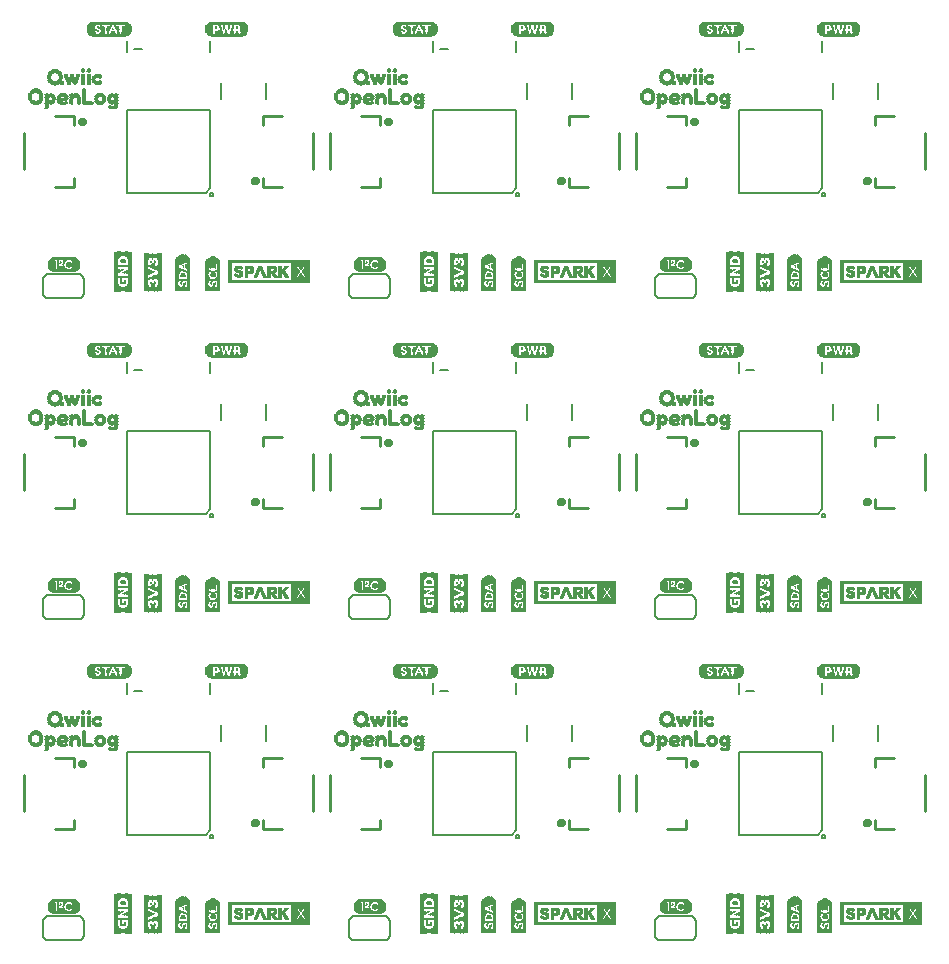
<source format=gto>
G75*
%MOIN*%
%OFA0B0*%
%FSLAX25Y25*%
%IPPOS*%
%LPD*%
%AMOC8*
5,1,8,0,0,1.08239X$1,22.5*
%
%ADD10C,0.00500*%
%ADD11C,0.00800*%
%ADD12C,0.01000*%
%ADD13C,0.01575*%
%ADD14C,0.00600*%
%ADD15C,0.00039*%
%ADD16R,0.00157X0.12520*%
%ADD17R,0.00118X0.12520*%
%ADD18R,0.00118X0.02480*%
%ADD19R,0.00118X0.06220*%
%ADD20R,0.00157X0.02047*%
%ADD21R,0.00157X0.00945*%
%ADD22R,0.00118X0.01929*%
%ADD23R,0.00118X0.00709*%
%ADD24R,0.00118X0.02047*%
%ADD25R,0.00157X0.01772*%
%ADD26R,0.00157X0.00551*%
%ADD27R,0.00157X0.01811*%
%ADD28R,0.00118X0.01654*%
%ADD29R,0.00118X0.00433*%
%ADD30R,0.00118X0.01811*%
%ADD31R,0.00157X0.01654*%
%ADD32R,0.00118X0.00276*%
%ADD33R,0.00118X0.00394*%
%ADD34R,0.00118X0.01496*%
%ADD35R,0.00118X0.00551*%
%ADD36R,0.00157X0.00669*%
%ADD37R,0.00157X0.01378*%
%ADD38R,0.00157X0.00709*%
%ADD39R,0.00157X0.01496*%
%ADD40R,0.00118X0.00984*%
%ADD41R,0.00118X0.01260*%
%ADD42R,0.00157X0.01929*%
%ADD43R,0.00157X0.01102*%
%ADD44R,0.00118X0.00827*%
%ADD45R,0.00118X0.00945*%
%ADD46R,0.00157X0.02480*%
%ADD47R,0.00157X0.00984*%
%ADD48R,0.00118X0.01102*%
%ADD49R,0.00118X0.01772*%
%ADD50R,0.00157X0.01260*%
%ADD51R,0.00157X0.00394*%
%ADD52R,0.00157X0.02087*%
%ADD53R,0.00118X0.03031*%
%ADD54R,0.00118X0.00157*%
%ADD55R,0.00118X0.02638*%
%ADD56R,0.00157X0.01220*%
%ADD57R,0.00157X0.00157*%
%ADD58R,0.00118X0.01220*%
%ADD59R,0.00118X0.00669*%
%ADD60R,0.00118X0.01378*%
%ADD61R,0.00157X0.02205*%
%ADD62R,0.00118X0.02205*%
%ADD63R,0.00157X0.13386*%
%ADD64R,0.00118X0.13386*%
%ADD65R,0.00118X0.02913*%
%ADD66R,0.00118X0.09646*%
%ADD67R,0.00157X0.02638*%
%ADD68R,0.00118X0.02362*%
%ADD69R,0.00157X0.00433*%
%ADD70R,0.00118X0.02087*%
%ADD71R,0.00157X0.00827*%
%ADD72R,0.00157X0.01535*%
%ADD73R,0.00118X0.01535*%
%ADD74R,0.00157X0.00276*%
%ADD75R,0.00118X0.00118*%
%ADD76R,0.00118X0.02756*%
%ADD77R,0.07205X0.00118*%
%ADD78R,0.07913X0.00118*%
%ADD79R,0.08386X0.00079*%
%ADD80R,0.08858X0.00157*%
%ADD81R,0.09094X0.00118*%
%ADD82R,0.09331X0.00118*%
%ADD83R,0.09567X0.00079*%
%ADD84R,0.03661X0.00118*%
%ADD85R,0.02126X0.00118*%
%ADD86R,0.02953X0.00118*%
%ADD87R,0.02244X0.00157*%
%ADD88R,0.00591X0.00157*%
%ADD89R,0.01535X0.00157*%
%ADD90R,0.02598X0.00157*%
%ADD91R,0.02244X0.00118*%
%ADD92R,0.00472X0.00118*%
%ADD93R,0.01181X0.00118*%
%ADD94R,0.02362X0.00118*%
%ADD95R,0.00945X0.00118*%
%ADD96R,0.00354X0.00118*%
%ADD97R,0.00827X0.00118*%
%ADD98R,0.02480X0.00157*%
%ADD99R,0.00354X0.00157*%
%ADD100R,0.00236X0.00157*%
%ADD101R,0.02480X0.00118*%
%ADD102R,0.02598X0.00118*%
%ADD103R,0.01063X0.00118*%
%ADD104R,0.02835X0.00118*%
%ADD105R,0.00472X0.00157*%
%ADD106R,0.04252X0.00157*%
%ADD107R,0.04370X0.00118*%
%ADD108R,0.00591X0.00118*%
%ADD109R,0.04488X0.00118*%
%ADD110R,0.00709X0.00157*%
%ADD111R,0.04488X0.00157*%
%ADD112R,0.00236X0.00118*%
%ADD113R,0.04370X0.00157*%
%ADD114R,0.04252X0.00118*%
%ADD115R,0.02717X0.00118*%
%ADD116R,0.03071X0.00157*%
%ADD117R,0.03425X0.00118*%
%ADD118R,0.09567X0.00118*%
%ADD119R,0.08858X0.00118*%
%ADD120R,0.08386X0.00118*%
%ADD121R,0.10748X0.00118*%
%ADD122R,0.11457X0.00118*%
%ADD123R,0.11929X0.00079*%
%ADD124R,0.12402X0.00157*%
%ADD125R,0.12638X0.00118*%
%ADD126R,0.12874X0.00118*%
%ADD127R,0.13110X0.00079*%
%ADD128R,0.04961X0.00118*%
%ADD129R,0.03071X0.00118*%
%ADD130R,0.05079X0.00118*%
%ADD131R,0.00945X0.00157*%
%ADD132R,0.01181X0.00157*%
%ADD133R,0.02835X0.00157*%
%ADD134R,0.00709X0.00118*%
%ADD135R,0.00827X0.00157*%
%ADD136R,0.01299X0.00118*%
%ADD137R,0.01654X0.00118*%
%ADD138R,0.01063X0.00157*%
%ADD139R,0.02126X0.00157*%
%ADD140R,0.01417X0.00118*%
%ADD141R,0.13110X0.00118*%
%ADD142R,0.12402X0.00118*%
%ADD143R,0.11929X0.00118*%
%ADD144R,0.00787X0.00197*%
%ADD145R,0.00984X0.00197*%
%ADD146R,0.01181X0.00197*%
%ADD147R,0.01378X0.00197*%
%ADD148R,0.02165X0.00197*%
%ADD149R,0.02953X0.00197*%
%ADD150R,0.03346X0.00197*%
%ADD151R,0.03740X0.00197*%
%ADD152R,0.04134X0.00197*%
%ADD153R,0.00394X0.00197*%
%ADD154R,0.00591X0.00197*%
%ADD155R,0.04528X0.00197*%
%ADD156R,0.01772X0.00197*%
%ADD157R,0.01575X0.00197*%
%ADD158R,0.02559X0.00197*%
%ADD159R,0.03150X0.00197*%
%ADD160R,0.01378X0.00236*%
%ADD161R,0.04724X0.00236*%
%ADD162R,0.01181X0.00236*%
%ADD163R,0.00394X0.00236*%
%ADD164R,0.04331X0.00197*%
%ADD165R,0.01772X0.00236*%
%ADD166R,0.01969X0.00236*%
%ADD167R,0.00984X0.00236*%
%ADD168R,0.05118X0.00197*%
%ADD169R,0.04921X0.00197*%
%ADD170R,0.04724X0.00197*%
%ADD171R,0.02756X0.00236*%
%ADD172R,0.02165X0.00236*%
%ADD173R,0.00118X0.10394*%
%ADD174R,0.00118X0.10748*%
%ADD175R,0.00079X0.10984*%
%ADD176R,0.00157X0.11220*%
%ADD177R,0.00118X0.11339*%
%ADD178R,0.00118X0.11457*%
%ADD179R,0.00079X0.11575*%
%ADD180R,0.00118X0.02126*%
%ADD181R,0.00118X0.08976*%
%ADD182R,0.00157X0.01890*%
%ADD183R,0.00157X0.02362*%
%ADD184R,0.00157X0.03425*%
%ADD185R,0.00118X0.00591*%
%ADD186R,0.00118X0.02008*%
%ADD187R,0.00118X0.03307*%
%ADD188R,0.00118X0.00472*%
%ADD189R,0.00118X0.03425*%
%ADD190R,0.00157X0.01417*%
%ADD191R,0.00157X0.00472*%
%ADD192R,0.00157X0.01299*%
%ADD193R,0.00118X0.01417*%
%ADD194R,0.00118X0.01181*%
%ADD195R,0.00157X0.01063*%
%ADD196R,0.00157X0.03307*%
%ADD197R,0.00118X0.03189*%
%ADD198R,0.00118X0.01299*%
%ADD199R,0.00118X0.00236*%
%ADD200R,0.00157X0.00591*%
%ADD201R,0.00157X0.00236*%
%ADD202R,0.00157X0.03071*%
%ADD203R,0.00118X0.00354*%
%ADD204R,0.00118X0.03071*%
%ADD205R,0.00118X0.02953*%
%ADD206R,0.00157X0.02835*%
%ADD207R,0.00157X0.00354*%
%ADD208R,0.00157X0.01181*%
%ADD209R,0.00118X0.01063*%
%ADD210R,0.00118X0.02835*%
%ADD211R,0.00118X0.02598*%
%ADD212R,0.00118X0.02244*%
%ADD213R,0.00157X0.02126*%
%ADD214R,0.00118X0.11575*%
%ADD215R,0.00118X0.11220*%
%ADD216R,0.00118X0.10984*%
%ADD217R,0.12165X0.00118*%
%ADD218R,0.12638X0.00079*%
%ADD219R,0.13110X0.00157*%
%ADD220R,0.13346X0.00118*%
%ADD221R,0.13583X0.00118*%
%ADD222R,0.13819X0.00079*%
%ADD223R,0.10630X0.00118*%
%ADD224R,0.02008X0.00118*%
%ADD225R,0.02362X0.00157*%
%ADD226R,0.01535X0.00118*%
%ADD227R,0.03543X0.00118*%
%ADD228R,0.01299X0.00157*%
%ADD229R,0.03543X0.00157*%
%ADD230R,0.01772X0.00118*%
%ADD231R,0.02717X0.00157*%
%ADD232R,0.03189X0.00118*%
%ADD233R,0.03898X0.00157*%
%ADD234R,0.03425X0.00157*%
%ADD235R,0.03307X0.00118*%
%ADD236R,0.01417X0.00157*%
%ADD237R,0.01654X0.00157*%
%ADD238R,0.03189X0.00157*%
%ADD239R,0.13819X0.00118*%
%ADD240R,0.02362X0.00197*%
%ADD241R,0.02756X0.00197*%
%ADD242R,0.03543X0.00197*%
%ADD243R,0.03937X0.00197*%
%ADD244R,0.01969X0.00197*%
%ADD245R,0.01575X0.00236*%
%ADD246R,0.03543X0.00236*%
%ADD247R,0.03740X0.00236*%
%ADD248R,0.02362X0.00236*%
%ADD249R,0.00197X0.00197*%
%ADD250R,0.03150X0.00236*%
%ADD251R,0.01378X0.00157*%
%ADD252R,0.02756X0.00157*%
%ADD253R,0.00118X0.09685*%
%ADD254R,0.00118X0.10039*%
%ADD255R,0.00079X0.10276*%
%ADD256R,0.00157X0.10512*%
%ADD257R,0.00118X0.10630*%
%ADD258R,0.00079X0.10866*%
%ADD259R,0.00118X0.05315*%
%ADD260R,0.00157X0.03661*%
%ADD261R,0.00118X0.03661*%
%ADD262R,0.00157X0.03780*%
%ADD263R,0.00118X0.03780*%
%ADD264R,0.00118X0.03898*%
%ADD265R,0.00157X0.02008*%
%ADD266R,0.00157X0.03898*%
%ADD267R,0.00157X0.02717*%
%ADD268R,0.00118X0.01890*%
%ADD269R,0.00118X0.10866*%
%ADD270R,0.00118X0.10512*%
%ADD271R,0.00118X0.10276*%
D10*
X0065000Y0116875D02*
X0065000Y0120625D01*
X0092500Y0120625D02*
X0092500Y0116875D01*
X0167000Y0116875D02*
X0167000Y0120625D01*
X0194500Y0120625D02*
X0194500Y0116875D01*
X0269000Y0116875D02*
X0269000Y0120625D01*
X0296500Y0120625D02*
X0296500Y0116875D01*
X0296500Y0223875D02*
X0296500Y0227625D01*
X0269000Y0227625D02*
X0269000Y0223875D01*
X0194500Y0223875D02*
X0194500Y0227625D01*
X0167000Y0227625D02*
X0167000Y0223875D01*
X0092500Y0223875D02*
X0092500Y0227625D01*
X0065000Y0227625D02*
X0065000Y0223875D01*
X0065000Y0330875D02*
X0065000Y0334625D01*
X0092500Y0334625D02*
X0092500Y0330875D01*
X0167000Y0330875D02*
X0167000Y0334625D01*
X0194500Y0334625D02*
X0194500Y0330875D01*
X0269000Y0330875D02*
X0269000Y0334625D01*
X0296500Y0334625D02*
X0296500Y0330875D01*
D11*
X0300353Y0320349D02*
X0300353Y0315231D01*
X0296549Y0311549D02*
X0296549Y0285348D01*
X0295152Y0283951D01*
X0268951Y0283951D01*
X0268951Y0311549D01*
X0296549Y0311549D01*
X0315117Y0315231D02*
X0315117Y0320349D01*
X0296550Y0283250D02*
X0296552Y0283299D01*
X0296558Y0283347D01*
X0296568Y0283395D01*
X0296582Y0283442D01*
X0296599Y0283488D01*
X0296620Y0283532D01*
X0296645Y0283574D01*
X0296673Y0283614D01*
X0296705Y0283652D01*
X0296739Y0283687D01*
X0296776Y0283719D01*
X0296815Y0283748D01*
X0296857Y0283774D01*
X0296901Y0283796D01*
X0296946Y0283814D01*
X0296993Y0283829D01*
X0297040Y0283840D01*
X0297089Y0283847D01*
X0297138Y0283850D01*
X0297187Y0283849D01*
X0297235Y0283844D01*
X0297284Y0283835D01*
X0297331Y0283822D01*
X0297377Y0283805D01*
X0297421Y0283785D01*
X0297464Y0283761D01*
X0297505Y0283734D01*
X0297543Y0283703D01*
X0297579Y0283670D01*
X0297611Y0283634D01*
X0297641Y0283595D01*
X0297668Y0283554D01*
X0297691Y0283510D01*
X0297710Y0283465D01*
X0297726Y0283419D01*
X0297738Y0283372D01*
X0297746Y0283323D01*
X0297750Y0283274D01*
X0297750Y0283226D01*
X0297746Y0283177D01*
X0297738Y0283128D01*
X0297726Y0283081D01*
X0297710Y0283035D01*
X0297691Y0282990D01*
X0297668Y0282946D01*
X0297641Y0282905D01*
X0297611Y0282866D01*
X0297579Y0282830D01*
X0297543Y0282797D01*
X0297505Y0282766D01*
X0297464Y0282739D01*
X0297421Y0282715D01*
X0297377Y0282695D01*
X0297331Y0282678D01*
X0297284Y0282665D01*
X0297235Y0282656D01*
X0297187Y0282651D01*
X0297138Y0282650D01*
X0297089Y0282653D01*
X0297040Y0282660D01*
X0296993Y0282671D01*
X0296946Y0282686D01*
X0296901Y0282704D01*
X0296857Y0282726D01*
X0296815Y0282752D01*
X0296776Y0282781D01*
X0296739Y0282813D01*
X0296705Y0282848D01*
X0296673Y0282886D01*
X0296645Y0282926D01*
X0296620Y0282968D01*
X0296599Y0283012D01*
X0296582Y0283058D01*
X0296568Y0283105D01*
X0296558Y0283153D01*
X0296552Y0283201D01*
X0296550Y0283250D01*
X0274050Y0331650D02*
X0271350Y0331650D01*
X0213117Y0320349D02*
X0213117Y0315231D01*
X0198353Y0315231D02*
X0198353Y0320349D01*
X0194549Y0311549D02*
X0194549Y0285348D01*
X0193152Y0283951D01*
X0166951Y0283951D01*
X0166951Y0311549D01*
X0194549Y0311549D01*
X0172050Y0331650D02*
X0169350Y0331650D01*
X0194550Y0283250D02*
X0194552Y0283299D01*
X0194558Y0283347D01*
X0194568Y0283395D01*
X0194582Y0283442D01*
X0194599Y0283488D01*
X0194620Y0283532D01*
X0194645Y0283574D01*
X0194673Y0283614D01*
X0194705Y0283652D01*
X0194739Y0283687D01*
X0194776Y0283719D01*
X0194815Y0283748D01*
X0194857Y0283774D01*
X0194901Y0283796D01*
X0194946Y0283814D01*
X0194993Y0283829D01*
X0195040Y0283840D01*
X0195089Y0283847D01*
X0195138Y0283850D01*
X0195187Y0283849D01*
X0195235Y0283844D01*
X0195284Y0283835D01*
X0195331Y0283822D01*
X0195377Y0283805D01*
X0195421Y0283785D01*
X0195464Y0283761D01*
X0195505Y0283734D01*
X0195543Y0283703D01*
X0195579Y0283670D01*
X0195611Y0283634D01*
X0195641Y0283595D01*
X0195668Y0283554D01*
X0195691Y0283510D01*
X0195710Y0283465D01*
X0195726Y0283419D01*
X0195738Y0283372D01*
X0195746Y0283323D01*
X0195750Y0283274D01*
X0195750Y0283226D01*
X0195746Y0283177D01*
X0195738Y0283128D01*
X0195726Y0283081D01*
X0195710Y0283035D01*
X0195691Y0282990D01*
X0195668Y0282946D01*
X0195641Y0282905D01*
X0195611Y0282866D01*
X0195579Y0282830D01*
X0195543Y0282797D01*
X0195505Y0282766D01*
X0195464Y0282739D01*
X0195421Y0282715D01*
X0195377Y0282695D01*
X0195331Y0282678D01*
X0195284Y0282665D01*
X0195235Y0282656D01*
X0195187Y0282651D01*
X0195138Y0282650D01*
X0195089Y0282653D01*
X0195040Y0282660D01*
X0194993Y0282671D01*
X0194946Y0282686D01*
X0194901Y0282704D01*
X0194857Y0282726D01*
X0194815Y0282752D01*
X0194776Y0282781D01*
X0194739Y0282813D01*
X0194705Y0282848D01*
X0194673Y0282886D01*
X0194645Y0282926D01*
X0194620Y0282968D01*
X0194599Y0283012D01*
X0194582Y0283058D01*
X0194568Y0283105D01*
X0194558Y0283153D01*
X0194552Y0283201D01*
X0194550Y0283250D01*
X0172050Y0224650D02*
X0169350Y0224650D01*
X0166951Y0204549D02*
X0194549Y0204549D01*
X0194549Y0178348D01*
X0193152Y0176951D01*
X0166951Y0176951D01*
X0166951Y0204549D01*
X0198353Y0208231D02*
X0198353Y0213349D01*
X0213117Y0213349D02*
X0213117Y0208231D01*
X0194550Y0176250D02*
X0194552Y0176299D01*
X0194558Y0176347D01*
X0194568Y0176395D01*
X0194582Y0176442D01*
X0194599Y0176488D01*
X0194620Y0176532D01*
X0194645Y0176574D01*
X0194673Y0176614D01*
X0194705Y0176652D01*
X0194739Y0176687D01*
X0194776Y0176719D01*
X0194815Y0176748D01*
X0194857Y0176774D01*
X0194901Y0176796D01*
X0194946Y0176814D01*
X0194993Y0176829D01*
X0195040Y0176840D01*
X0195089Y0176847D01*
X0195138Y0176850D01*
X0195187Y0176849D01*
X0195235Y0176844D01*
X0195284Y0176835D01*
X0195331Y0176822D01*
X0195377Y0176805D01*
X0195421Y0176785D01*
X0195464Y0176761D01*
X0195505Y0176734D01*
X0195543Y0176703D01*
X0195579Y0176670D01*
X0195611Y0176634D01*
X0195641Y0176595D01*
X0195668Y0176554D01*
X0195691Y0176510D01*
X0195710Y0176465D01*
X0195726Y0176419D01*
X0195738Y0176372D01*
X0195746Y0176323D01*
X0195750Y0176274D01*
X0195750Y0176226D01*
X0195746Y0176177D01*
X0195738Y0176128D01*
X0195726Y0176081D01*
X0195710Y0176035D01*
X0195691Y0175990D01*
X0195668Y0175946D01*
X0195641Y0175905D01*
X0195611Y0175866D01*
X0195579Y0175830D01*
X0195543Y0175797D01*
X0195505Y0175766D01*
X0195464Y0175739D01*
X0195421Y0175715D01*
X0195377Y0175695D01*
X0195331Y0175678D01*
X0195284Y0175665D01*
X0195235Y0175656D01*
X0195187Y0175651D01*
X0195138Y0175650D01*
X0195089Y0175653D01*
X0195040Y0175660D01*
X0194993Y0175671D01*
X0194946Y0175686D01*
X0194901Y0175704D01*
X0194857Y0175726D01*
X0194815Y0175752D01*
X0194776Y0175781D01*
X0194739Y0175813D01*
X0194705Y0175848D01*
X0194673Y0175886D01*
X0194645Y0175926D01*
X0194620Y0175968D01*
X0194599Y0176012D01*
X0194582Y0176058D01*
X0194568Y0176105D01*
X0194558Y0176153D01*
X0194552Y0176201D01*
X0194550Y0176250D01*
X0172050Y0117650D02*
X0169350Y0117650D01*
X0166951Y0097549D02*
X0194549Y0097549D01*
X0194549Y0071348D01*
X0193152Y0069951D01*
X0166951Y0069951D01*
X0166951Y0097549D01*
X0198353Y0101231D02*
X0198353Y0106349D01*
X0213117Y0106349D02*
X0213117Y0101231D01*
X0194550Y0069250D02*
X0194552Y0069299D01*
X0194558Y0069347D01*
X0194568Y0069395D01*
X0194582Y0069442D01*
X0194599Y0069488D01*
X0194620Y0069532D01*
X0194645Y0069574D01*
X0194673Y0069614D01*
X0194705Y0069652D01*
X0194739Y0069687D01*
X0194776Y0069719D01*
X0194815Y0069748D01*
X0194857Y0069774D01*
X0194901Y0069796D01*
X0194946Y0069814D01*
X0194993Y0069829D01*
X0195040Y0069840D01*
X0195089Y0069847D01*
X0195138Y0069850D01*
X0195187Y0069849D01*
X0195235Y0069844D01*
X0195284Y0069835D01*
X0195331Y0069822D01*
X0195377Y0069805D01*
X0195421Y0069785D01*
X0195464Y0069761D01*
X0195505Y0069734D01*
X0195543Y0069703D01*
X0195579Y0069670D01*
X0195611Y0069634D01*
X0195641Y0069595D01*
X0195668Y0069554D01*
X0195691Y0069510D01*
X0195710Y0069465D01*
X0195726Y0069419D01*
X0195738Y0069372D01*
X0195746Y0069323D01*
X0195750Y0069274D01*
X0195750Y0069226D01*
X0195746Y0069177D01*
X0195738Y0069128D01*
X0195726Y0069081D01*
X0195710Y0069035D01*
X0195691Y0068990D01*
X0195668Y0068946D01*
X0195641Y0068905D01*
X0195611Y0068866D01*
X0195579Y0068830D01*
X0195543Y0068797D01*
X0195505Y0068766D01*
X0195464Y0068739D01*
X0195421Y0068715D01*
X0195377Y0068695D01*
X0195331Y0068678D01*
X0195284Y0068665D01*
X0195235Y0068656D01*
X0195187Y0068651D01*
X0195138Y0068650D01*
X0195089Y0068653D01*
X0195040Y0068660D01*
X0194993Y0068671D01*
X0194946Y0068686D01*
X0194901Y0068704D01*
X0194857Y0068726D01*
X0194815Y0068752D01*
X0194776Y0068781D01*
X0194739Y0068813D01*
X0194705Y0068848D01*
X0194673Y0068886D01*
X0194645Y0068926D01*
X0194620Y0068968D01*
X0194599Y0069012D01*
X0194582Y0069058D01*
X0194568Y0069105D01*
X0194558Y0069153D01*
X0194552Y0069201D01*
X0194550Y0069250D01*
X0268951Y0069951D02*
X0295152Y0069951D01*
X0296549Y0071348D01*
X0296549Y0097549D01*
X0268951Y0097549D01*
X0268951Y0069951D01*
X0296550Y0069250D02*
X0296552Y0069299D01*
X0296558Y0069347D01*
X0296568Y0069395D01*
X0296582Y0069442D01*
X0296599Y0069488D01*
X0296620Y0069532D01*
X0296645Y0069574D01*
X0296673Y0069614D01*
X0296705Y0069652D01*
X0296739Y0069687D01*
X0296776Y0069719D01*
X0296815Y0069748D01*
X0296857Y0069774D01*
X0296901Y0069796D01*
X0296946Y0069814D01*
X0296993Y0069829D01*
X0297040Y0069840D01*
X0297089Y0069847D01*
X0297138Y0069850D01*
X0297187Y0069849D01*
X0297235Y0069844D01*
X0297284Y0069835D01*
X0297331Y0069822D01*
X0297377Y0069805D01*
X0297421Y0069785D01*
X0297464Y0069761D01*
X0297505Y0069734D01*
X0297543Y0069703D01*
X0297579Y0069670D01*
X0297611Y0069634D01*
X0297641Y0069595D01*
X0297668Y0069554D01*
X0297691Y0069510D01*
X0297710Y0069465D01*
X0297726Y0069419D01*
X0297738Y0069372D01*
X0297746Y0069323D01*
X0297750Y0069274D01*
X0297750Y0069226D01*
X0297746Y0069177D01*
X0297738Y0069128D01*
X0297726Y0069081D01*
X0297710Y0069035D01*
X0297691Y0068990D01*
X0297668Y0068946D01*
X0297641Y0068905D01*
X0297611Y0068866D01*
X0297579Y0068830D01*
X0297543Y0068797D01*
X0297505Y0068766D01*
X0297464Y0068739D01*
X0297421Y0068715D01*
X0297377Y0068695D01*
X0297331Y0068678D01*
X0297284Y0068665D01*
X0297235Y0068656D01*
X0297187Y0068651D01*
X0297138Y0068650D01*
X0297089Y0068653D01*
X0297040Y0068660D01*
X0296993Y0068671D01*
X0296946Y0068686D01*
X0296901Y0068704D01*
X0296857Y0068726D01*
X0296815Y0068752D01*
X0296776Y0068781D01*
X0296739Y0068813D01*
X0296705Y0068848D01*
X0296673Y0068886D01*
X0296645Y0068926D01*
X0296620Y0068968D01*
X0296599Y0069012D01*
X0296582Y0069058D01*
X0296568Y0069105D01*
X0296558Y0069153D01*
X0296552Y0069201D01*
X0296550Y0069250D01*
X0300353Y0101231D02*
X0300353Y0106349D01*
X0315117Y0106349D02*
X0315117Y0101231D01*
X0274050Y0117650D02*
X0271350Y0117650D01*
X0268951Y0176951D02*
X0295152Y0176951D01*
X0296549Y0178348D01*
X0296549Y0204549D01*
X0268951Y0204549D01*
X0268951Y0176951D01*
X0296550Y0176250D02*
X0296552Y0176299D01*
X0296558Y0176347D01*
X0296568Y0176395D01*
X0296582Y0176442D01*
X0296599Y0176488D01*
X0296620Y0176532D01*
X0296645Y0176574D01*
X0296673Y0176614D01*
X0296705Y0176652D01*
X0296739Y0176687D01*
X0296776Y0176719D01*
X0296815Y0176748D01*
X0296857Y0176774D01*
X0296901Y0176796D01*
X0296946Y0176814D01*
X0296993Y0176829D01*
X0297040Y0176840D01*
X0297089Y0176847D01*
X0297138Y0176850D01*
X0297187Y0176849D01*
X0297235Y0176844D01*
X0297284Y0176835D01*
X0297331Y0176822D01*
X0297377Y0176805D01*
X0297421Y0176785D01*
X0297464Y0176761D01*
X0297505Y0176734D01*
X0297543Y0176703D01*
X0297579Y0176670D01*
X0297611Y0176634D01*
X0297641Y0176595D01*
X0297668Y0176554D01*
X0297691Y0176510D01*
X0297710Y0176465D01*
X0297726Y0176419D01*
X0297738Y0176372D01*
X0297746Y0176323D01*
X0297750Y0176274D01*
X0297750Y0176226D01*
X0297746Y0176177D01*
X0297738Y0176128D01*
X0297726Y0176081D01*
X0297710Y0176035D01*
X0297691Y0175990D01*
X0297668Y0175946D01*
X0297641Y0175905D01*
X0297611Y0175866D01*
X0297579Y0175830D01*
X0297543Y0175797D01*
X0297505Y0175766D01*
X0297464Y0175739D01*
X0297421Y0175715D01*
X0297377Y0175695D01*
X0297331Y0175678D01*
X0297284Y0175665D01*
X0297235Y0175656D01*
X0297187Y0175651D01*
X0297138Y0175650D01*
X0297089Y0175653D01*
X0297040Y0175660D01*
X0296993Y0175671D01*
X0296946Y0175686D01*
X0296901Y0175704D01*
X0296857Y0175726D01*
X0296815Y0175752D01*
X0296776Y0175781D01*
X0296739Y0175813D01*
X0296705Y0175848D01*
X0296673Y0175886D01*
X0296645Y0175926D01*
X0296620Y0175968D01*
X0296599Y0176012D01*
X0296582Y0176058D01*
X0296568Y0176105D01*
X0296558Y0176153D01*
X0296552Y0176201D01*
X0296550Y0176250D01*
X0300353Y0208231D02*
X0300353Y0213349D01*
X0315117Y0213349D02*
X0315117Y0208231D01*
X0274050Y0224650D02*
X0271350Y0224650D01*
X0111117Y0213349D02*
X0111117Y0208231D01*
X0096353Y0208231D02*
X0096353Y0213349D01*
X0092549Y0204549D02*
X0092549Y0178348D01*
X0091152Y0176951D01*
X0064951Y0176951D01*
X0064951Y0204549D01*
X0092549Y0204549D01*
X0070050Y0224650D02*
X0067350Y0224650D01*
X0092550Y0176250D02*
X0092552Y0176299D01*
X0092558Y0176347D01*
X0092568Y0176395D01*
X0092582Y0176442D01*
X0092599Y0176488D01*
X0092620Y0176532D01*
X0092645Y0176574D01*
X0092673Y0176614D01*
X0092705Y0176652D01*
X0092739Y0176687D01*
X0092776Y0176719D01*
X0092815Y0176748D01*
X0092857Y0176774D01*
X0092901Y0176796D01*
X0092946Y0176814D01*
X0092993Y0176829D01*
X0093040Y0176840D01*
X0093089Y0176847D01*
X0093138Y0176850D01*
X0093187Y0176849D01*
X0093235Y0176844D01*
X0093284Y0176835D01*
X0093331Y0176822D01*
X0093377Y0176805D01*
X0093421Y0176785D01*
X0093464Y0176761D01*
X0093505Y0176734D01*
X0093543Y0176703D01*
X0093579Y0176670D01*
X0093611Y0176634D01*
X0093641Y0176595D01*
X0093668Y0176554D01*
X0093691Y0176510D01*
X0093710Y0176465D01*
X0093726Y0176419D01*
X0093738Y0176372D01*
X0093746Y0176323D01*
X0093750Y0176274D01*
X0093750Y0176226D01*
X0093746Y0176177D01*
X0093738Y0176128D01*
X0093726Y0176081D01*
X0093710Y0176035D01*
X0093691Y0175990D01*
X0093668Y0175946D01*
X0093641Y0175905D01*
X0093611Y0175866D01*
X0093579Y0175830D01*
X0093543Y0175797D01*
X0093505Y0175766D01*
X0093464Y0175739D01*
X0093421Y0175715D01*
X0093377Y0175695D01*
X0093331Y0175678D01*
X0093284Y0175665D01*
X0093235Y0175656D01*
X0093187Y0175651D01*
X0093138Y0175650D01*
X0093089Y0175653D01*
X0093040Y0175660D01*
X0092993Y0175671D01*
X0092946Y0175686D01*
X0092901Y0175704D01*
X0092857Y0175726D01*
X0092815Y0175752D01*
X0092776Y0175781D01*
X0092739Y0175813D01*
X0092705Y0175848D01*
X0092673Y0175886D01*
X0092645Y0175926D01*
X0092620Y0175968D01*
X0092599Y0176012D01*
X0092582Y0176058D01*
X0092568Y0176105D01*
X0092558Y0176153D01*
X0092552Y0176201D01*
X0092550Y0176250D01*
X0070050Y0117650D02*
X0067350Y0117650D01*
X0064951Y0097549D02*
X0092549Y0097549D01*
X0092549Y0071348D01*
X0091152Y0069951D01*
X0064951Y0069951D01*
X0064951Y0097549D01*
X0092550Y0069250D02*
X0092552Y0069299D01*
X0092558Y0069347D01*
X0092568Y0069395D01*
X0092582Y0069442D01*
X0092599Y0069488D01*
X0092620Y0069532D01*
X0092645Y0069574D01*
X0092673Y0069614D01*
X0092705Y0069652D01*
X0092739Y0069687D01*
X0092776Y0069719D01*
X0092815Y0069748D01*
X0092857Y0069774D01*
X0092901Y0069796D01*
X0092946Y0069814D01*
X0092993Y0069829D01*
X0093040Y0069840D01*
X0093089Y0069847D01*
X0093138Y0069850D01*
X0093187Y0069849D01*
X0093235Y0069844D01*
X0093284Y0069835D01*
X0093331Y0069822D01*
X0093377Y0069805D01*
X0093421Y0069785D01*
X0093464Y0069761D01*
X0093505Y0069734D01*
X0093543Y0069703D01*
X0093579Y0069670D01*
X0093611Y0069634D01*
X0093641Y0069595D01*
X0093668Y0069554D01*
X0093691Y0069510D01*
X0093710Y0069465D01*
X0093726Y0069419D01*
X0093738Y0069372D01*
X0093746Y0069323D01*
X0093750Y0069274D01*
X0093750Y0069226D01*
X0093746Y0069177D01*
X0093738Y0069128D01*
X0093726Y0069081D01*
X0093710Y0069035D01*
X0093691Y0068990D01*
X0093668Y0068946D01*
X0093641Y0068905D01*
X0093611Y0068866D01*
X0093579Y0068830D01*
X0093543Y0068797D01*
X0093505Y0068766D01*
X0093464Y0068739D01*
X0093421Y0068715D01*
X0093377Y0068695D01*
X0093331Y0068678D01*
X0093284Y0068665D01*
X0093235Y0068656D01*
X0093187Y0068651D01*
X0093138Y0068650D01*
X0093089Y0068653D01*
X0093040Y0068660D01*
X0092993Y0068671D01*
X0092946Y0068686D01*
X0092901Y0068704D01*
X0092857Y0068726D01*
X0092815Y0068752D01*
X0092776Y0068781D01*
X0092739Y0068813D01*
X0092705Y0068848D01*
X0092673Y0068886D01*
X0092645Y0068926D01*
X0092620Y0068968D01*
X0092599Y0069012D01*
X0092582Y0069058D01*
X0092568Y0069105D01*
X0092558Y0069153D01*
X0092552Y0069201D01*
X0092550Y0069250D01*
X0096353Y0101231D02*
X0096353Y0106349D01*
X0111117Y0106349D02*
X0111117Y0101231D01*
X0092550Y0283250D02*
X0092552Y0283299D01*
X0092558Y0283347D01*
X0092568Y0283395D01*
X0092582Y0283442D01*
X0092599Y0283488D01*
X0092620Y0283532D01*
X0092645Y0283574D01*
X0092673Y0283614D01*
X0092705Y0283652D01*
X0092739Y0283687D01*
X0092776Y0283719D01*
X0092815Y0283748D01*
X0092857Y0283774D01*
X0092901Y0283796D01*
X0092946Y0283814D01*
X0092993Y0283829D01*
X0093040Y0283840D01*
X0093089Y0283847D01*
X0093138Y0283850D01*
X0093187Y0283849D01*
X0093235Y0283844D01*
X0093284Y0283835D01*
X0093331Y0283822D01*
X0093377Y0283805D01*
X0093421Y0283785D01*
X0093464Y0283761D01*
X0093505Y0283734D01*
X0093543Y0283703D01*
X0093579Y0283670D01*
X0093611Y0283634D01*
X0093641Y0283595D01*
X0093668Y0283554D01*
X0093691Y0283510D01*
X0093710Y0283465D01*
X0093726Y0283419D01*
X0093738Y0283372D01*
X0093746Y0283323D01*
X0093750Y0283274D01*
X0093750Y0283226D01*
X0093746Y0283177D01*
X0093738Y0283128D01*
X0093726Y0283081D01*
X0093710Y0283035D01*
X0093691Y0282990D01*
X0093668Y0282946D01*
X0093641Y0282905D01*
X0093611Y0282866D01*
X0093579Y0282830D01*
X0093543Y0282797D01*
X0093505Y0282766D01*
X0093464Y0282739D01*
X0093421Y0282715D01*
X0093377Y0282695D01*
X0093331Y0282678D01*
X0093284Y0282665D01*
X0093235Y0282656D01*
X0093187Y0282651D01*
X0093138Y0282650D01*
X0093089Y0282653D01*
X0093040Y0282660D01*
X0092993Y0282671D01*
X0092946Y0282686D01*
X0092901Y0282704D01*
X0092857Y0282726D01*
X0092815Y0282752D01*
X0092776Y0282781D01*
X0092739Y0282813D01*
X0092705Y0282848D01*
X0092673Y0282886D01*
X0092645Y0282926D01*
X0092620Y0282968D01*
X0092599Y0283012D01*
X0092582Y0283058D01*
X0092568Y0283105D01*
X0092558Y0283153D01*
X0092552Y0283201D01*
X0092550Y0283250D01*
X0091152Y0283951D02*
X0092549Y0285348D01*
X0092549Y0311549D01*
X0064951Y0311549D01*
X0064951Y0283951D01*
X0091152Y0283951D01*
X0096353Y0315231D02*
X0096353Y0320349D01*
X0111117Y0320349D02*
X0111117Y0315231D01*
X0070050Y0331650D02*
X0067350Y0331650D01*
D12*
X0047372Y0309561D02*
X0047372Y0306608D01*
X0047372Y0309561D02*
X0040876Y0309561D01*
X0030640Y0303656D02*
X0030640Y0291844D01*
X0040876Y0285939D02*
X0047372Y0285939D01*
X0047372Y0288892D01*
X0110128Y0288892D02*
X0110128Y0285939D01*
X0116624Y0285939D01*
X0126860Y0291844D02*
X0126860Y0303656D01*
X0132640Y0303656D02*
X0132640Y0291844D01*
X0142876Y0285939D02*
X0149372Y0285939D01*
X0149372Y0288892D01*
X0149372Y0306608D02*
X0149372Y0309561D01*
X0142876Y0309561D01*
X0116624Y0309561D02*
X0110128Y0309561D01*
X0110128Y0306608D01*
X0212128Y0306608D02*
X0212128Y0309561D01*
X0218624Y0309561D01*
X0228860Y0303656D02*
X0228860Y0291844D01*
X0234640Y0291844D02*
X0234640Y0303656D01*
X0244876Y0309561D02*
X0251372Y0309561D01*
X0251372Y0306608D01*
X0251372Y0288892D02*
X0251372Y0285939D01*
X0244876Y0285939D01*
X0218624Y0285939D02*
X0212128Y0285939D01*
X0212128Y0288892D01*
X0212128Y0202561D02*
X0218624Y0202561D01*
X0212128Y0202561D02*
X0212128Y0199608D01*
X0228860Y0196656D02*
X0228860Y0184844D01*
X0234640Y0184844D02*
X0234640Y0196656D01*
X0244876Y0202561D02*
X0251372Y0202561D01*
X0251372Y0199608D01*
X0251372Y0181892D02*
X0251372Y0178939D01*
X0244876Y0178939D01*
X0218624Y0178939D02*
X0212128Y0178939D01*
X0212128Y0181892D01*
X0149372Y0181892D02*
X0149372Y0178939D01*
X0142876Y0178939D01*
X0132640Y0184844D02*
X0132640Y0196656D01*
X0126860Y0196656D02*
X0126860Y0184844D01*
X0116624Y0178939D02*
X0110128Y0178939D01*
X0110128Y0181892D01*
X0110128Y0199608D02*
X0110128Y0202561D01*
X0116624Y0202561D01*
X0142876Y0202561D02*
X0149372Y0202561D01*
X0149372Y0199608D01*
X0047372Y0199608D02*
X0047372Y0202561D01*
X0040876Y0202561D01*
X0030640Y0196656D02*
X0030640Y0184844D01*
X0040876Y0178939D02*
X0047372Y0178939D01*
X0047372Y0181892D01*
X0047372Y0095561D02*
X0040876Y0095561D01*
X0047372Y0095561D02*
X0047372Y0092608D01*
X0030640Y0089656D02*
X0030640Y0077844D01*
X0040876Y0071939D02*
X0047372Y0071939D01*
X0047372Y0074892D01*
X0110128Y0074892D02*
X0110128Y0071939D01*
X0116624Y0071939D01*
X0126860Y0077844D02*
X0126860Y0089656D01*
X0132640Y0089656D02*
X0132640Y0077844D01*
X0142876Y0071939D02*
X0149372Y0071939D01*
X0149372Y0074892D01*
X0149372Y0092608D02*
X0149372Y0095561D01*
X0142876Y0095561D01*
X0116624Y0095561D02*
X0110128Y0095561D01*
X0110128Y0092608D01*
X0212128Y0092608D02*
X0212128Y0095561D01*
X0218624Y0095561D01*
X0228860Y0089656D02*
X0228860Y0077844D01*
X0234640Y0077844D02*
X0234640Y0089656D01*
X0244876Y0095561D02*
X0251372Y0095561D01*
X0251372Y0092608D01*
X0251372Y0074892D02*
X0251372Y0071939D01*
X0244876Y0071939D01*
X0218624Y0071939D02*
X0212128Y0071939D01*
X0212128Y0074892D01*
X0314128Y0074892D02*
X0314128Y0071939D01*
X0320624Y0071939D01*
X0330860Y0077844D02*
X0330860Y0089656D01*
X0320624Y0095561D02*
X0314128Y0095561D01*
X0314128Y0092608D01*
X0314128Y0178939D02*
X0314128Y0181892D01*
X0314128Y0178939D02*
X0320624Y0178939D01*
X0330860Y0184844D02*
X0330860Y0196656D01*
X0320624Y0202561D02*
X0314128Y0202561D01*
X0314128Y0199608D01*
X0314128Y0285939D02*
X0314128Y0288892D01*
X0314128Y0285939D02*
X0320624Y0285939D01*
X0330860Y0291844D02*
X0330860Y0303656D01*
X0320624Y0309561D02*
X0314128Y0309561D01*
X0314128Y0306608D01*
D13*
X0311012Y0287907D02*
X0311014Y0287954D01*
X0311020Y0288000D01*
X0311029Y0288046D01*
X0311043Y0288090D01*
X0311060Y0288134D01*
X0311081Y0288175D01*
X0311105Y0288215D01*
X0311132Y0288253D01*
X0311163Y0288288D01*
X0311196Y0288321D01*
X0311232Y0288351D01*
X0311271Y0288377D01*
X0311311Y0288401D01*
X0311353Y0288420D01*
X0311397Y0288437D01*
X0311442Y0288449D01*
X0311488Y0288458D01*
X0311534Y0288463D01*
X0311581Y0288464D01*
X0311627Y0288461D01*
X0311673Y0288454D01*
X0311719Y0288443D01*
X0311763Y0288429D01*
X0311806Y0288411D01*
X0311847Y0288389D01*
X0311887Y0288364D01*
X0311924Y0288336D01*
X0311959Y0288305D01*
X0311991Y0288271D01*
X0312020Y0288234D01*
X0312045Y0288196D01*
X0312068Y0288155D01*
X0312087Y0288112D01*
X0312102Y0288068D01*
X0312114Y0288023D01*
X0312122Y0287977D01*
X0312126Y0287930D01*
X0312126Y0287884D01*
X0312122Y0287837D01*
X0312114Y0287791D01*
X0312102Y0287746D01*
X0312087Y0287702D01*
X0312068Y0287659D01*
X0312045Y0287618D01*
X0312020Y0287580D01*
X0311991Y0287543D01*
X0311959Y0287509D01*
X0311924Y0287478D01*
X0311887Y0287450D01*
X0311848Y0287425D01*
X0311806Y0287403D01*
X0311763Y0287385D01*
X0311719Y0287371D01*
X0311673Y0287360D01*
X0311627Y0287353D01*
X0311581Y0287350D01*
X0311534Y0287351D01*
X0311488Y0287356D01*
X0311442Y0287365D01*
X0311397Y0287377D01*
X0311353Y0287394D01*
X0311311Y0287413D01*
X0311271Y0287437D01*
X0311232Y0287463D01*
X0311196Y0287493D01*
X0311163Y0287526D01*
X0311132Y0287561D01*
X0311105Y0287599D01*
X0311081Y0287639D01*
X0311060Y0287680D01*
X0311043Y0287724D01*
X0311029Y0287768D01*
X0311020Y0287814D01*
X0311014Y0287860D01*
X0311012Y0287907D01*
X0253374Y0307593D02*
X0253376Y0307640D01*
X0253382Y0307686D01*
X0253391Y0307732D01*
X0253405Y0307776D01*
X0253422Y0307820D01*
X0253443Y0307861D01*
X0253467Y0307901D01*
X0253494Y0307939D01*
X0253525Y0307974D01*
X0253558Y0308007D01*
X0253594Y0308037D01*
X0253633Y0308063D01*
X0253673Y0308087D01*
X0253715Y0308106D01*
X0253759Y0308123D01*
X0253804Y0308135D01*
X0253850Y0308144D01*
X0253896Y0308149D01*
X0253943Y0308150D01*
X0253989Y0308147D01*
X0254035Y0308140D01*
X0254081Y0308129D01*
X0254125Y0308115D01*
X0254168Y0308097D01*
X0254209Y0308075D01*
X0254249Y0308050D01*
X0254286Y0308022D01*
X0254321Y0307991D01*
X0254353Y0307957D01*
X0254382Y0307920D01*
X0254407Y0307882D01*
X0254430Y0307841D01*
X0254449Y0307798D01*
X0254464Y0307754D01*
X0254476Y0307709D01*
X0254484Y0307663D01*
X0254488Y0307616D01*
X0254488Y0307570D01*
X0254484Y0307523D01*
X0254476Y0307477D01*
X0254464Y0307432D01*
X0254449Y0307388D01*
X0254430Y0307345D01*
X0254407Y0307304D01*
X0254382Y0307266D01*
X0254353Y0307229D01*
X0254321Y0307195D01*
X0254286Y0307164D01*
X0254249Y0307136D01*
X0254210Y0307111D01*
X0254168Y0307089D01*
X0254125Y0307071D01*
X0254081Y0307057D01*
X0254035Y0307046D01*
X0253989Y0307039D01*
X0253943Y0307036D01*
X0253896Y0307037D01*
X0253850Y0307042D01*
X0253804Y0307051D01*
X0253759Y0307063D01*
X0253715Y0307080D01*
X0253673Y0307099D01*
X0253633Y0307123D01*
X0253594Y0307149D01*
X0253558Y0307179D01*
X0253525Y0307212D01*
X0253494Y0307247D01*
X0253467Y0307285D01*
X0253443Y0307325D01*
X0253422Y0307366D01*
X0253405Y0307410D01*
X0253391Y0307454D01*
X0253382Y0307500D01*
X0253376Y0307546D01*
X0253374Y0307593D01*
X0209012Y0287907D02*
X0209014Y0287954D01*
X0209020Y0288000D01*
X0209029Y0288046D01*
X0209043Y0288090D01*
X0209060Y0288134D01*
X0209081Y0288175D01*
X0209105Y0288215D01*
X0209132Y0288253D01*
X0209163Y0288288D01*
X0209196Y0288321D01*
X0209232Y0288351D01*
X0209271Y0288377D01*
X0209311Y0288401D01*
X0209353Y0288420D01*
X0209397Y0288437D01*
X0209442Y0288449D01*
X0209488Y0288458D01*
X0209534Y0288463D01*
X0209581Y0288464D01*
X0209627Y0288461D01*
X0209673Y0288454D01*
X0209719Y0288443D01*
X0209763Y0288429D01*
X0209806Y0288411D01*
X0209847Y0288389D01*
X0209887Y0288364D01*
X0209924Y0288336D01*
X0209959Y0288305D01*
X0209991Y0288271D01*
X0210020Y0288234D01*
X0210045Y0288196D01*
X0210068Y0288155D01*
X0210087Y0288112D01*
X0210102Y0288068D01*
X0210114Y0288023D01*
X0210122Y0287977D01*
X0210126Y0287930D01*
X0210126Y0287884D01*
X0210122Y0287837D01*
X0210114Y0287791D01*
X0210102Y0287746D01*
X0210087Y0287702D01*
X0210068Y0287659D01*
X0210045Y0287618D01*
X0210020Y0287580D01*
X0209991Y0287543D01*
X0209959Y0287509D01*
X0209924Y0287478D01*
X0209887Y0287450D01*
X0209848Y0287425D01*
X0209806Y0287403D01*
X0209763Y0287385D01*
X0209719Y0287371D01*
X0209673Y0287360D01*
X0209627Y0287353D01*
X0209581Y0287350D01*
X0209534Y0287351D01*
X0209488Y0287356D01*
X0209442Y0287365D01*
X0209397Y0287377D01*
X0209353Y0287394D01*
X0209311Y0287413D01*
X0209271Y0287437D01*
X0209232Y0287463D01*
X0209196Y0287493D01*
X0209163Y0287526D01*
X0209132Y0287561D01*
X0209105Y0287599D01*
X0209081Y0287639D01*
X0209060Y0287680D01*
X0209043Y0287724D01*
X0209029Y0287768D01*
X0209020Y0287814D01*
X0209014Y0287860D01*
X0209012Y0287907D01*
X0151374Y0307593D02*
X0151376Y0307640D01*
X0151382Y0307686D01*
X0151391Y0307732D01*
X0151405Y0307776D01*
X0151422Y0307820D01*
X0151443Y0307861D01*
X0151467Y0307901D01*
X0151494Y0307939D01*
X0151525Y0307974D01*
X0151558Y0308007D01*
X0151594Y0308037D01*
X0151633Y0308063D01*
X0151673Y0308087D01*
X0151715Y0308106D01*
X0151759Y0308123D01*
X0151804Y0308135D01*
X0151850Y0308144D01*
X0151896Y0308149D01*
X0151943Y0308150D01*
X0151989Y0308147D01*
X0152035Y0308140D01*
X0152081Y0308129D01*
X0152125Y0308115D01*
X0152168Y0308097D01*
X0152209Y0308075D01*
X0152249Y0308050D01*
X0152286Y0308022D01*
X0152321Y0307991D01*
X0152353Y0307957D01*
X0152382Y0307920D01*
X0152407Y0307882D01*
X0152430Y0307841D01*
X0152449Y0307798D01*
X0152464Y0307754D01*
X0152476Y0307709D01*
X0152484Y0307663D01*
X0152488Y0307616D01*
X0152488Y0307570D01*
X0152484Y0307523D01*
X0152476Y0307477D01*
X0152464Y0307432D01*
X0152449Y0307388D01*
X0152430Y0307345D01*
X0152407Y0307304D01*
X0152382Y0307266D01*
X0152353Y0307229D01*
X0152321Y0307195D01*
X0152286Y0307164D01*
X0152249Y0307136D01*
X0152210Y0307111D01*
X0152168Y0307089D01*
X0152125Y0307071D01*
X0152081Y0307057D01*
X0152035Y0307046D01*
X0151989Y0307039D01*
X0151943Y0307036D01*
X0151896Y0307037D01*
X0151850Y0307042D01*
X0151804Y0307051D01*
X0151759Y0307063D01*
X0151715Y0307080D01*
X0151673Y0307099D01*
X0151633Y0307123D01*
X0151594Y0307149D01*
X0151558Y0307179D01*
X0151525Y0307212D01*
X0151494Y0307247D01*
X0151467Y0307285D01*
X0151443Y0307325D01*
X0151422Y0307366D01*
X0151405Y0307410D01*
X0151391Y0307454D01*
X0151382Y0307500D01*
X0151376Y0307546D01*
X0151374Y0307593D01*
X0107012Y0287907D02*
X0107014Y0287954D01*
X0107020Y0288000D01*
X0107029Y0288046D01*
X0107043Y0288090D01*
X0107060Y0288134D01*
X0107081Y0288175D01*
X0107105Y0288215D01*
X0107132Y0288253D01*
X0107163Y0288288D01*
X0107196Y0288321D01*
X0107232Y0288351D01*
X0107271Y0288377D01*
X0107311Y0288401D01*
X0107353Y0288420D01*
X0107397Y0288437D01*
X0107442Y0288449D01*
X0107488Y0288458D01*
X0107534Y0288463D01*
X0107581Y0288464D01*
X0107627Y0288461D01*
X0107673Y0288454D01*
X0107719Y0288443D01*
X0107763Y0288429D01*
X0107806Y0288411D01*
X0107847Y0288389D01*
X0107887Y0288364D01*
X0107924Y0288336D01*
X0107959Y0288305D01*
X0107991Y0288271D01*
X0108020Y0288234D01*
X0108045Y0288196D01*
X0108068Y0288155D01*
X0108087Y0288112D01*
X0108102Y0288068D01*
X0108114Y0288023D01*
X0108122Y0287977D01*
X0108126Y0287930D01*
X0108126Y0287884D01*
X0108122Y0287837D01*
X0108114Y0287791D01*
X0108102Y0287746D01*
X0108087Y0287702D01*
X0108068Y0287659D01*
X0108045Y0287618D01*
X0108020Y0287580D01*
X0107991Y0287543D01*
X0107959Y0287509D01*
X0107924Y0287478D01*
X0107887Y0287450D01*
X0107848Y0287425D01*
X0107806Y0287403D01*
X0107763Y0287385D01*
X0107719Y0287371D01*
X0107673Y0287360D01*
X0107627Y0287353D01*
X0107581Y0287350D01*
X0107534Y0287351D01*
X0107488Y0287356D01*
X0107442Y0287365D01*
X0107397Y0287377D01*
X0107353Y0287394D01*
X0107311Y0287413D01*
X0107271Y0287437D01*
X0107232Y0287463D01*
X0107196Y0287493D01*
X0107163Y0287526D01*
X0107132Y0287561D01*
X0107105Y0287599D01*
X0107081Y0287639D01*
X0107060Y0287680D01*
X0107043Y0287724D01*
X0107029Y0287768D01*
X0107020Y0287814D01*
X0107014Y0287860D01*
X0107012Y0287907D01*
X0049374Y0307593D02*
X0049376Y0307640D01*
X0049382Y0307686D01*
X0049391Y0307732D01*
X0049405Y0307776D01*
X0049422Y0307820D01*
X0049443Y0307861D01*
X0049467Y0307901D01*
X0049494Y0307939D01*
X0049525Y0307974D01*
X0049558Y0308007D01*
X0049594Y0308037D01*
X0049633Y0308063D01*
X0049673Y0308087D01*
X0049715Y0308106D01*
X0049759Y0308123D01*
X0049804Y0308135D01*
X0049850Y0308144D01*
X0049896Y0308149D01*
X0049943Y0308150D01*
X0049989Y0308147D01*
X0050035Y0308140D01*
X0050081Y0308129D01*
X0050125Y0308115D01*
X0050168Y0308097D01*
X0050209Y0308075D01*
X0050249Y0308050D01*
X0050286Y0308022D01*
X0050321Y0307991D01*
X0050353Y0307957D01*
X0050382Y0307920D01*
X0050407Y0307882D01*
X0050430Y0307841D01*
X0050449Y0307798D01*
X0050464Y0307754D01*
X0050476Y0307709D01*
X0050484Y0307663D01*
X0050488Y0307616D01*
X0050488Y0307570D01*
X0050484Y0307523D01*
X0050476Y0307477D01*
X0050464Y0307432D01*
X0050449Y0307388D01*
X0050430Y0307345D01*
X0050407Y0307304D01*
X0050382Y0307266D01*
X0050353Y0307229D01*
X0050321Y0307195D01*
X0050286Y0307164D01*
X0050249Y0307136D01*
X0050210Y0307111D01*
X0050168Y0307089D01*
X0050125Y0307071D01*
X0050081Y0307057D01*
X0050035Y0307046D01*
X0049989Y0307039D01*
X0049943Y0307036D01*
X0049896Y0307037D01*
X0049850Y0307042D01*
X0049804Y0307051D01*
X0049759Y0307063D01*
X0049715Y0307080D01*
X0049673Y0307099D01*
X0049633Y0307123D01*
X0049594Y0307149D01*
X0049558Y0307179D01*
X0049525Y0307212D01*
X0049494Y0307247D01*
X0049467Y0307285D01*
X0049443Y0307325D01*
X0049422Y0307366D01*
X0049405Y0307410D01*
X0049391Y0307454D01*
X0049382Y0307500D01*
X0049376Y0307546D01*
X0049374Y0307593D01*
X0049374Y0200593D02*
X0049376Y0200640D01*
X0049382Y0200686D01*
X0049391Y0200732D01*
X0049405Y0200776D01*
X0049422Y0200820D01*
X0049443Y0200861D01*
X0049467Y0200901D01*
X0049494Y0200939D01*
X0049525Y0200974D01*
X0049558Y0201007D01*
X0049594Y0201037D01*
X0049633Y0201063D01*
X0049673Y0201087D01*
X0049715Y0201106D01*
X0049759Y0201123D01*
X0049804Y0201135D01*
X0049850Y0201144D01*
X0049896Y0201149D01*
X0049943Y0201150D01*
X0049989Y0201147D01*
X0050035Y0201140D01*
X0050081Y0201129D01*
X0050125Y0201115D01*
X0050168Y0201097D01*
X0050209Y0201075D01*
X0050249Y0201050D01*
X0050286Y0201022D01*
X0050321Y0200991D01*
X0050353Y0200957D01*
X0050382Y0200920D01*
X0050407Y0200882D01*
X0050430Y0200841D01*
X0050449Y0200798D01*
X0050464Y0200754D01*
X0050476Y0200709D01*
X0050484Y0200663D01*
X0050488Y0200616D01*
X0050488Y0200570D01*
X0050484Y0200523D01*
X0050476Y0200477D01*
X0050464Y0200432D01*
X0050449Y0200388D01*
X0050430Y0200345D01*
X0050407Y0200304D01*
X0050382Y0200266D01*
X0050353Y0200229D01*
X0050321Y0200195D01*
X0050286Y0200164D01*
X0050249Y0200136D01*
X0050210Y0200111D01*
X0050168Y0200089D01*
X0050125Y0200071D01*
X0050081Y0200057D01*
X0050035Y0200046D01*
X0049989Y0200039D01*
X0049943Y0200036D01*
X0049896Y0200037D01*
X0049850Y0200042D01*
X0049804Y0200051D01*
X0049759Y0200063D01*
X0049715Y0200080D01*
X0049673Y0200099D01*
X0049633Y0200123D01*
X0049594Y0200149D01*
X0049558Y0200179D01*
X0049525Y0200212D01*
X0049494Y0200247D01*
X0049467Y0200285D01*
X0049443Y0200325D01*
X0049422Y0200366D01*
X0049405Y0200410D01*
X0049391Y0200454D01*
X0049382Y0200500D01*
X0049376Y0200546D01*
X0049374Y0200593D01*
X0107012Y0180907D02*
X0107014Y0180954D01*
X0107020Y0181000D01*
X0107029Y0181046D01*
X0107043Y0181090D01*
X0107060Y0181134D01*
X0107081Y0181175D01*
X0107105Y0181215D01*
X0107132Y0181253D01*
X0107163Y0181288D01*
X0107196Y0181321D01*
X0107232Y0181351D01*
X0107271Y0181377D01*
X0107311Y0181401D01*
X0107353Y0181420D01*
X0107397Y0181437D01*
X0107442Y0181449D01*
X0107488Y0181458D01*
X0107534Y0181463D01*
X0107581Y0181464D01*
X0107627Y0181461D01*
X0107673Y0181454D01*
X0107719Y0181443D01*
X0107763Y0181429D01*
X0107806Y0181411D01*
X0107847Y0181389D01*
X0107887Y0181364D01*
X0107924Y0181336D01*
X0107959Y0181305D01*
X0107991Y0181271D01*
X0108020Y0181234D01*
X0108045Y0181196D01*
X0108068Y0181155D01*
X0108087Y0181112D01*
X0108102Y0181068D01*
X0108114Y0181023D01*
X0108122Y0180977D01*
X0108126Y0180930D01*
X0108126Y0180884D01*
X0108122Y0180837D01*
X0108114Y0180791D01*
X0108102Y0180746D01*
X0108087Y0180702D01*
X0108068Y0180659D01*
X0108045Y0180618D01*
X0108020Y0180580D01*
X0107991Y0180543D01*
X0107959Y0180509D01*
X0107924Y0180478D01*
X0107887Y0180450D01*
X0107848Y0180425D01*
X0107806Y0180403D01*
X0107763Y0180385D01*
X0107719Y0180371D01*
X0107673Y0180360D01*
X0107627Y0180353D01*
X0107581Y0180350D01*
X0107534Y0180351D01*
X0107488Y0180356D01*
X0107442Y0180365D01*
X0107397Y0180377D01*
X0107353Y0180394D01*
X0107311Y0180413D01*
X0107271Y0180437D01*
X0107232Y0180463D01*
X0107196Y0180493D01*
X0107163Y0180526D01*
X0107132Y0180561D01*
X0107105Y0180599D01*
X0107081Y0180639D01*
X0107060Y0180680D01*
X0107043Y0180724D01*
X0107029Y0180768D01*
X0107020Y0180814D01*
X0107014Y0180860D01*
X0107012Y0180907D01*
X0151374Y0200593D02*
X0151376Y0200640D01*
X0151382Y0200686D01*
X0151391Y0200732D01*
X0151405Y0200776D01*
X0151422Y0200820D01*
X0151443Y0200861D01*
X0151467Y0200901D01*
X0151494Y0200939D01*
X0151525Y0200974D01*
X0151558Y0201007D01*
X0151594Y0201037D01*
X0151633Y0201063D01*
X0151673Y0201087D01*
X0151715Y0201106D01*
X0151759Y0201123D01*
X0151804Y0201135D01*
X0151850Y0201144D01*
X0151896Y0201149D01*
X0151943Y0201150D01*
X0151989Y0201147D01*
X0152035Y0201140D01*
X0152081Y0201129D01*
X0152125Y0201115D01*
X0152168Y0201097D01*
X0152209Y0201075D01*
X0152249Y0201050D01*
X0152286Y0201022D01*
X0152321Y0200991D01*
X0152353Y0200957D01*
X0152382Y0200920D01*
X0152407Y0200882D01*
X0152430Y0200841D01*
X0152449Y0200798D01*
X0152464Y0200754D01*
X0152476Y0200709D01*
X0152484Y0200663D01*
X0152488Y0200616D01*
X0152488Y0200570D01*
X0152484Y0200523D01*
X0152476Y0200477D01*
X0152464Y0200432D01*
X0152449Y0200388D01*
X0152430Y0200345D01*
X0152407Y0200304D01*
X0152382Y0200266D01*
X0152353Y0200229D01*
X0152321Y0200195D01*
X0152286Y0200164D01*
X0152249Y0200136D01*
X0152210Y0200111D01*
X0152168Y0200089D01*
X0152125Y0200071D01*
X0152081Y0200057D01*
X0152035Y0200046D01*
X0151989Y0200039D01*
X0151943Y0200036D01*
X0151896Y0200037D01*
X0151850Y0200042D01*
X0151804Y0200051D01*
X0151759Y0200063D01*
X0151715Y0200080D01*
X0151673Y0200099D01*
X0151633Y0200123D01*
X0151594Y0200149D01*
X0151558Y0200179D01*
X0151525Y0200212D01*
X0151494Y0200247D01*
X0151467Y0200285D01*
X0151443Y0200325D01*
X0151422Y0200366D01*
X0151405Y0200410D01*
X0151391Y0200454D01*
X0151382Y0200500D01*
X0151376Y0200546D01*
X0151374Y0200593D01*
X0209012Y0180907D02*
X0209014Y0180954D01*
X0209020Y0181000D01*
X0209029Y0181046D01*
X0209043Y0181090D01*
X0209060Y0181134D01*
X0209081Y0181175D01*
X0209105Y0181215D01*
X0209132Y0181253D01*
X0209163Y0181288D01*
X0209196Y0181321D01*
X0209232Y0181351D01*
X0209271Y0181377D01*
X0209311Y0181401D01*
X0209353Y0181420D01*
X0209397Y0181437D01*
X0209442Y0181449D01*
X0209488Y0181458D01*
X0209534Y0181463D01*
X0209581Y0181464D01*
X0209627Y0181461D01*
X0209673Y0181454D01*
X0209719Y0181443D01*
X0209763Y0181429D01*
X0209806Y0181411D01*
X0209847Y0181389D01*
X0209887Y0181364D01*
X0209924Y0181336D01*
X0209959Y0181305D01*
X0209991Y0181271D01*
X0210020Y0181234D01*
X0210045Y0181196D01*
X0210068Y0181155D01*
X0210087Y0181112D01*
X0210102Y0181068D01*
X0210114Y0181023D01*
X0210122Y0180977D01*
X0210126Y0180930D01*
X0210126Y0180884D01*
X0210122Y0180837D01*
X0210114Y0180791D01*
X0210102Y0180746D01*
X0210087Y0180702D01*
X0210068Y0180659D01*
X0210045Y0180618D01*
X0210020Y0180580D01*
X0209991Y0180543D01*
X0209959Y0180509D01*
X0209924Y0180478D01*
X0209887Y0180450D01*
X0209848Y0180425D01*
X0209806Y0180403D01*
X0209763Y0180385D01*
X0209719Y0180371D01*
X0209673Y0180360D01*
X0209627Y0180353D01*
X0209581Y0180350D01*
X0209534Y0180351D01*
X0209488Y0180356D01*
X0209442Y0180365D01*
X0209397Y0180377D01*
X0209353Y0180394D01*
X0209311Y0180413D01*
X0209271Y0180437D01*
X0209232Y0180463D01*
X0209196Y0180493D01*
X0209163Y0180526D01*
X0209132Y0180561D01*
X0209105Y0180599D01*
X0209081Y0180639D01*
X0209060Y0180680D01*
X0209043Y0180724D01*
X0209029Y0180768D01*
X0209020Y0180814D01*
X0209014Y0180860D01*
X0209012Y0180907D01*
X0253374Y0200593D02*
X0253376Y0200640D01*
X0253382Y0200686D01*
X0253391Y0200732D01*
X0253405Y0200776D01*
X0253422Y0200820D01*
X0253443Y0200861D01*
X0253467Y0200901D01*
X0253494Y0200939D01*
X0253525Y0200974D01*
X0253558Y0201007D01*
X0253594Y0201037D01*
X0253633Y0201063D01*
X0253673Y0201087D01*
X0253715Y0201106D01*
X0253759Y0201123D01*
X0253804Y0201135D01*
X0253850Y0201144D01*
X0253896Y0201149D01*
X0253943Y0201150D01*
X0253989Y0201147D01*
X0254035Y0201140D01*
X0254081Y0201129D01*
X0254125Y0201115D01*
X0254168Y0201097D01*
X0254209Y0201075D01*
X0254249Y0201050D01*
X0254286Y0201022D01*
X0254321Y0200991D01*
X0254353Y0200957D01*
X0254382Y0200920D01*
X0254407Y0200882D01*
X0254430Y0200841D01*
X0254449Y0200798D01*
X0254464Y0200754D01*
X0254476Y0200709D01*
X0254484Y0200663D01*
X0254488Y0200616D01*
X0254488Y0200570D01*
X0254484Y0200523D01*
X0254476Y0200477D01*
X0254464Y0200432D01*
X0254449Y0200388D01*
X0254430Y0200345D01*
X0254407Y0200304D01*
X0254382Y0200266D01*
X0254353Y0200229D01*
X0254321Y0200195D01*
X0254286Y0200164D01*
X0254249Y0200136D01*
X0254210Y0200111D01*
X0254168Y0200089D01*
X0254125Y0200071D01*
X0254081Y0200057D01*
X0254035Y0200046D01*
X0253989Y0200039D01*
X0253943Y0200036D01*
X0253896Y0200037D01*
X0253850Y0200042D01*
X0253804Y0200051D01*
X0253759Y0200063D01*
X0253715Y0200080D01*
X0253673Y0200099D01*
X0253633Y0200123D01*
X0253594Y0200149D01*
X0253558Y0200179D01*
X0253525Y0200212D01*
X0253494Y0200247D01*
X0253467Y0200285D01*
X0253443Y0200325D01*
X0253422Y0200366D01*
X0253405Y0200410D01*
X0253391Y0200454D01*
X0253382Y0200500D01*
X0253376Y0200546D01*
X0253374Y0200593D01*
X0311012Y0180907D02*
X0311014Y0180954D01*
X0311020Y0181000D01*
X0311029Y0181046D01*
X0311043Y0181090D01*
X0311060Y0181134D01*
X0311081Y0181175D01*
X0311105Y0181215D01*
X0311132Y0181253D01*
X0311163Y0181288D01*
X0311196Y0181321D01*
X0311232Y0181351D01*
X0311271Y0181377D01*
X0311311Y0181401D01*
X0311353Y0181420D01*
X0311397Y0181437D01*
X0311442Y0181449D01*
X0311488Y0181458D01*
X0311534Y0181463D01*
X0311581Y0181464D01*
X0311627Y0181461D01*
X0311673Y0181454D01*
X0311719Y0181443D01*
X0311763Y0181429D01*
X0311806Y0181411D01*
X0311847Y0181389D01*
X0311887Y0181364D01*
X0311924Y0181336D01*
X0311959Y0181305D01*
X0311991Y0181271D01*
X0312020Y0181234D01*
X0312045Y0181196D01*
X0312068Y0181155D01*
X0312087Y0181112D01*
X0312102Y0181068D01*
X0312114Y0181023D01*
X0312122Y0180977D01*
X0312126Y0180930D01*
X0312126Y0180884D01*
X0312122Y0180837D01*
X0312114Y0180791D01*
X0312102Y0180746D01*
X0312087Y0180702D01*
X0312068Y0180659D01*
X0312045Y0180618D01*
X0312020Y0180580D01*
X0311991Y0180543D01*
X0311959Y0180509D01*
X0311924Y0180478D01*
X0311887Y0180450D01*
X0311848Y0180425D01*
X0311806Y0180403D01*
X0311763Y0180385D01*
X0311719Y0180371D01*
X0311673Y0180360D01*
X0311627Y0180353D01*
X0311581Y0180350D01*
X0311534Y0180351D01*
X0311488Y0180356D01*
X0311442Y0180365D01*
X0311397Y0180377D01*
X0311353Y0180394D01*
X0311311Y0180413D01*
X0311271Y0180437D01*
X0311232Y0180463D01*
X0311196Y0180493D01*
X0311163Y0180526D01*
X0311132Y0180561D01*
X0311105Y0180599D01*
X0311081Y0180639D01*
X0311060Y0180680D01*
X0311043Y0180724D01*
X0311029Y0180768D01*
X0311020Y0180814D01*
X0311014Y0180860D01*
X0311012Y0180907D01*
X0253374Y0093593D02*
X0253376Y0093640D01*
X0253382Y0093686D01*
X0253391Y0093732D01*
X0253405Y0093776D01*
X0253422Y0093820D01*
X0253443Y0093861D01*
X0253467Y0093901D01*
X0253494Y0093939D01*
X0253525Y0093974D01*
X0253558Y0094007D01*
X0253594Y0094037D01*
X0253633Y0094063D01*
X0253673Y0094087D01*
X0253715Y0094106D01*
X0253759Y0094123D01*
X0253804Y0094135D01*
X0253850Y0094144D01*
X0253896Y0094149D01*
X0253943Y0094150D01*
X0253989Y0094147D01*
X0254035Y0094140D01*
X0254081Y0094129D01*
X0254125Y0094115D01*
X0254168Y0094097D01*
X0254209Y0094075D01*
X0254249Y0094050D01*
X0254286Y0094022D01*
X0254321Y0093991D01*
X0254353Y0093957D01*
X0254382Y0093920D01*
X0254407Y0093882D01*
X0254430Y0093841D01*
X0254449Y0093798D01*
X0254464Y0093754D01*
X0254476Y0093709D01*
X0254484Y0093663D01*
X0254488Y0093616D01*
X0254488Y0093570D01*
X0254484Y0093523D01*
X0254476Y0093477D01*
X0254464Y0093432D01*
X0254449Y0093388D01*
X0254430Y0093345D01*
X0254407Y0093304D01*
X0254382Y0093266D01*
X0254353Y0093229D01*
X0254321Y0093195D01*
X0254286Y0093164D01*
X0254249Y0093136D01*
X0254210Y0093111D01*
X0254168Y0093089D01*
X0254125Y0093071D01*
X0254081Y0093057D01*
X0254035Y0093046D01*
X0253989Y0093039D01*
X0253943Y0093036D01*
X0253896Y0093037D01*
X0253850Y0093042D01*
X0253804Y0093051D01*
X0253759Y0093063D01*
X0253715Y0093080D01*
X0253673Y0093099D01*
X0253633Y0093123D01*
X0253594Y0093149D01*
X0253558Y0093179D01*
X0253525Y0093212D01*
X0253494Y0093247D01*
X0253467Y0093285D01*
X0253443Y0093325D01*
X0253422Y0093366D01*
X0253405Y0093410D01*
X0253391Y0093454D01*
X0253382Y0093500D01*
X0253376Y0093546D01*
X0253374Y0093593D01*
X0209012Y0073907D02*
X0209014Y0073954D01*
X0209020Y0074000D01*
X0209029Y0074046D01*
X0209043Y0074090D01*
X0209060Y0074134D01*
X0209081Y0074175D01*
X0209105Y0074215D01*
X0209132Y0074253D01*
X0209163Y0074288D01*
X0209196Y0074321D01*
X0209232Y0074351D01*
X0209271Y0074377D01*
X0209311Y0074401D01*
X0209353Y0074420D01*
X0209397Y0074437D01*
X0209442Y0074449D01*
X0209488Y0074458D01*
X0209534Y0074463D01*
X0209581Y0074464D01*
X0209627Y0074461D01*
X0209673Y0074454D01*
X0209719Y0074443D01*
X0209763Y0074429D01*
X0209806Y0074411D01*
X0209847Y0074389D01*
X0209887Y0074364D01*
X0209924Y0074336D01*
X0209959Y0074305D01*
X0209991Y0074271D01*
X0210020Y0074234D01*
X0210045Y0074196D01*
X0210068Y0074155D01*
X0210087Y0074112D01*
X0210102Y0074068D01*
X0210114Y0074023D01*
X0210122Y0073977D01*
X0210126Y0073930D01*
X0210126Y0073884D01*
X0210122Y0073837D01*
X0210114Y0073791D01*
X0210102Y0073746D01*
X0210087Y0073702D01*
X0210068Y0073659D01*
X0210045Y0073618D01*
X0210020Y0073580D01*
X0209991Y0073543D01*
X0209959Y0073509D01*
X0209924Y0073478D01*
X0209887Y0073450D01*
X0209848Y0073425D01*
X0209806Y0073403D01*
X0209763Y0073385D01*
X0209719Y0073371D01*
X0209673Y0073360D01*
X0209627Y0073353D01*
X0209581Y0073350D01*
X0209534Y0073351D01*
X0209488Y0073356D01*
X0209442Y0073365D01*
X0209397Y0073377D01*
X0209353Y0073394D01*
X0209311Y0073413D01*
X0209271Y0073437D01*
X0209232Y0073463D01*
X0209196Y0073493D01*
X0209163Y0073526D01*
X0209132Y0073561D01*
X0209105Y0073599D01*
X0209081Y0073639D01*
X0209060Y0073680D01*
X0209043Y0073724D01*
X0209029Y0073768D01*
X0209020Y0073814D01*
X0209014Y0073860D01*
X0209012Y0073907D01*
X0151374Y0093593D02*
X0151376Y0093640D01*
X0151382Y0093686D01*
X0151391Y0093732D01*
X0151405Y0093776D01*
X0151422Y0093820D01*
X0151443Y0093861D01*
X0151467Y0093901D01*
X0151494Y0093939D01*
X0151525Y0093974D01*
X0151558Y0094007D01*
X0151594Y0094037D01*
X0151633Y0094063D01*
X0151673Y0094087D01*
X0151715Y0094106D01*
X0151759Y0094123D01*
X0151804Y0094135D01*
X0151850Y0094144D01*
X0151896Y0094149D01*
X0151943Y0094150D01*
X0151989Y0094147D01*
X0152035Y0094140D01*
X0152081Y0094129D01*
X0152125Y0094115D01*
X0152168Y0094097D01*
X0152209Y0094075D01*
X0152249Y0094050D01*
X0152286Y0094022D01*
X0152321Y0093991D01*
X0152353Y0093957D01*
X0152382Y0093920D01*
X0152407Y0093882D01*
X0152430Y0093841D01*
X0152449Y0093798D01*
X0152464Y0093754D01*
X0152476Y0093709D01*
X0152484Y0093663D01*
X0152488Y0093616D01*
X0152488Y0093570D01*
X0152484Y0093523D01*
X0152476Y0093477D01*
X0152464Y0093432D01*
X0152449Y0093388D01*
X0152430Y0093345D01*
X0152407Y0093304D01*
X0152382Y0093266D01*
X0152353Y0093229D01*
X0152321Y0093195D01*
X0152286Y0093164D01*
X0152249Y0093136D01*
X0152210Y0093111D01*
X0152168Y0093089D01*
X0152125Y0093071D01*
X0152081Y0093057D01*
X0152035Y0093046D01*
X0151989Y0093039D01*
X0151943Y0093036D01*
X0151896Y0093037D01*
X0151850Y0093042D01*
X0151804Y0093051D01*
X0151759Y0093063D01*
X0151715Y0093080D01*
X0151673Y0093099D01*
X0151633Y0093123D01*
X0151594Y0093149D01*
X0151558Y0093179D01*
X0151525Y0093212D01*
X0151494Y0093247D01*
X0151467Y0093285D01*
X0151443Y0093325D01*
X0151422Y0093366D01*
X0151405Y0093410D01*
X0151391Y0093454D01*
X0151382Y0093500D01*
X0151376Y0093546D01*
X0151374Y0093593D01*
X0107012Y0073907D02*
X0107014Y0073954D01*
X0107020Y0074000D01*
X0107029Y0074046D01*
X0107043Y0074090D01*
X0107060Y0074134D01*
X0107081Y0074175D01*
X0107105Y0074215D01*
X0107132Y0074253D01*
X0107163Y0074288D01*
X0107196Y0074321D01*
X0107232Y0074351D01*
X0107271Y0074377D01*
X0107311Y0074401D01*
X0107353Y0074420D01*
X0107397Y0074437D01*
X0107442Y0074449D01*
X0107488Y0074458D01*
X0107534Y0074463D01*
X0107581Y0074464D01*
X0107627Y0074461D01*
X0107673Y0074454D01*
X0107719Y0074443D01*
X0107763Y0074429D01*
X0107806Y0074411D01*
X0107847Y0074389D01*
X0107887Y0074364D01*
X0107924Y0074336D01*
X0107959Y0074305D01*
X0107991Y0074271D01*
X0108020Y0074234D01*
X0108045Y0074196D01*
X0108068Y0074155D01*
X0108087Y0074112D01*
X0108102Y0074068D01*
X0108114Y0074023D01*
X0108122Y0073977D01*
X0108126Y0073930D01*
X0108126Y0073884D01*
X0108122Y0073837D01*
X0108114Y0073791D01*
X0108102Y0073746D01*
X0108087Y0073702D01*
X0108068Y0073659D01*
X0108045Y0073618D01*
X0108020Y0073580D01*
X0107991Y0073543D01*
X0107959Y0073509D01*
X0107924Y0073478D01*
X0107887Y0073450D01*
X0107848Y0073425D01*
X0107806Y0073403D01*
X0107763Y0073385D01*
X0107719Y0073371D01*
X0107673Y0073360D01*
X0107627Y0073353D01*
X0107581Y0073350D01*
X0107534Y0073351D01*
X0107488Y0073356D01*
X0107442Y0073365D01*
X0107397Y0073377D01*
X0107353Y0073394D01*
X0107311Y0073413D01*
X0107271Y0073437D01*
X0107232Y0073463D01*
X0107196Y0073493D01*
X0107163Y0073526D01*
X0107132Y0073561D01*
X0107105Y0073599D01*
X0107081Y0073639D01*
X0107060Y0073680D01*
X0107043Y0073724D01*
X0107029Y0073768D01*
X0107020Y0073814D01*
X0107014Y0073860D01*
X0107012Y0073907D01*
X0049374Y0093593D02*
X0049376Y0093640D01*
X0049382Y0093686D01*
X0049391Y0093732D01*
X0049405Y0093776D01*
X0049422Y0093820D01*
X0049443Y0093861D01*
X0049467Y0093901D01*
X0049494Y0093939D01*
X0049525Y0093974D01*
X0049558Y0094007D01*
X0049594Y0094037D01*
X0049633Y0094063D01*
X0049673Y0094087D01*
X0049715Y0094106D01*
X0049759Y0094123D01*
X0049804Y0094135D01*
X0049850Y0094144D01*
X0049896Y0094149D01*
X0049943Y0094150D01*
X0049989Y0094147D01*
X0050035Y0094140D01*
X0050081Y0094129D01*
X0050125Y0094115D01*
X0050168Y0094097D01*
X0050209Y0094075D01*
X0050249Y0094050D01*
X0050286Y0094022D01*
X0050321Y0093991D01*
X0050353Y0093957D01*
X0050382Y0093920D01*
X0050407Y0093882D01*
X0050430Y0093841D01*
X0050449Y0093798D01*
X0050464Y0093754D01*
X0050476Y0093709D01*
X0050484Y0093663D01*
X0050488Y0093616D01*
X0050488Y0093570D01*
X0050484Y0093523D01*
X0050476Y0093477D01*
X0050464Y0093432D01*
X0050449Y0093388D01*
X0050430Y0093345D01*
X0050407Y0093304D01*
X0050382Y0093266D01*
X0050353Y0093229D01*
X0050321Y0093195D01*
X0050286Y0093164D01*
X0050249Y0093136D01*
X0050210Y0093111D01*
X0050168Y0093089D01*
X0050125Y0093071D01*
X0050081Y0093057D01*
X0050035Y0093046D01*
X0049989Y0093039D01*
X0049943Y0093036D01*
X0049896Y0093037D01*
X0049850Y0093042D01*
X0049804Y0093051D01*
X0049759Y0093063D01*
X0049715Y0093080D01*
X0049673Y0093099D01*
X0049633Y0093123D01*
X0049594Y0093149D01*
X0049558Y0093179D01*
X0049525Y0093212D01*
X0049494Y0093247D01*
X0049467Y0093285D01*
X0049443Y0093325D01*
X0049422Y0093366D01*
X0049405Y0093410D01*
X0049391Y0093454D01*
X0049382Y0093500D01*
X0049376Y0093546D01*
X0049374Y0093593D01*
X0311012Y0073907D02*
X0311014Y0073954D01*
X0311020Y0074000D01*
X0311029Y0074046D01*
X0311043Y0074090D01*
X0311060Y0074134D01*
X0311081Y0074175D01*
X0311105Y0074215D01*
X0311132Y0074253D01*
X0311163Y0074288D01*
X0311196Y0074321D01*
X0311232Y0074351D01*
X0311271Y0074377D01*
X0311311Y0074401D01*
X0311353Y0074420D01*
X0311397Y0074437D01*
X0311442Y0074449D01*
X0311488Y0074458D01*
X0311534Y0074463D01*
X0311581Y0074464D01*
X0311627Y0074461D01*
X0311673Y0074454D01*
X0311719Y0074443D01*
X0311763Y0074429D01*
X0311806Y0074411D01*
X0311847Y0074389D01*
X0311887Y0074364D01*
X0311924Y0074336D01*
X0311959Y0074305D01*
X0311991Y0074271D01*
X0312020Y0074234D01*
X0312045Y0074196D01*
X0312068Y0074155D01*
X0312087Y0074112D01*
X0312102Y0074068D01*
X0312114Y0074023D01*
X0312122Y0073977D01*
X0312126Y0073930D01*
X0312126Y0073884D01*
X0312122Y0073837D01*
X0312114Y0073791D01*
X0312102Y0073746D01*
X0312087Y0073702D01*
X0312068Y0073659D01*
X0312045Y0073618D01*
X0312020Y0073580D01*
X0311991Y0073543D01*
X0311959Y0073509D01*
X0311924Y0073478D01*
X0311887Y0073450D01*
X0311848Y0073425D01*
X0311806Y0073403D01*
X0311763Y0073385D01*
X0311719Y0073371D01*
X0311673Y0073360D01*
X0311627Y0073353D01*
X0311581Y0073350D01*
X0311534Y0073351D01*
X0311488Y0073356D01*
X0311442Y0073365D01*
X0311397Y0073377D01*
X0311353Y0073394D01*
X0311311Y0073413D01*
X0311271Y0073437D01*
X0311232Y0073463D01*
X0311196Y0073493D01*
X0311163Y0073526D01*
X0311132Y0073561D01*
X0311105Y0073599D01*
X0311081Y0073639D01*
X0311060Y0073680D01*
X0311043Y0073724D01*
X0311029Y0073768D01*
X0311020Y0073814D01*
X0311014Y0073860D01*
X0311012Y0073907D01*
D14*
X0036950Y0040950D02*
X0036950Y0036550D01*
X0036952Y0036467D01*
X0036958Y0036384D01*
X0036967Y0036301D01*
X0036981Y0036219D01*
X0036998Y0036138D01*
X0037019Y0036057D01*
X0037043Y0035978D01*
X0037072Y0035900D01*
X0037103Y0035823D01*
X0037139Y0035748D01*
X0037177Y0035674D01*
X0037220Y0035602D01*
X0037265Y0035533D01*
X0037314Y0035465D01*
X0037365Y0035400D01*
X0037420Y0035337D01*
X0037477Y0035277D01*
X0037537Y0035220D01*
X0037600Y0035165D01*
X0037665Y0035114D01*
X0037733Y0035065D01*
X0037802Y0035020D01*
X0037874Y0034977D01*
X0037948Y0034939D01*
X0038023Y0034903D01*
X0038100Y0034872D01*
X0038178Y0034843D01*
X0038257Y0034819D01*
X0038338Y0034798D01*
X0038419Y0034781D01*
X0038501Y0034767D01*
X0038584Y0034758D01*
X0038667Y0034752D01*
X0038750Y0034750D01*
X0048750Y0034750D01*
X0048833Y0034752D01*
X0048916Y0034758D01*
X0048999Y0034767D01*
X0049081Y0034781D01*
X0049162Y0034798D01*
X0049243Y0034819D01*
X0049322Y0034843D01*
X0049400Y0034872D01*
X0049477Y0034903D01*
X0049552Y0034939D01*
X0049626Y0034977D01*
X0049698Y0035020D01*
X0049767Y0035065D01*
X0049835Y0035114D01*
X0049900Y0035165D01*
X0049963Y0035220D01*
X0050023Y0035277D01*
X0050080Y0035337D01*
X0050135Y0035400D01*
X0050186Y0035465D01*
X0050235Y0035533D01*
X0050280Y0035602D01*
X0050323Y0035674D01*
X0050361Y0035748D01*
X0050397Y0035823D01*
X0050428Y0035900D01*
X0050457Y0035978D01*
X0050481Y0036057D01*
X0050502Y0036138D01*
X0050519Y0036219D01*
X0050533Y0036301D01*
X0050542Y0036384D01*
X0050548Y0036467D01*
X0050550Y0036550D01*
X0050550Y0040950D01*
X0050548Y0041033D01*
X0050542Y0041116D01*
X0050533Y0041199D01*
X0050519Y0041281D01*
X0050502Y0041362D01*
X0050481Y0041443D01*
X0050457Y0041522D01*
X0050428Y0041600D01*
X0050397Y0041677D01*
X0050361Y0041752D01*
X0050323Y0041826D01*
X0050280Y0041898D01*
X0050235Y0041967D01*
X0050186Y0042035D01*
X0050135Y0042100D01*
X0050080Y0042163D01*
X0050023Y0042223D01*
X0049963Y0042280D01*
X0049900Y0042335D01*
X0049835Y0042386D01*
X0049767Y0042435D01*
X0049698Y0042480D01*
X0049626Y0042523D01*
X0049552Y0042561D01*
X0049477Y0042597D01*
X0049400Y0042628D01*
X0049322Y0042657D01*
X0049243Y0042681D01*
X0049162Y0042702D01*
X0049081Y0042719D01*
X0048999Y0042733D01*
X0048916Y0042742D01*
X0048833Y0042748D01*
X0048750Y0042750D01*
X0038750Y0042750D01*
X0038667Y0042748D01*
X0038584Y0042742D01*
X0038501Y0042733D01*
X0038419Y0042719D01*
X0038338Y0042702D01*
X0038257Y0042681D01*
X0038178Y0042657D01*
X0038100Y0042628D01*
X0038023Y0042597D01*
X0037948Y0042561D01*
X0037874Y0042523D01*
X0037802Y0042480D01*
X0037733Y0042435D01*
X0037665Y0042386D01*
X0037600Y0042335D01*
X0037537Y0042280D01*
X0037477Y0042223D01*
X0037420Y0042163D01*
X0037365Y0042100D01*
X0037314Y0042035D01*
X0037265Y0041967D01*
X0037220Y0041898D01*
X0037177Y0041826D01*
X0037139Y0041752D01*
X0037103Y0041677D01*
X0037072Y0041600D01*
X0037043Y0041522D01*
X0037019Y0041443D01*
X0036998Y0041362D01*
X0036981Y0041281D01*
X0036967Y0041199D01*
X0036958Y0041116D01*
X0036952Y0041033D01*
X0036950Y0040950D01*
X0138950Y0040950D02*
X0138950Y0036550D01*
X0138952Y0036467D01*
X0138958Y0036384D01*
X0138967Y0036301D01*
X0138981Y0036219D01*
X0138998Y0036138D01*
X0139019Y0036057D01*
X0139043Y0035978D01*
X0139072Y0035900D01*
X0139103Y0035823D01*
X0139139Y0035748D01*
X0139177Y0035674D01*
X0139220Y0035602D01*
X0139265Y0035533D01*
X0139314Y0035465D01*
X0139365Y0035400D01*
X0139420Y0035337D01*
X0139477Y0035277D01*
X0139537Y0035220D01*
X0139600Y0035165D01*
X0139665Y0035114D01*
X0139733Y0035065D01*
X0139802Y0035020D01*
X0139874Y0034977D01*
X0139948Y0034939D01*
X0140023Y0034903D01*
X0140100Y0034872D01*
X0140178Y0034843D01*
X0140257Y0034819D01*
X0140338Y0034798D01*
X0140419Y0034781D01*
X0140501Y0034767D01*
X0140584Y0034758D01*
X0140667Y0034752D01*
X0140750Y0034750D01*
X0150750Y0034750D01*
X0150833Y0034752D01*
X0150916Y0034758D01*
X0150999Y0034767D01*
X0151081Y0034781D01*
X0151162Y0034798D01*
X0151243Y0034819D01*
X0151322Y0034843D01*
X0151400Y0034872D01*
X0151477Y0034903D01*
X0151552Y0034939D01*
X0151626Y0034977D01*
X0151698Y0035020D01*
X0151767Y0035065D01*
X0151835Y0035114D01*
X0151900Y0035165D01*
X0151963Y0035220D01*
X0152023Y0035277D01*
X0152080Y0035337D01*
X0152135Y0035400D01*
X0152186Y0035465D01*
X0152235Y0035533D01*
X0152280Y0035602D01*
X0152323Y0035674D01*
X0152361Y0035748D01*
X0152397Y0035823D01*
X0152428Y0035900D01*
X0152457Y0035978D01*
X0152481Y0036057D01*
X0152502Y0036138D01*
X0152519Y0036219D01*
X0152533Y0036301D01*
X0152542Y0036384D01*
X0152548Y0036467D01*
X0152550Y0036550D01*
X0152550Y0040950D01*
X0152548Y0041033D01*
X0152542Y0041116D01*
X0152533Y0041199D01*
X0152519Y0041281D01*
X0152502Y0041362D01*
X0152481Y0041443D01*
X0152457Y0041522D01*
X0152428Y0041600D01*
X0152397Y0041677D01*
X0152361Y0041752D01*
X0152323Y0041826D01*
X0152280Y0041898D01*
X0152235Y0041967D01*
X0152186Y0042035D01*
X0152135Y0042100D01*
X0152080Y0042163D01*
X0152023Y0042223D01*
X0151963Y0042280D01*
X0151900Y0042335D01*
X0151835Y0042386D01*
X0151767Y0042435D01*
X0151698Y0042480D01*
X0151626Y0042523D01*
X0151552Y0042561D01*
X0151477Y0042597D01*
X0151400Y0042628D01*
X0151322Y0042657D01*
X0151243Y0042681D01*
X0151162Y0042702D01*
X0151081Y0042719D01*
X0150999Y0042733D01*
X0150916Y0042742D01*
X0150833Y0042748D01*
X0150750Y0042750D01*
X0140750Y0042750D01*
X0140667Y0042748D01*
X0140584Y0042742D01*
X0140501Y0042733D01*
X0140419Y0042719D01*
X0140338Y0042702D01*
X0140257Y0042681D01*
X0140178Y0042657D01*
X0140100Y0042628D01*
X0140023Y0042597D01*
X0139948Y0042561D01*
X0139874Y0042523D01*
X0139802Y0042480D01*
X0139733Y0042435D01*
X0139665Y0042386D01*
X0139600Y0042335D01*
X0139537Y0042280D01*
X0139477Y0042223D01*
X0139420Y0042163D01*
X0139365Y0042100D01*
X0139314Y0042035D01*
X0139265Y0041967D01*
X0139220Y0041898D01*
X0139177Y0041826D01*
X0139139Y0041752D01*
X0139103Y0041677D01*
X0139072Y0041600D01*
X0139043Y0041522D01*
X0139019Y0041443D01*
X0138998Y0041362D01*
X0138981Y0041281D01*
X0138967Y0041199D01*
X0138958Y0041116D01*
X0138952Y0041033D01*
X0138950Y0040950D01*
X0240950Y0040950D02*
X0240950Y0036550D01*
X0240952Y0036467D01*
X0240958Y0036384D01*
X0240967Y0036301D01*
X0240981Y0036219D01*
X0240998Y0036138D01*
X0241019Y0036057D01*
X0241043Y0035978D01*
X0241072Y0035900D01*
X0241103Y0035823D01*
X0241139Y0035748D01*
X0241177Y0035674D01*
X0241220Y0035602D01*
X0241265Y0035533D01*
X0241314Y0035465D01*
X0241365Y0035400D01*
X0241420Y0035337D01*
X0241477Y0035277D01*
X0241537Y0035220D01*
X0241600Y0035165D01*
X0241665Y0035114D01*
X0241733Y0035065D01*
X0241802Y0035020D01*
X0241874Y0034977D01*
X0241948Y0034939D01*
X0242023Y0034903D01*
X0242100Y0034872D01*
X0242178Y0034843D01*
X0242257Y0034819D01*
X0242338Y0034798D01*
X0242419Y0034781D01*
X0242501Y0034767D01*
X0242584Y0034758D01*
X0242667Y0034752D01*
X0242750Y0034750D01*
X0252750Y0034750D01*
X0252833Y0034752D01*
X0252916Y0034758D01*
X0252999Y0034767D01*
X0253081Y0034781D01*
X0253162Y0034798D01*
X0253243Y0034819D01*
X0253322Y0034843D01*
X0253400Y0034872D01*
X0253477Y0034903D01*
X0253552Y0034939D01*
X0253626Y0034977D01*
X0253698Y0035020D01*
X0253767Y0035065D01*
X0253835Y0035114D01*
X0253900Y0035165D01*
X0253963Y0035220D01*
X0254023Y0035277D01*
X0254080Y0035337D01*
X0254135Y0035400D01*
X0254186Y0035465D01*
X0254235Y0035533D01*
X0254280Y0035602D01*
X0254323Y0035674D01*
X0254361Y0035748D01*
X0254397Y0035823D01*
X0254428Y0035900D01*
X0254457Y0035978D01*
X0254481Y0036057D01*
X0254502Y0036138D01*
X0254519Y0036219D01*
X0254533Y0036301D01*
X0254542Y0036384D01*
X0254548Y0036467D01*
X0254550Y0036550D01*
X0254550Y0040950D01*
X0254548Y0041033D01*
X0254542Y0041116D01*
X0254533Y0041199D01*
X0254519Y0041281D01*
X0254502Y0041362D01*
X0254481Y0041443D01*
X0254457Y0041522D01*
X0254428Y0041600D01*
X0254397Y0041677D01*
X0254361Y0041752D01*
X0254323Y0041826D01*
X0254280Y0041898D01*
X0254235Y0041967D01*
X0254186Y0042035D01*
X0254135Y0042100D01*
X0254080Y0042163D01*
X0254023Y0042223D01*
X0253963Y0042280D01*
X0253900Y0042335D01*
X0253835Y0042386D01*
X0253767Y0042435D01*
X0253698Y0042480D01*
X0253626Y0042523D01*
X0253552Y0042561D01*
X0253477Y0042597D01*
X0253400Y0042628D01*
X0253322Y0042657D01*
X0253243Y0042681D01*
X0253162Y0042702D01*
X0253081Y0042719D01*
X0252999Y0042733D01*
X0252916Y0042742D01*
X0252833Y0042748D01*
X0252750Y0042750D01*
X0242750Y0042750D01*
X0242667Y0042748D01*
X0242584Y0042742D01*
X0242501Y0042733D01*
X0242419Y0042719D01*
X0242338Y0042702D01*
X0242257Y0042681D01*
X0242178Y0042657D01*
X0242100Y0042628D01*
X0242023Y0042597D01*
X0241948Y0042561D01*
X0241874Y0042523D01*
X0241802Y0042480D01*
X0241733Y0042435D01*
X0241665Y0042386D01*
X0241600Y0042335D01*
X0241537Y0042280D01*
X0241477Y0042223D01*
X0241420Y0042163D01*
X0241365Y0042100D01*
X0241314Y0042035D01*
X0241265Y0041967D01*
X0241220Y0041898D01*
X0241177Y0041826D01*
X0241139Y0041752D01*
X0241103Y0041677D01*
X0241072Y0041600D01*
X0241043Y0041522D01*
X0241019Y0041443D01*
X0240998Y0041362D01*
X0240981Y0041281D01*
X0240967Y0041199D01*
X0240958Y0041116D01*
X0240952Y0041033D01*
X0240950Y0040950D01*
X0242750Y0141750D02*
X0252750Y0141750D01*
X0252833Y0141752D01*
X0252916Y0141758D01*
X0252999Y0141767D01*
X0253081Y0141781D01*
X0253162Y0141798D01*
X0253243Y0141819D01*
X0253322Y0141843D01*
X0253400Y0141872D01*
X0253477Y0141903D01*
X0253552Y0141939D01*
X0253626Y0141977D01*
X0253698Y0142020D01*
X0253767Y0142065D01*
X0253835Y0142114D01*
X0253900Y0142165D01*
X0253963Y0142220D01*
X0254023Y0142277D01*
X0254080Y0142337D01*
X0254135Y0142400D01*
X0254186Y0142465D01*
X0254235Y0142533D01*
X0254280Y0142602D01*
X0254323Y0142674D01*
X0254361Y0142748D01*
X0254397Y0142823D01*
X0254428Y0142900D01*
X0254457Y0142978D01*
X0254481Y0143057D01*
X0254502Y0143138D01*
X0254519Y0143219D01*
X0254533Y0143301D01*
X0254542Y0143384D01*
X0254548Y0143467D01*
X0254550Y0143550D01*
X0254550Y0147950D01*
X0254548Y0148033D01*
X0254542Y0148116D01*
X0254533Y0148199D01*
X0254519Y0148281D01*
X0254502Y0148362D01*
X0254481Y0148443D01*
X0254457Y0148522D01*
X0254428Y0148600D01*
X0254397Y0148677D01*
X0254361Y0148752D01*
X0254323Y0148826D01*
X0254280Y0148898D01*
X0254235Y0148967D01*
X0254186Y0149035D01*
X0254135Y0149100D01*
X0254080Y0149163D01*
X0254023Y0149223D01*
X0253963Y0149280D01*
X0253900Y0149335D01*
X0253835Y0149386D01*
X0253767Y0149435D01*
X0253698Y0149480D01*
X0253626Y0149523D01*
X0253552Y0149561D01*
X0253477Y0149597D01*
X0253400Y0149628D01*
X0253322Y0149657D01*
X0253243Y0149681D01*
X0253162Y0149702D01*
X0253081Y0149719D01*
X0252999Y0149733D01*
X0252916Y0149742D01*
X0252833Y0149748D01*
X0252750Y0149750D01*
X0242750Y0149750D01*
X0242667Y0149748D01*
X0242584Y0149742D01*
X0242501Y0149733D01*
X0242419Y0149719D01*
X0242338Y0149702D01*
X0242257Y0149681D01*
X0242178Y0149657D01*
X0242100Y0149628D01*
X0242023Y0149597D01*
X0241948Y0149561D01*
X0241874Y0149523D01*
X0241802Y0149480D01*
X0241733Y0149435D01*
X0241665Y0149386D01*
X0241600Y0149335D01*
X0241537Y0149280D01*
X0241477Y0149223D01*
X0241420Y0149163D01*
X0241365Y0149100D01*
X0241314Y0149035D01*
X0241265Y0148967D01*
X0241220Y0148898D01*
X0241177Y0148826D01*
X0241139Y0148752D01*
X0241103Y0148677D01*
X0241072Y0148600D01*
X0241043Y0148522D01*
X0241019Y0148443D01*
X0240998Y0148362D01*
X0240981Y0148281D01*
X0240967Y0148199D01*
X0240958Y0148116D01*
X0240952Y0148033D01*
X0240950Y0147950D01*
X0240950Y0143550D01*
X0240952Y0143467D01*
X0240958Y0143384D01*
X0240967Y0143301D01*
X0240981Y0143219D01*
X0240998Y0143138D01*
X0241019Y0143057D01*
X0241043Y0142978D01*
X0241072Y0142900D01*
X0241103Y0142823D01*
X0241139Y0142748D01*
X0241177Y0142674D01*
X0241220Y0142602D01*
X0241265Y0142533D01*
X0241314Y0142465D01*
X0241365Y0142400D01*
X0241420Y0142337D01*
X0241477Y0142277D01*
X0241537Y0142220D01*
X0241600Y0142165D01*
X0241665Y0142114D01*
X0241733Y0142065D01*
X0241802Y0142020D01*
X0241874Y0141977D01*
X0241948Y0141939D01*
X0242023Y0141903D01*
X0242100Y0141872D01*
X0242178Y0141843D01*
X0242257Y0141819D01*
X0242338Y0141798D01*
X0242419Y0141781D01*
X0242501Y0141767D01*
X0242584Y0141758D01*
X0242667Y0141752D01*
X0242750Y0141750D01*
X0152550Y0143550D02*
X0152550Y0147950D01*
X0152548Y0148033D01*
X0152542Y0148116D01*
X0152533Y0148199D01*
X0152519Y0148281D01*
X0152502Y0148362D01*
X0152481Y0148443D01*
X0152457Y0148522D01*
X0152428Y0148600D01*
X0152397Y0148677D01*
X0152361Y0148752D01*
X0152323Y0148826D01*
X0152280Y0148898D01*
X0152235Y0148967D01*
X0152186Y0149035D01*
X0152135Y0149100D01*
X0152080Y0149163D01*
X0152023Y0149223D01*
X0151963Y0149280D01*
X0151900Y0149335D01*
X0151835Y0149386D01*
X0151767Y0149435D01*
X0151698Y0149480D01*
X0151626Y0149523D01*
X0151552Y0149561D01*
X0151477Y0149597D01*
X0151400Y0149628D01*
X0151322Y0149657D01*
X0151243Y0149681D01*
X0151162Y0149702D01*
X0151081Y0149719D01*
X0150999Y0149733D01*
X0150916Y0149742D01*
X0150833Y0149748D01*
X0150750Y0149750D01*
X0140750Y0149750D01*
X0140667Y0149748D01*
X0140584Y0149742D01*
X0140501Y0149733D01*
X0140419Y0149719D01*
X0140338Y0149702D01*
X0140257Y0149681D01*
X0140178Y0149657D01*
X0140100Y0149628D01*
X0140023Y0149597D01*
X0139948Y0149561D01*
X0139874Y0149523D01*
X0139802Y0149480D01*
X0139733Y0149435D01*
X0139665Y0149386D01*
X0139600Y0149335D01*
X0139537Y0149280D01*
X0139477Y0149223D01*
X0139420Y0149163D01*
X0139365Y0149100D01*
X0139314Y0149035D01*
X0139265Y0148967D01*
X0139220Y0148898D01*
X0139177Y0148826D01*
X0139139Y0148752D01*
X0139103Y0148677D01*
X0139072Y0148600D01*
X0139043Y0148522D01*
X0139019Y0148443D01*
X0138998Y0148362D01*
X0138981Y0148281D01*
X0138967Y0148199D01*
X0138958Y0148116D01*
X0138952Y0148033D01*
X0138950Y0147950D01*
X0138950Y0143550D01*
X0138952Y0143467D01*
X0138958Y0143384D01*
X0138967Y0143301D01*
X0138981Y0143219D01*
X0138998Y0143138D01*
X0139019Y0143057D01*
X0139043Y0142978D01*
X0139072Y0142900D01*
X0139103Y0142823D01*
X0139139Y0142748D01*
X0139177Y0142674D01*
X0139220Y0142602D01*
X0139265Y0142533D01*
X0139314Y0142465D01*
X0139365Y0142400D01*
X0139420Y0142337D01*
X0139477Y0142277D01*
X0139537Y0142220D01*
X0139600Y0142165D01*
X0139665Y0142114D01*
X0139733Y0142065D01*
X0139802Y0142020D01*
X0139874Y0141977D01*
X0139948Y0141939D01*
X0140023Y0141903D01*
X0140100Y0141872D01*
X0140178Y0141843D01*
X0140257Y0141819D01*
X0140338Y0141798D01*
X0140419Y0141781D01*
X0140501Y0141767D01*
X0140584Y0141758D01*
X0140667Y0141752D01*
X0140750Y0141750D01*
X0150750Y0141750D01*
X0150833Y0141752D01*
X0150916Y0141758D01*
X0150999Y0141767D01*
X0151081Y0141781D01*
X0151162Y0141798D01*
X0151243Y0141819D01*
X0151322Y0141843D01*
X0151400Y0141872D01*
X0151477Y0141903D01*
X0151552Y0141939D01*
X0151626Y0141977D01*
X0151698Y0142020D01*
X0151767Y0142065D01*
X0151835Y0142114D01*
X0151900Y0142165D01*
X0151963Y0142220D01*
X0152023Y0142277D01*
X0152080Y0142337D01*
X0152135Y0142400D01*
X0152186Y0142465D01*
X0152235Y0142533D01*
X0152280Y0142602D01*
X0152323Y0142674D01*
X0152361Y0142748D01*
X0152397Y0142823D01*
X0152428Y0142900D01*
X0152457Y0142978D01*
X0152481Y0143057D01*
X0152502Y0143138D01*
X0152519Y0143219D01*
X0152533Y0143301D01*
X0152542Y0143384D01*
X0152548Y0143467D01*
X0152550Y0143550D01*
X0050550Y0143550D02*
X0050550Y0147950D01*
X0050548Y0148033D01*
X0050542Y0148116D01*
X0050533Y0148199D01*
X0050519Y0148281D01*
X0050502Y0148362D01*
X0050481Y0148443D01*
X0050457Y0148522D01*
X0050428Y0148600D01*
X0050397Y0148677D01*
X0050361Y0148752D01*
X0050323Y0148826D01*
X0050280Y0148898D01*
X0050235Y0148967D01*
X0050186Y0149035D01*
X0050135Y0149100D01*
X0050080Y0149163D01*
X0050023Y0149223D01*
X0049963Y0149280D01*
X0049900Y0149335D01*
X0049835Y0149386D01*
X0049767Y0149435D01*
X0049698Y0149480D01*
X0049626Y0149523D01*
X0049552Y0149561D01*
X0049477Y0149597D01*
X0049400Y0149628D01*
X0049322Y0149657D01*
X0049243Y0149681D01*
X0049162Y0149702D01*
X0049081Y0149719D01*
X0048999Y0149733D01*
X0048916Y0149742D01*
X0048833Y0149748D01*
X0048750Y0149750D01*
X0038750Y0149750D01*
X0038667Y0149748D01*
X0038584Y0149742D01*
X0038501Y0149733D01*
X0038419Y0149719D01*
X0038338Y0149702D01*
X0038257Y0149681D01*
X0038178Y0149657D01*
X0038100Y0149628D01*
X0038023Y0149597D01*
X0037948Y0149561D01*
X0037874Y0149523D01*
X0037802Y0149480D01*
X0037733Y0149435D01*
X0037665Y0149386D01*
X0037600Y0149335D01*
X0037537Y0149280D01*
X0037477Y0149223D01*
X0037420Y0149163D01*
X0037365Y0149100D01*
X0037314Y0149035D01*
X0037265Y0148967D01*
X0037220Y0148898D01*
X0037177Y0148826D01*
X0037139Y0148752D01*
X0037103Y0148677D01*
X0037072Y0148600D01*
X0037043Y0148522D01*
X0037019Y0148443D01*
X0036998Y0148362D01*
X0036981Y0148281D01*
X0036967Y0148199D01*
X0036958Y0148116D01*
X0036952Y0148033D01*
X0036950Y0147950D01*
X0036950Y0143550D01*
X0036952Y0143467D01*
X0036958Y0143384D01*
X0036967Y0143301D01*
X0036981Y0143219D01*
X0036998Y0143138D01*
X0037019Y0143057D01*
X0037043Y0142978D01*
X0037072Y0142900D01*
X0037103Y0142823D01*
X0037139Y0142748D01*
X0037177Y0142674D01*
X0037220Y0142602D01*
X0037265Y0142533D01*
X0037314Y0142465D01*
X0037365Y0142400D01*
X0037420Y0142337D01*
X0037477Y0142277D01*
X0037537Y0142220D01*
X0037600Y0142165D01*
X0037665Y0142114D01*
X0037733Y0142065D01*
X0037802Y0142020D01*
X0037874Y0141977D01*
X0037948Y0141939D01*
X0038023Y0141903D01*
X0038100Y0141872D01*
X0038178Y0141843D01*
X0038257Y0141819D01*
X0038338Y0141798D01*
X0038419Y0141781D01*
X0038501Y0141767D01*
X0038584Y0141758D01*
X0038667Y0141752D01*
X0038750Y0141750D01*
X0048750Y0141750D01*
X0048833Y0141752D01*
X0048916Y0141758D01*
X0048999Y0141767D01*
X0049081Y0141781D01*
X0049162Y0141798D01*
X0049243Y0141819D01*
X0049322Y0141843D01*
X0049400Y0141872D01*
X0049477Y0141903D01*
X0049552Y0141939D01*
X0049626Y0141977D01*
X0049698Y0142020D01*
X0049767Y0142065D01*
X0049835Y0142114D01*
X0049900Y0142165D01*
X0049963Y0142220D01*
X0050023Y0142277D01*
X0050080Y0142337D01*
X0050135Y0142400D01*
X0050186Y0142465D01*
X0050235Y0142533D01*
X0050280Y0142602D01*
X0050323Y0142674D01*
X0050361Y0142748D01*
X0050397Y0142823D01*
X0050428Y0142900D01*
X0050457Y0142978D01*
X0050481Y0143057D01*
X0050502Y0143138D01*
X0050519Y0143219D01*
X0050533Y0143301D01*
X0050542Y0143384D01*
X0050548Y0143467D01*
X0050550Y0143550D01*
X0048750Y0248750D02*
X0038750Y0248750D01*
X0038667Y0248752D01*
X0038584Y0248758D01*
X0038501Y0248767D01*
X0038419Y0248781D01*
X0038338Y0248798D01*
X0038257Y0248819D01*
X0038178Y0248843D01*
X0038100Y0248872D01*
X0038023Y0248903D01*
X0037948Y0248939D01*
X0037874Y0248977D01*
X0037802Y0249020D01*
X0037733Y0249065D01*
X0037665Y0249114D01*
X0037600Y0249165D01*
X0037537Y0249220D01*
X0037477Y0249277D01*
X0037420Y0249337D01*
X0037365Y0249400D01*
X0037314Y0249465D01*
X0037265Y0249533D01*
X0037220Y0249602D01*
X0037177Y0249674D01*
X0037139Y0249748D01*
X0037103Y0249823D01*
X0037072Y0249900D01*
X0037043Y0249978D01*
X0037019Y0250057D01*
X0036998Y0250138D01*
X0036981Y0250219D01*
X0036967Y0250301D01*
X0036958Y0250384D01*
X0036952Y0250467D01*
X0036950Y0250550D01*
X0036950Y0254950D01*
X0036952Y0255033D01*
X0036958Y0255116D01*
X0036967Y0255199D01*
X0036981Y0255281D01*
X0036998Y0255362D01*
X0037019Y0255443D01*
X0037043Y0255522D01*
X0037072Y0255600D01*
X0037103Y0255677D01*
X0037139Y0255752D01*
X0037177Y0255826D01*
X0037220Y0255898D01*
X0037265Y0255967D01*
X0037314Y0256035D01*
X0037365Y0256100D01*
X0037420Y0256163D01*
X0037477Y0256223D01*
X0037537Y0256280D01*
X0037600Y0256335D01*
X0037665Y0256386D01*
X0037733Y0256435D01*
X0037802Y0256480D01*
X0037874Y0256523D01*
X0037948Y0256561D01*
X0038023Y0256597D01*
X0038100Y0256628D01*
X0038178Y0256657D01*
X0038257Y0256681D01*
X0038338Y0256702D01*
X0038419Y0256719D01*
X0038501Y0256733D01*
X0038584Y0256742D01*
X0038667Y0256748D01*
X0038750Y0256750D01*
X0048750Y0256750D01*
X0048833Y0256748D01*
X0048916Y0256742D01*
X0048999Y0256733D01*
X0049081Y0256719D01*
X0049162Y0256702D01*
X0049243Y0256681D01*
X0049322Y0256657D01*
X0049400Y0256628D01*
X0049477Y0256597D01*
X0049552Y0256561D01*
X0049626Y0256523D01*
X0049698Y0256480D01*
X0049767Y0256435D01*
X0049835Y0256386D01*
X0049900Y0256335D01*
X0049963Y0256280D01*
X0050023Y0256223D01*
X0050080Y0256163D01*
X0050135Y0256100D01*
X0050186Y0256035D01*
X0050235Y0255967D01*
X0050280Y0255898D01*
X0050323Y0255826D01*
X0050361Y0255752D01*
X0050397Y0255677D01*
X0050428Y0255600D01*
X0050457Y0255522D01*
X0050481Y0255443D01*
X0050502Y0255362D01*
X0050519Y0255281D01*
X0050533Y0255199D01*
X0050542Y0255116D01*
X0050548Y0255033D01*
X0050550Y0254950D01*
X0050550Y0250550D01*
X0050548Y0250467D01*
X0050542Y0250384D01*
X0050533Y0250301D01*
X0050519Y0250219D01*
X0050502Y0250138D01*
X0050481Y0250057D01*
X0050457Y0249978D01*
X0050428Y0249900D01*
X0050397Y0249823D01*
X0050361Y0249748D01*
X0050323Y0249674D01*
X0050280Y0249602D01*
X0050235Y0249533D01*
X0050186Y0249465D01*
X0050135Y0249400D01*
X0050080Y0249337D01*
X0050023Y0249277D01*
X0049963Y0249220D01*
X0049900Y0249165D01*
X0049835Y0249114D01*
X0049767Y0249065D01*
X0049698Y0249020D01*
X0049626Y0248977D01*
X0049552Y0248939D01*
X0049477Y0248903D01*
X0049400Y0248872D01*
X0049322Y0248843D01*
X0049243Y0248819D01*
X0049162Y0248798D01*
X0049081Y0248781D01*
X0048999Y0248767D01*
X0048916Y0248758D01*
X0048833Y0248752D01*
X0048750Y0248750D01*
X0138950Y0250550D02*
X0138950Y0254950D01*
X0138952Y0255033D01*
X0138958Y0255116D01*
X0138967Y0255199D01*
X0138981Y0255281D01*
X0138998Y0255362D01*
X0139019Y0255443D01*
X0139043Y0255522D01*
X0139072Y0255600D01*
X0139103Y0255677D01*
X0139139Y0255752D01*
X0139177Y0255826D01*
X0139220Y0255898D01*
X0139265Y0255967D01*
X0139314Y0256035D01*
X0139365Y0256100D01*
X0139420Y0256163D01*
X0139477Y0256223D01*
X0139537Y0256280D01*
X0139600Y0256335D01*
X0139665Y0256386D01*
X0139733Y0256435D01*
X0139802Y0256480D01*
X0139874Y0256523D01*
X0139948Y0256561D01*
X0140023Y0256597D01*
X0140100Y0256628D01*
X0140178Y0256657D01*
X0140257Y0256681D01*
X0140338Y0256702D01*
X0140419Y0256719D01*
X0140501Y0256733D01*
X0140584Y0256742D01*
X0140667Y0256748D01*
X0140750Y0256750D01*
X0150750Y0256750D01*
X0150833Y0256748D01*
X0150916Y0256742D01*
X0150999Y0256733D01*
X0151081Y0256719D01*
X0151162Y0256702D01*
X0151243Y0256681D01*
X0151322Y0256657D01*
X0151400Y0256628D01*
X0151477Y0256597D01*
X0151552Y0256561D01*
X0151626Y0256523D01*
X0151698Y0256480D01*
X0151767Y0256435D01*
X0151835Y0256386D01*
X0151900Y0256335D01*
X0151963Y0256280D01*
X0152023Y0256223D01*
X0152080Y0256163D01*
X0152135Y0256100D01*
X0152186Y0256035D01*
X0152235Y0255967D01*
X0152280Y0255898D01*
X0152323Y0255826D01*
X0152361Y0255752D01*
X0152397Y0255677D01*
X0152428Y0255600D01*
X0152457Y0255522D01*
X0152481Y0255443D01*
X0152502Y0255362D01*
X0152519Y0255281D01*
X0152533Y0255199D01*
X0152542Y0255116D01*
X0152548Y0255033D01*
X0152550Y0254950D01*
X0152550Y0250550D01*
X0152548Y0250467D01*
X0152542Y0250384D01*
X0152533Y0250301D01*
X0152519Y0250219D01*
X0152502Y0250138D01*
X0152481Y0250057D01*
X0152457Y0249978D01*
X0152428Y0249900D01*
X0152397Y0249823D01*
X0152361Y0249748D01*
X0152323Y0249674D01*
X0152280Y0249602D01*
X0152235Y0249533D01*
X0152186Y0249465D01*
X0152135Y0249400D01*
X0152080Y0249337D01*
X0152023Y0249277D01*
X0151963Y0249220D01*
X0151900Y0249165D01*
X0151835Y0249114D01*
X0151767Y0249065D01*
X0151698Y0249020D01*
X0151626Y0248977D01*
X0151552Y0248939D01*
X0151477Y0248903D01*
X0151400Y0248872D01*
X0151322Y0248843D01*
X0151243Y0248819D01*
X0151162Y0248798D01*
X0151081Y0248781D01*
X0150999Y0248767D01*
X0150916Y0248758D01*
X0150833Y0248752D01*
X0150750Y0248750D01*
X0140750Y0248750D01*
X0140667Y0248752D01*
X0140584Y0248758D01*
X0140501Y0248767D01*
X0140419Y0248781D01*
X0140338Y0248798D01*
X0140257Y0248819D01*
X0140178Y0248843D01*
X0140100Y0248872D01*
X0140023Y0248903D01*
X0139948Y0248939D01*
X0139874Y0248977D01*
X0139802Y0249020D01*
X0139733Y0249065D01*
X0139665Y0249114D01*
X0139600Y0249165D01*
X0139537Y0249220D01*
X0139477Y0249277D01*
X0139420Y0249337D01*
X0139365Y0249400D01*
X0139314Y0249465D01*
X0139265Y0249533D01*
X0139220Y0249602D01*
X0139177Y0249674D01*
X0139139Y0249748D01*
X0139103Y0249823D01*
X0139072Y0249900D01*
X0139043Y0249978D01*
X0139019Y0250057D01*
X0138998Y0250138D01*
X0138981Y0250219D01*
X0138967Y0250301D01*
X0138958Y0250384D01*
X0138952Y0250467D01*
X0138950Y0250550D01*
X0240950Y0250550D02*
X0240950Y0254950D01*
X0240952Y0255033D01*
X0240958Y0255116D01*
X0240967Y0255199D01*
X0240981Y0255281D01*
X0240998Y0255362D01*
X0241019Y0255443D01*
X0241043Y0255522D01*
X0241072Y0255600D01*
X0241103Y0255677D01*
X0241139Y0255752D01*
X0241177Y0255826D01*
X0241220Y0255898D01*
X0241265Y0255967D01*
X0241314Y0256035D01*
X0241365Y0256100D01*
X0241420Y0256163D01*
X0241477Y0256223D01*
X0241537Y0256280D01*
X0241600Y0256335D01*
X0241665Y0256386D01*
X0241733Y0256435D01*
X0241802Y0256480D01*
X0241874Y0256523D01*
X0241948Y0256561D01*
X0242023Y0256597D01*
X0242100Y0256628D01*
X0242178Y0256657D01*
X0242257Y0256681D01*
X0242338Y0256702D01*
X0242419Y0256719D01*
X0242501Y0256733D01*
X0242584Y0256742D01*
X0242667Y0256748D01*
X0242750Y0256750D01*
X0252750Y0256750D01*
X0252833Y0256748D01*
X0252916Y0256742D01*
X0252999Y0256733D01*
X0253081Y0256719D01*
X0253162Y0256702D01*
X0253243Y0256681D01*
X0253322Y0256657D01*
X0253400Y0256628D01*
X0253477Y0256597D01*
X0253552Y0256561D01*
X0253626Y0256523D01*
X0253698Y0256480D01*
X0253767Y0256435D01*
X0253835Y0256386D01*
X0253900Y0256335D01*
X0253963Y0256280D01*
X0254023Y0256223D01*
X0254080Y0256163D01*
X0254135Y0256100D01*
X0254186Y0256035D01*
X0254235Y0255967D01*
X0254280Y0255898D01*
X0254323Y0255826D01*
X0254361Y0255752D01*
X0254397Y0255677D01*
X0254428Y0255600D01*
X0254457Y0255522D01*
X0254481Y0255443D01*
X0254502Y0255362D01*
X0254519Y0255281D01*
X0254533Y0255199D01*
X0254542Y0255116D01*
X0254548Y0255033D01*
X0254550Y0254950D01*
X0254550Y0250550D01*
X0254548Y0250467D01*
X0254542Y0250384D01*
X0254533Y0250301D01*
X0254519Y0250219D01*
X0254502Y0250138D01*
X0254481Y0250057D01*
X0254457Y0249978D01*
X0254428Y0249900D01*
X0254397Y0249823D01*
X0254361Y0249748D01*
X0254323Y0249674D01*
X0254280Y0249602D01*
X0254235Y0249533D01*
X0254186Y0249465D01*
X0254135Y0249400D01*
X0254080Y0249337D01*
X0254023Y0249277D01*
X0253963Y0249220D01*
X0253900Y0249165D01*
X0253835Y0249114D01*
X0253767Y0249065D01*
X0253698Y0249020D01*
X0253626Y0248977D01*
X0253552Y0248939D01*
X0253477Y0248903D01*
X0253400Y0248872D01*
X0253322Y0248843D01*
X0253243Y0248819D01*
X0253162Y0248798D01*
X0253081Y0248781D01*
X0252999Y0248767D01*
X0252916Y0248758D01*
X0252833Y0248752D01*
X0252750Y0248750D01*
X0242750Y0248750D01*
X0242667Y0248752D01*
X0242584Y0248758D01*
X0242501Y0248767D01*
X0242419Y0248781D01*
X0242338Y0248798D01*
X0242257Y0248819D01*
X0242178Y0248843D01*
X0242100Y0248872D01*
X0242023Y0248903D01*
X0241948Y0248939D01*
X0241874Y0248977D01*
X0241802Y0249020D01*
X0241733Y0249065D01*
X0241665Y0249114D01*
X0241600Y0249165D01*
X0241537Y0249220D01*
X0241477Y0249277D01*
X0241420Y0249337D01*
X0241365Y0249400D01*
X0241314Y0249465D01*
X0241265Y0249533D01*
X0241220Y0249602D01*
X0241177Y0249674D01*
X0241139Y0249748D01*
X0241103Y0249823D01*
X0241072Y0249900D01*
X0241043Y0249978D01*
X0241019Y0250057D01*
X0240998Y0250138D01*
X0240981Y0250219D01*
X0240967Y0250301D01*
X0240958Y0250384D01*
X0240952Y0250467D01*
X0240950Y0250550D01*
D15*
X0227750Y0254013D02*
X0227750Y0257386D01*
X0225485Y0257386D01*
X0226473Y0255938D01*
X0225536Y0255938D01*
X0224723Y0257180D01*
X0223905Y0255938D01*
X0223001Y0255938D01*
X0223994Y0257386D01*
X0221718Y0257386D01*
X0221718Y0254707D01*
X0221475Y0254707D01*
X0221475Y0254013D01*
X0227750Y0254013D01*
X0227750Y0254031D02*
X0221475Y0254031D01*
X0200750Y0254031D01*
X0200750Y0254013D02*
X0221475Y0254013D01*
X0221475Y0254707D01*
X0201444Y0254707D01*
X0201444Y0260793D01*
X0221718Y0260793D01*
X0221718Y0257386D01*
X0223994Y0257386D01*
X0224264Y0257780D01*
X0223055Y0259559D01*
X0223986Y0259559D01*
X0224748Y0258384D01*
X0225514Y0259559D01*
X0226419Y0259559D01*
X0225209Y0257791D01*
X0225485Y0257386D01*
X0227750Y0257386D01*
X0227750Y0261487D01*
X0221718Y0261487D01*
X0200750Y0261487D01*
X0200750Y0254013D01*
X0200750Y0254069D02*
X0221475Y0254069D01*
X0227750Y0254069D01*
X0227750Y0254106D02*
X0221475Y0254106D01*
X0200750Y0254106D01*
X0200750Y0254144D02*
X0221475Y0254144D01*
X0227750Y0254144D01*
X0227750Y0254182D02*
X0221475Y0254182D01*
X0200750Y0254182D01*
X0200750Y0254220D02*
X0221475Y0254220D01*
X0227750Y0254220D01*
X0227750Y0254258D02*
X0221475Y0254258D01*
X0200750Y0254258D01*
X0200750Y0254296D02*
X0221475Y0254296D01*
X0227750Y0254296D01*
X0227750Y0254334D02*
X0221475Y0254334D01*
X0200750Y0254334D01*
X0200750Y0254372D02*
X0221475Y0254372D01*
X0227750Y0254372D01*
X0227750Y0254409D02*
X0221475Y0254409D01*
X0200750Y0254409D01*
X0200750Y0254447D02*
X0221475Y0254447D01*
X0227750Y0254447D01*
X0227750Y0254485D02*
X0221475Y0254485D01*
X0200750Y0254485D01*
X0200750Y0254523D02*
X0221475Y0254523D01*
X0227750Y0254523D01*
X0227750Y0254561D02*
X0221475Y0254561D01*
X0200750Y0254561D01*
X0200750Y0254599D02*
X0221475Y0254599D01*
X0227750Y0254599D01*
X0227750Y0254637D02*
X0221475Y0254637D01*
X0200750Y0254637D01*
X0200750Y0254675D02*
X0221475Y0254675D01*
X0227750Y0254675D01*
X0227750Y0254713D02*
X0221718Y0254713D01*
X0221718Y0254750D02*
X0227750Y0254750D01*
X0227750Y0254788D02*
X0221718Y0254788D01*
X0221718Y0254826D02*
X0227750Y0254826D01*
X0227750Y0254864D02*
X0221718Y0254864D01*
X0221718Y0254902D02*
X0227750Y0254902D01*
X0227750Y0254940D02*
X0221718Y0254940D01*
X0221718Y0254978D02*
X0227750Y0254978D01*
X0227750Y0255016D02*
X0221718Y0255016D01*
X0221718Y0255053D02*
X0227750Y0255053D01*
X0227750Y0255091D02*
X0221718Y0255091D01*
X0221718Y0255129D02*
X0227750Y0255129D01*
X0227750Y0255167D02*
X0221718Y0255167D01*
X0221718Y0255205D02*
X0227750Y0255205D01*
X0227750Y0255243D02*
X0221718Y0255243D01*
X0221718Y0255281D02*
X0227750Y0255281D01*
X0227750Y0255319D02*
X0221718Y0255319D01*
X0221718Y0255357D02*
X0227750Y0255357D01*
X0227750Y0255394D02*
X0221718Y0255394D01*
X0221718Y0255432D02*
X0227750Y0255432D01*
X0227750Y0255470D02*
X0221718Y0255470D01*
X0221718Y0255508D02*
X0227750Y0255508D01*
X0227750Y0255546D02*
X0221718Y0255546D01*
X0221718Y0255584D02*
X0227750Y0255584D01*
X0227750Y0255622D02*
X0221718Y0255622D01*
X0221718Y0255660D02*
X0227750Y0255660D01*
X0227750Y0255697D02*
X0221718Y0255697D01*
X0221718Y0255735D02*
X0227750Y0255735D01*
X0227750Y0255773D02*
X0221718Y0255773D01*
X0221718Y0255811D02*
X0227750Y0255811D01*
X0227750Y0255849D02*
X0221718Y0255849D01*
X0221718Y0255887D02*
X0227750Y0255887D01*
X0227750Y0255925D02*
X0221718Y0255925D01*
X0221718Y0255963D02*
X0223017Y0255963D01*
X0223043Y0256001D02*
X0221718Y0256001D01*
X0221718Y0256038D02*
X0223069Y0256038D01*
X0223095Y0256076D02*
X0221718Y0256076D01*
X0221718Y0256114D02*
X0223121Y0256114D01*
X0223147Y0256152D02*
X0221718Y0256152D01*
X0221718Y0256190D02*
X0223173Y0256190D01*
X0223199Y0256228D02*
X0221718Y0256228D01*
X0221718Y0256266D02*
X0223225Y0256266D01*
X0223251Y0256304D02*
X0221718Y0256304D01*
X0221718Y0256341D02*
X0223277Y0256341D01*
X0223303Y0256379D02*
X0221718Y0256379D01*
X0221718Y0256417D02*
X0223329Y0256417D01*
X0223355Y0256455D02*
X0221718Y0256455D01*
X0221718Y0256493D02*
X0223381Y0256493D01*
X0223407Y0256531D02*
X0221718Y0256531D01*
X0221718Y0256569D02*
X0223433Y0256569D01*
X0223459Y0256607D02*
X0221718Y0256607D01*
X0221718Y0256644D02*
X0223485Y0256644D01*
X0223511Y0256682D02*
X0221718Y0256682D01*
X0221718Y0256720D02*
X0223537Y0256720D01*
X0223563Y0256758D02*
X0221718Y0256758D01*
X0221718Y0256796D02*
X0223589Y0256796D01*
X0223615Y0256834D02*
X0221718Y0256834D01*
X0221718Y0256872D02*
X0223641Y0256872D01*
X0223667Y0256910D02*
X0221718Y0256910D01*
X0221718Y0256948D02*
X0223693Y0256948D01*
X0223719Y0256985D02*
X0221718Y0256985D01*
X0221718Y0257023D02*
X0223745Y0257023D01*
X0223771Y0257061D02*
X0221718Y0257061D01*
X0221718Y0257099D02*
X0223797Y0257099D01*
X0223823Y0257137D02*
X0221718Y0257137D01*
X0221718Y0257175D02*
X0223849Y0257175D01*
X0223875Y0257213D02*
X0221718Y0257213D01*
X0221718Y0257251D02*
X0223901Y0257251D01*
X0223927Y0257288D02*
X0221718Y0257288D01*
X0221718Y0257326D02*
X0223953Y0257326D01*
X0223979Y0257364D02*
X0221718Y0257364D01*
X0221718Y0257402D02*
X0224005Y0257402D01*
X0224031Y0257440D02*
X0221718Y0257440D01*
X0221718Y0257478D02*
X0224057Y0257478D01*
X0224083Y0257516D02*
X0221718Y0257516D01*
X0221718Y0257554D02*
X0224109Y0257554D01*
X0224135Y0257592D02*
X0221718Y0257592D01*
X0221718Y0257629D02*
X0224161Y0257629D01*
X0224187Y0257667D02*
X0221718Y0257667D01*
X0221718Y0257705D02*
X0224213Y0257705D01*
X0224239Y0257743D02*
X0221718Y0257743D01*
X0221718Y0257781D02*
X0224263Y0257781D01*
X0224238Y0257819D02*
X0221718Y0257819D01*
X0221718Y0257857D02*
X0224212Y0257857D01*
X0224186Y0257895D02*
X0221718Y0257895D01*
X0221718Y0257932D02*
X0224160Y0257932D01*
X0224135Y0257970D02*
X0221718Y0257970D01*
X0221718Y0258008D02*
X0224109Y0258008D01*
X0224083Y0258046D02*
X0221718Y0258046D01*
X0221718Y0258084D02*
X0224057Y0258084D01*
X0224032Y0258122D02*
X0221718Y0258122D01*
X0221718Y0258160D02*
X0224006Y0258160D01*
X0223980Y0258198D02*
X0221718Y0258198D01*
X0221718Y0258236D02*
X0223954Y0258236D01*
X0223929Y0258273D02*
X0221718Y0258273D01*
X0221718Y0258311D02*
X0223903Y0258311D01*
X0223877Y0258349D02*
X0221718Y0258349D01*
X0221718Y0258387D02*
X0223851Y0258387D01*
X0223826Y0258425D02*
X0221718Y0258425D01*
X0221718Y0258463D02*
X0223800Y0258463D01*
X0223774Y0258501D02*
X0221718Y0258501D01*
X0221718Y0258539D02*
X0223748Y0258539D01*
X0223723Y0258576D02*
X0221718Y0258576D01*
X0221718Y0258614D02*
X0223697Y0258614D01*
X0223671Y0258652D02*
X0221718Y0258652D01*
X0221718Y0258690D02*
X0223645Y0258690D01*
X0223620Y0258728D02*
X0221718Y0258728D01*
X0221718Y0258766D02*
X0223594Y0258766D01*
X0223568Y0258804D02*
X0221718Y0258804D01*
X0221718Y0258842D02*
X0223542Y0258842D01*
X0223517Y0258879D02*
X0221718Y0258879D01*
X0221718Y0258917D02*
X0223491Y0258917D01*
X0223465Y0258955D02*
X0221718Y0258955D01*
X0221718Y0258993D02*
X0223439Y0258993D01*
X0223414Y0259031D02*
X0221718Y0259031D01*
X0221718Y0259069D02*
X0223388Y0259069D01*
X0223362Y0259107D02*
X0221718Y0259107D01*
X0221718Y0259145D02*
X0223336Y0259145D01*
X0223311Y0259183D02*
X0221718Y0259183D01*
X0221718Y0259220D02*
X0223285Y0259220D01*
X0223259Y0259258D02*
X0221718Y0259258D01*
X0221718Y0259296D02*
X0223233Y0259296D01*
X0223208Y0259334D02*
X0221718Y0259334D01*
X0221718Y0259372D02*
X0223182Y0259372D01*
X0223156Y0259410D02*
X0221718Y0259410D01*
X0221718Y0259448D02*
X0223130Y0259448D01*
X0223105Y0259486D02*
X0221718Y0259486D01*
X0221718Y0259523D02*
X0223079Y0259523D01*
X0224009Y0259523D02*
X0225491Y0259523D01*
X0225466Y0259486D02*
X0224034Y0259486D01*
X0224058Y0259448D02*
X0225442Y0259448D01*
X0225417Y0259410D02*
X0224083Y0259410D01*
X0224107Y0259372D02*
X0225392Y0259372D01*
X0225368Y0259334D02*
X0224132Y0259334D01*
X0224157Y0259296D02*
X0225343Y0259296D01*
X0225318Y0259258D02*
X0224181Y0259258D01*
X0224206Y0259220D02*
X0225293Y0259220D01*
X0225269Y0259183D02*
X0224230Y0259183D01*
X0224255Y0259145D02*
X0225244Y0259145D01*
X0225219Y0259107D02*
X0224279Y0259107D01*
X0224304Y0259069D02*
X0225194Y0259069D01*
X0225170Y0259031D02*
X0224328Y0259031D01*
X0224353Y0258993D02*
X0225145Y0258993D01*
X0225120Y0258955D02*
X0224378Y0258955D01*
X0224402Y0258917D02*
X0225095Y0258917D01*
X0225071Y0258879D02*
X0224427Y0258879D01*
X0224451Y0258842D02*
X0225046Y0258842D01*
X0225021Y0258804D02*
X0224476Y0258804D01*
X0224500Y0258766D02*
X0224997Y0258766D01*
X0224972Y0258728D02*
X0224525Y0258728D01*
X0224549Y0258690D02*
X0224947Y0258690D01*
X0224922Y0258652D02*
X0224574Y0258652D01*
X0224599Y0258614D02*
X0224898Y0258614D01*
X0224873Y0258576D02*
X0224623Y0258576D01*
X0224648Y0258539D02*
X0224848Y0258539D01*
X0224823Y0258501D02*
X0224672Y0258501D01*
X0224697Y0258463D02*
X0224799Y0258463D01*
X0224774Y0258425D02*
X0224721Y0258425D01*
X0224746Y0258387D02*
X0224749Y0258387D01*
X0225332Y0257970D02*
X0227750Y0257970D01*
X0227750Y0257932D02*
X0225306Y0257932D01*
X0225280Y0257895D02*
X0227750Y0257895D01*
X0227750Y0257857D02*
X0225255Y0257857D01*
X0225229Y0257819D02*
X0227750Y0257819D01*
X0227750Y0257781D02*
X0225216Y0257781D01*
X0225242Y0257743D02*
X0227750Y0257743D01*
X0227750Y0257705D02*
X0225268Y0257705D01*
X0225293Y0257667D02*
X0227750Y0257667D01*
X0227750Y0257629D02*
X0225319Y0257629D01*
X0225345Y0257592D02*
X0227750Y0257592D01*
X0227750Y0257554D02*
X0225371Y0257554D01*
X0225397Y0257516D02*
X0227750Y0257516D01*
X0227750Y0257478D02*
X0225423Y0257478D01*
X0225449Y0257440D02*
X0227750Y0257440D01*
X0227750Y0257402D02*
X0225474Y0257402D01*
X0225500Y0257364D02*
X0227750Y0257364D01*
X0227750Y0257326D02*
X0225526Y0257326D01*
X0225552Y0257288D02*
X0227750Y0257288D01*
X0227750Y0257251D02*
X0225578Y0257251D01*
X0225604Y0257213D02*
X0227750Y0257213D01*
X0227750Y0257175D02*
X0225629Y0257175D01*
X0225655Y0257137D02*
X0227750Y0257137D01*
X0227750Y0257099D02*
X0225681Y0257099D01*
X0225707Y0257061D02*
X0227750Y0257061D01*
X0227750Y0257023D02*
X0225733Y0257023D01*
X0225759Y0256985D02*
X0227750Y0256985D01*
X0227750Y0256948D02*
X0225784Y0256948D01*
X0225810Y0256910D02*
X0227750Y0256910D01*
X0227750Y0256872D02*
X0225836Y0256872D01*
X0225862Y0256834D02*
X0227750Y0256834D01*
X0227750Y0256796D02*
X0225888Y0256796D01*
X0225914Y0256758D02*
X0227750Y0256758D01*
X0227750Y0256720D02*
X0225939Y0256720D01*
X0225965Y0256682D02*
X0227750Y0256682D01*
X0227750Y0256644D02*
X0225991Y0256644D01*
X0226017Y0256607D02*
X0227750Y0256607D01*
X0227750Y0256569D02*
X0226043Y0256569D01*
X0226069Y0256531D02*
X0227750Y0256531D01*
X0227750Y0256493D02*
X0226095Y0256493D01*
X0226120Y0256455D02*
X0227750Y0256455D01*
X0227750Y0256417D02*
X0226146Y0256417D01*
X0226172Y0256379D02*
X0227750Y0256379D01*
X0227750Y0256341D02*
X0226198Y0256341D01*
X0226224Y0256304D02*
X0227750Y0256304D01*
X0227750Y0256266D02*
X0226250Y0256266D01*
X0226275Y0256228D02*
X0227750Y0256228D01*
X0227750Y0256190D02*
X0226301Y0256190D01*
X0226327Y0256152D02*
X0227750Y0256152D01*
X0227750Y0256114D02*
X0226353Y0256114D01*
X0226379Y0256076D02*
X0227750Y0256076D01*
X0227750Y0256038D02*
X0226405Y0256038D01*
X0226430Y0256001D02*
X0227750Y0256001D01*
X0227750Y0255963D02*
X0226456Y0255963D01*
X0225520Y0255963D02*
X0223921Y0255963D01*
X0223946Y0256001D02*
X0225495Y0256001D01*
X0225471Y0256038D02*
X0223971Y0256038D01*
X0223996Y0256076D02*
X0225446Y0256076D01*
X0225421Y0256114D02*
X0224021Y0256114D01*
X0224046Y0256152D02*
X0225396Y0256152D01*
X0225371Y0256190D02*
X0224071Y0256190D01*
X0224096Y0256228D02*
X0225347Y0256228D01*
X0225322Y0256266D02*
X0224121Y0256266D01*
X0224146Y0256304D02*
X0225297Y0256304D01*
X0225272Y0256341D02*
X0224171Y0256341D01*
X0224196Y0256379D02*
X0225247Y0256379D01*
X0225223Y0256417D02*
X0224221Y0256417D01*
X0224246Y0256455D02*
X0225198Y0256455D01*
X0225173Y0256493D02*
X0224271Y0256493D01*
X0224296Y0256531D02*
X0225148Y0256531D01*
X0225123Y0256569D02*
X0224320Y0256569D01*
X0224345Y0256607D02*
X0225099Y0256607D01*
X0225074Y0256644D02*
X0224370Y0256644D01*
X0224395Y0256682D02*
X0225049Y0256682D01*
X0225024Y0256720D02*
X0224420Y0256720D01*
X0224445Y0256758D02*
X0225000Y0256758D01*
X0224975Y0256796D02*
X0224470Y0256796D01*
X0224495Y0256834D02*
X0224950Y0256834D01*
X0224925Y0256872D02*
X0224520Y0256872D01*
X0224545Y0256910D02*
X0224900Y0256910D01*
X0224876Y0256948D02*
X0224570Y0256948D01*
X0224595Y0256985D02*
X0224851Y0256985D01*
X0224826Y0257023D02*
X0224620Y0257023D01*
X0224645Y0257061D02*
X0224801Y0257061D01*
X0224776Y0257099D02*
X0224670Y0257099D01*
X0224695Y0257137D02*
X0224752Y0257137D01*
X0224727Y0257175D02*
X0224720Y0257175D01*
X0225358Y0258008D02*
X0227750Y0258008D01*
X0227750Y0258046D02*
X0225384Y0258046D01*
X0225410Y0258084D02*
X0227750Y0258084D01*
X0227750Y0258122D02*
X0225436Y0258122D01*
X0225462Y0258160D02*
X0227750Y0258160D01*
X0227750Y0258198D02*
X0225488Y0258198D01*
X0225514Y0258236D02*
X0227750Y0258236D01*
X0227750Y0258273D02*
X0225540Y0258273D01*
X0225565Y0258311D02*
X0227750Y0258311D01*
X0227750Y0258349D02*
X0225591Y0258349D01*
X0225617Y0258387D02*
X0227750Y0258387D01*
X0227750Y0258425D02*
X0225643Y0258425D01*
X0225669Y0258463D02*
X0227750Y0258463D01*
X0227750Y0258501D02*
X0225695Y0258501D01*
X0225721Y0258539D02*
X0227750Y0258539D01*
X0227750Y0258576D02*
X0225747Y0258576D01*
X0225773Y0258614D02*
X0227750Y0258614D01*
X0227750Y0258652D02*
X0225799Y0258652D01*
X0225825Y0258690D02*
X0227750Y0258690D01*
X0227750Y0258728D02*
X0225851Y0258728D01*
X0225876Y0258766D02*
X0227750Y0258766D01*
X0227750Y0258804D02*
X0225902Y0258804D01*
X0225928Y0258842D02*
X0227750Y0258842D01*
X0227750Y0258879D02*
X0225954Y0258879D01*
X0225980Y0258917D02*
X0227750Y0258917D01*
X0227750Y0258955D02*
X0226006Y0258955D01*
X0226032Y0258993D02*
X0227750Y0258993D01*
X0227750Y0259031D02*
X0226058Y0259031D01*
X0226084Y0259069D02*
X0227750Y0259069D01*
X0227750Y0259107D02*
X0226110Y0259107D01*
X0226136Y0259145D02*
X0227750Y0259145D01*
X0227750Y0259183D02*
X0226161Y0259183D01*
X0226187Y0259220D02*
X0227750Y0259220D01*
X0227750Y0259258D02*
X0226213Y0259258D01*
X0226239Y0259296D02*
X0227750Y0259296D01*
X0227750Y0259334D02*
X0226265Y0259334D01*
X0226291Y0259372D02*
X0227750Y0259372D01*
X0227750Y0259410D02*
X0226317Y0259410D01*
X0226343Y0259448D02*
X0227750Y0259448D01*
X0227750Y0259486D02*
X0226369Y0259486D01*
X0226395Y0259523D02*
X0227750Y0259523D01*
X0227750Y0259561D02*
X0221718Y0259561D01*
X0221718Y0259599D02*
X0227750Y0259599D01*
X0227750Y0259637D02*
X0221718Y0259637D01*
X0221718Y0259675D02*
X0227750Y0259675D01*
X0227750Y0259713D02*
X0221718Y0259713D01*
X0221718Y0259751D02*
X0227750Y0259751D01*
X0227750Y0259789D02*
X0221718Y0259789D01*
X0221718Y0259827D02*
X0227750Y0259827D01*
X0227750Y0259864D02*
X0221718Y0259864D01*
X0221718Y0259902D02*
X0227750Y0259902D01*
X0227750Y0259940D02*
X0221718Y0259940D01*
X0221718Y0259978D02*
X0227750Y0259978D01*
X0227750Y0260016D02*
X0221718Y0260016D01*
X0221718Y0260054D02*
X0227750Y0260054D01*
X0227750Y0260092D02*
X0221718Y0260092D01*
X0221718Y0260130D02*
X0227750Y0260130D01*
X0227750Y0260167D02*
X0221718Y0260167D01*
X0221718Y0260205D02*
X0227750Y0260205D01*
X0227750Y0260243D02*
X0221718Y0260243D01*
X0221718Y0260281D02*
X0227750Y0260281D01*
X0227750Y0260319D02*
X0221718Y0260319D01*
X0221718Y0260357D02*
X0227750Y0260357D01*
X0227750Y0260395D02*
X0221718Y0260395D01*
X0221718Y0260433D02*
X0227750Y0260433D01*
X0227750Y0260471D02*
X0221718Y0260471D01*
X0221718Y0260508D02*
X0227750Y0260508D01*
X0227750Y0260546D02*
X0221718Y0260546D01*
X0221718Y0260584D02*
X0227750Y0260584D01*
X0227750Y0260622D02*
X0221718Y0260622D01*
X0221718Y0260660D02*
X0227750Y0260660D01*
X0227750Y0260698D02*
X0221718Y0260698D01*
X0221718Y0260736D02*
X0227750Y0260736D01*
X0227750Y0260774D02*
X0221718Y0260774D01*
X0220635Y0259559D02*
X0219674Y0259559D01*
X0218819Y0258638D01*
X0219751Y0258638D01*
X0220635Y0259559D01*
X0220601Y0259523D02*
X0219641Y0259523D01*
X0219606Y0259486D02*
X0220565Y0259486D01*
X0220529Y0259448D02*
X0219571Y0259448D01*
X0219536Y0259410D02*
X0220492Y0259410D01*
X0220456Y0259372D02*
X0219501Y0259372D01*
X0219465Y0259334D02*
X0220420Y0259334D01*
X0220383Y0259296D02*
X0219430Y0259296D01*
X0219395Y0259258D02*
X0220347Y0259258D01*
X0220311Y0259220D02*
X0219360Y0259220D01*
X0219325Y0259183D02*
X0220274Y0259183D01*
X0220238Y0259145D02*
X0219290Y0259145D01*
X0219254Y0259107D02*
X0220202Y0259107D01*
X0220165Y0259069D02*
X0219219Y0259069D01*
X0219184Y0259031D02*
X0220129Y0259031D01*
X0220092Y0258993D02*
X0219149Y0258993D01*
X0219114Y0258955D02*
X0220056Y0258955D01*
X0220020Y0258917D02*
X0219079Y0258917D01*
X0219043Y0258879D02*
X0219983Y0258879D01*
X0219947Y0258842D02*
X0219008Y0258842D01*
X0218973Y0258804D02*
X0219911Y0258804D01*
X0219874Y0258766D02*
X0218938Y0258766D01*
X0218903Y0258728D02*
X0219838Y0258728D01*
X0219802Y0258690D02*
X0218868Y0258690D01*
X0218832Y0258652D02*
X0219765Y0258652D01*
X0219751Y0258638D02*
X0219161Y0258023D01*
X0220703Y0255938D01*
X0219747Y0255938D01*
X0218624Y0257480D01*
X0218205Y0257045D01*
X0218205Y0255938D01*
X0217409Y0255938D01*
X0217409Y0258638D01*
X0218205Y0258638D01*
X0218205Y0259559D01*
X0217409Y0259559D01*
X0217409Y0258638D01*
X0218205Y0258638D01*
X0218205Y0257977D01*
X0218819Y0258638D01*
X0219751Y0258638D01*
X0219729Y0258614D02*
X0218797Y0258614D01*
X0218762Y0258576D02*
X0219693Y0258576D01*
X0219656Y0258539D02*
X0218727Y0258539D01*
X0218692Y0258501D02*
X0219620Y0258501D01*
X0219584Y0258463D02*
X0218657Y0258463D01*
X0218621Y0258425D02*
X0219547Y0258425D01*
X0219511Y0258387D02*
X0218586Y0258387D01*
X0218551Y0258349D02*
X0219475Y0258349D01*
X0219438Y0258311D02*
X0218516Y0258311D01*
X0218481Y0258273D02*
X0219402Y0258273D01*
X0219365Y0258236D02*
X0218446Y0258236D01*
X0218410Y0258198D02*
X0219329Y0258198D01*
X0219293Y0258160D02*
X0218375Y0258160D01*
X0218340Y0258122D02*
X0219256Y0258122D01*
X0219220Y0258084D02*
X0218305Y0258084D01*
X0218270Y0258046D02*
X0219184Y0258046D01*
X0219172Y0258008D02*
X0218235Y0258008D01*
X0218205Y0258008D02*
X0217409Y0258008D01*
X0217409Y0257970D02*
X0219200Y0257970D01*
X0219228Y0257932D02*
X0217409Y0257932D01*
X0217409Y0257895D02*
X0219256Y0257895D01*
X0219284Y0257857D02*
X0217409Y0257857D01*
X0217409Y0257819D02*
X0219312Y0257819D01*
X0219340Y0257781D02*
X0217409Y0257781D01*
X0217409Y0257743D02*
X0219368Y0257743D01*
X0219396Y0257705D02*
X0217409Y0257705D01*
X0217409Y0257667D02*
X0219424Y0257667D01*
X0219452Y0257629D02*
X0217409Y0257629D01*
X0217409Y0257592D02*
X0219480Y0257592D01*
X0219508Y0257554D02*
X0217409Y0257554D01*
X0217409Y0257516D02*
X0219536Y0257516D01*
X0219564Y0257478D02*
X0218626Y0257478D01*
X0218622Y0257478D02*
X0217409Y0257478D01*
X0217409Y0257440D02*
X0218585Y0257440D01*
X0218549Y0257402D02*
X0217409Y0257402D01*
X0217409Y0257364D02*
X0218513Y0257364D01*
X0218476Y0257326D02*
X0217409Y0257326D01*
X0217409Y0257288D02*
X0218440Y0257288D01*
X0218403Y0257251D02*
X0217409Y0257251D01*
X0217409Y0257213D02*
X0218367Y0257213D01*
X0218330Y0257175D02*
X0217409Y0257175D01*
X0217409Y0257137D02*
X0218294Y0257137D01*
X0218257Y0257099D02*
X0217409Y0257099D01*
X0217409Y0257061D02*
X0218221Y0257061D01*
X0218205Y0257023D02*
X0217409Y0257023D01*
X0217409Y0256985D02*
X0218205Y0256985D01*
X0218205Y0256948D02*
X0217409Y0256948D01*
X0217409Y0256910D02*
X0218205Y0256910D01*
X0218205Y0256872D02*
X0217409Y0256872D01*
X0217409Y0256834D02*
X0218205Y0256834D01*
X0218205Y0256796D02*
X0217409Y0256796D01*
X0217409Y0256758D02*
X0218205Y0256758D01*
X0218205Y0256720D02*
X0217409Y0256720D01*
X0217409Y0256682D02*
X0218205Y0256682D01*
X0218205Y0256644D02*
X0217409Y0256644D01*
X0217409Y0256607D02*
X0218205Y0256607D01*
X0218205Y0256569D02*
X0217409Y0256569D01*
X0217409Y0256531D02*
X0218205Y0256531D01*
X0218205Y0256493D02*
X0217409Y0256493D01*
X0217409Y0256455D02*
X0218205Y0256455D01*
X0218205Y0256417D02*
X0217409Y0256417D01*
X0217409Y0256379D02*
X0218205Y0256379D01*
X0218205Y0256341D02*
X0217409Y0256341D01*
X0217409Y0256304D02*
X0218205Y0256304D01*
X0218205Y0256266D02*
X0217409Y0256266D01*
X0217409Y0256228D02*
X0218205Y0256228D01*
X0218205Y0256190D02*
X0217409Y0256190D01*
X0217409Y0256152D02*
X0218205Y0256152D01*
X0218205Y0256114D02*
X0217409Y0256114D01*
X0217409Y0256076D02*
X0218205Y0256076D01*
X0218205Y0256038D02*
X0217409Y0256038D01*
X0217409Y0256001D02*
X0218205Y0256001D01*
X0218205Y0255963D02*
X0217409Y0255963D01*
X0216796Y0255938D02*
X0215910Y0257232D01*
X0216225Y0257398D01*
X0216472Y0257637D01*
X0216634Y0257954D01*
X0216688Y0258352D01*
X0216688Y0258363D01*
X0216666Y0258629D01*
X0216663Y0258638D01*
X0215772Y0258638D01*
X0215716Y0258711D01*
X0215518Y0258808D01*
X0215254Y0258841D01*
X0214463Y0258841D01*
X0214463Y0258638D01*
X0213667Y0258638D01*
X0213667Y0259559D01*
X0215322Y0259559D01*
X0215628Y0259539D01*
X0215897Y0259480D01*
X0216131Y0259381D01*
X0216329Y0259243D01*
X0216487Y0259069D01*
X0213667Y0259069D01*
X0213667Y0259107D02*
X0216453Y0259107D01*
X0216487Y0259069D02*
X0216599Y0258865D01*
X0216663Y0258638D01*
X0215772Y0258638D01*
X0215840Y0258549D01*
X0215881Y0258322D01*
X0215881Y0258314D01*
X0215842Y0258106D01*
X0215724Y0257942D01*
X0215532Y0257837D01*
X0215271Y0257801D01*
X0214463Y0257801D01*
X0214463Y0258638D01*
X0213667Y0258638D01*
X0213667Y0255938D01*
X0214463Y0255938D01*
X0214463Y0257097D01*
X0215090Y0257097D01*
X0215865Y0255938D01*
X0216796Y0255938D01*
X0216779Y0255963D02*
X0215848Y0255963D01*
X0215823Y0256001D02*
X0216754Y0256001D01*
X0216728Y0256038D02*
X0215798Y0256038D01*
X0215772Y0256076D02*
X0216702Y0256076D01*
X0216676Y0256114D02*
X0215747Y0256114D01*
X0215722Y0256152D02*
X0216650Y0256152D01*
X0216624Y0256190D02*
X0215696Y0256190D01*
X0215671Y0256228D02*
X0216598Y0256228D01*
X0216572Y0256266D02*
X0215646Y0256266D01*
X0215620Y0256304D02*
X0216546Y0256304D01*
X0216520Y0256341D02*
X0215595Y0256341D01*
X0215570Y0256379D02*
X0216494Y0256379D01*
X0216468Y0256417D02*
X0215544Y0256417D01*
X0215519Y0256455D02*
X0216442Y0256455D01*
X0216416Y0256493D02*
X0215494Y0256493D01*
X0215468Y0256531D02*
X0216390Y0256531D01*
X0216364Y0256569D02*
X0215443Y0256569D01*
X0215418Y0256607D02*
X0216338Y0256607D01*
X0216313Y0256644D02*
X0215392Y0256644D01*
X0215367Y0256682D02*
X0216287Y0256682D01*
X0216261Y0256720D02*
X0215341Y0256720D01*
X0215316Y0256758D02*
X0216235Y0256758D01*
X0216209Y0256796D02*
X0215291Y0256796D01*
X0215265Y0256834D02*
X0216183Y0256834D01*
X0216157Y0256872D02*
X0215240Y0256872D01*
X0215215Y0256910D02*
X0216131Y0256910D01*
X0216105Y0256948D02*
X0215189Y0256948D01*
X0215164Y0256985D02*
X0216079Y0256985D01*
X0216053Y0257023D02*
X0215139Y0257023D01*
X0215113Y0257061D02*
X0216027Y0257061D01*
X0216001Y0257099D02*
X0213667Y0257099D01*
X0213667Y0257061D02*
X0214463Y0257061D01*
X0214463Y0257023D02*
X0213667Y0257023D01*
X0213667Y0256985D02*
X0214463Y0256985D01*
X0214463Y0256948D02*
X0213667Y0256948D01*
X0213667Y0256910D02*
X0214463Y0256910D01*
X0214463Y0256872D02*
X0213667Y0256872D01*
X0213667Y0256834D02*
X0214463Y0256834D01*
X0214463Y0256796D02*
X0213667Y0256796D01*
X0213667Y0256758D02*
X0214463Y0256758D01*
X0214463Y0256720D02*
X0213667Y0256720D01*
X0213667Y0256682D02*
X0214463Y0256682D01*
X0214463Y0256644D02*
X0213667Y0256644D01*
X0213667Y0256607D02*
X0214463Y0256607D01*
X0214463Y0256569D02*
X0213667Y0256569D01*
X0213667Y0256531D02*
X0214463Y0256531D01*
X0214463Y0256493D02*
X0213667Y0256493D01*
X0213667Y0256455D02*
X0214463Y0256455D01*
X0214463Y0256417D02*
X0213667Y0256417D01*
X0213667Y0256379D02*
X0214463Y0256379D01*
X0214463Y0256341D02*
X0213667Y0256341D01*
X0213667Y0256304D02*
X0214463Y0256304D01*
X0214463Y0256266D02*
X0213667Y0256266D01*
X0213667Y0256228D02*
X0214463Y0256228D01*
X0214463Y0256190D02*
X0213667Y0256190D01*
X0213667Y0256152D02*
X0214463Y0256152D01*
X0214463Y0256114D02*
X0213667Y0256114D01*
X0213667Y0256076D02*
X0214463Y0256076D01*
X0214463Y0256038D02*
X0213667Y0256038D01*
X0213667Y0256001D02*
X0214463Y0256001D01*
X0214463Y0255963D02*
X0213667Y0255963D01*
X0213108Y0255938D02*
X0211959Y0258638D01*
X0210417Y0258638D01*
X0210821Y0259586D01*
X0211555Y0259586D01*
X0211959Y0258638D01*
X0210417Y0258638D01*
X0209269Y0255938D01*
X0210081Y0255938D01*
X0211177Y0258627D01*
X0212274Y0255938D01*
X0213108Y0255938D01*
X0213098Y0255963D02*
X0212264Y0255963D01*
X0212248Y0256001D02*
X0213081Y0256001D01*
X0213065Y0256038D02*
X0212233Y0256038D01*
X0212217Y0256076D02*
X0213049Y0256076D01*
X0213033Y0256114D02*
X0212202Y0256114D01*
X0212186Y0256152D02*
X0213017Y0256152D01*
X0213001Y0256190D02*
X0212171Y0256190D01*
X0212156Y0256228D02*
X0212985Y0256228D01*
X0212969Y0256266D02*
X0212140Y0256266D01*
X0212125Y0256304D02*
X0212952Y0256304D01*
X0212936Y0256341D02*
X0212109Y0256341D01*
X0212094Y0256379D02*
X0212920Y0256379D01*
X0212904Y0256417D02*
X0212078Y0256417D01*
X0212063Y0256455D02*
X0212888Y0256455D01*
X0212872Y0256493D02*
X0212047Y0256493D01*
X0212032Y0256531D02*
X0212856Y0256531D01*
X0212840Y0256569D02*
X0212017Y0256569D01*
X0212001Y0256607D02*
X0212823Y0256607D01*
X0212807Y0256644D02*
X0211986Y0256644D01*
X0211970Y0256682D02*
X0212791Y0256682D01*
X0212775Y0256720D02*
X0211955Y0256720D01*
X0211939Y0256758D02*
X0212759Y0256758D01*
X0212743Y0256796D02*
X0211924Y0256796D01*
X0211909Y0256834D02*
X0212727Y0256834D01*
X0212711Y0256872D02*
X0211893Y0256872D01*
X0211878Y0256910D02*
X0212694Y0256910D01*
X0212678Y0256948D02*
X0211862Y0256948D01*
X0211847Y0256985D02*
X0212662Y0256985D01*
X0212646Y0257023D02*
X0211831Y0257023D01*
X0211816Y0257061D02*
X0212630Y0257061D01*
X0212614Y0257099D02*
X0211800Y0257099D01*
X0211785Y0257137D02*
X0212598Y0257137D01*
X0212582Y0257175D02*
X0211770Y0257175D01*
X0211754Y0257213D02*
X0212565Y0257213D01*
X0212549Y0257251D02*
X0211739Y0257251D01*
X0211723Y0257288D02*
X0212533Y0257288D01*
X0212517Y0257326D02*
X0211708Y0257326D01*
X0211692Y0257364D02*
X0212501Y0257364D01*
X0212485Y0257402D02*
X0211677Y0257402D01*
X0211661Y0257440D02*
X0212469Y0257440D01*
X0212453Y0257478D02*
X0211646Y0257478D01*
X0211631Y0257516D02*
X0212436Y0257516D01*
X0212420Y0257554D02*
X0211615Y0257554D01*
X0211600Y0257592D02*
X0212404Y0257592D01*
X0212388Y0257629D02*
X0211584Y0257629D01*
X0211569Y0257667D02*
X0212372Y0257667D01*
X0212356Y0257705D02*
X0211553Y0257705D01*
X0211538Y0257743D02*
X0212340Y0257743D01*
X0212324Y0257781D02*
X0211522Y0257781D01*
X0211507Y0257819D02*
X0212307Y0257819D01*
X0212291Y0257857D02*
X0211492Y0257857D01*
X0211476Y0257895D02*
X0212275Y0257895D01*
X0212259Y0257932D02*
X0211461Y0257932D01*
X0211445Y0257970D02*
X0212243Y0257970D01*
X0212227Y0258008D02*
X0211430Y0258008D01*
X0211414Y0258046D02*
X0212211Y0258046D01*
X0212195Y0258084D02*
X0211399Y0258084D01*
X0211384Y0258122D02*
X0212178Y0258122D01*
X0212162Y0258160D02*
X0211368Y0258160D01*
X0211353Y0258198D02*
X0212146Y0258198D01*
X0212130Y0258236D02*
X0211337Y0258236D01*
X0211322Y0258273D02*
X0212114Y0258273D01*
X0212098Y0258311D02*
X0211306Y0258311D01*
X0211291Y0258349D02*
X0212082Y0258349D01*
X0212066Y0258387D02*
X0211275Y0258387D01*
X0211260Y0258425D02*
X0212049Y0258425D01*
X0212033Y0258463D02*
X0211245Y0258463D01*
X0211229Y0258501D02*
X0212017Y0258501D01*
X0212001Y0258539D02*
X0211214Y0258539D01*
X0211198Y0258576D02*
X0211985Y0258576D01*
X0211969Y0258614D02*
X0211183Y0258614D01*
X0211172Y0258614D02*
X0210407Y0258614D01*
X0210391Y0258576D02*
X0211157Y0258576D01*
X0211141Y0258539D02*
X0210375Y0258539D01*
X0210359Y0258501D02*
X0211126Y0258501D01*
X0211110Y0258463D02*
X0210343Y0258463D01*
X0210327Y0258425D02*
X0211095Y0258425D01*
X0211079Y0258387D02*
X0210311Y0258387D01*
X0210294Y0258349D02*
X0211064Y0258349D01*
X0211048Y0258311D02*
X0210278Y0258311D01*
X0210262Y0258273D02*
X0211033Y0258273D01*
X0211018Y0258236D02*
X0210246Y0258236D01*
X0210230Y0258198D02*
X0211002Y0258198D01*
X0210987Y0258160D02*
X0210214Y0258160D01*
X0210198Y0258122D02*
X0210971Y0258122D01*
X0210956Y0258084D02*
X0210182Y0258084D01*
X0210165Y0258046D02*
X0210940Y0258046D01*
X0210925Y0258008D02*
X0210149Y0258008D01*
X0210133Y0257970D02*
X0210910Y0257970D01*
X0210894Y0257932D02*
X0210117Y0257932D01*
X0210101Y0257895D02*
X0210879Y0257895D01*
X0210863Y0257857D02*
X0210085Y0257857D01*
X0210069Y0257819D02*
X0210848Y0257819D01*
X0210832Y0257781D02*
X0210053Y0257781D01*
X0210037Y0257743D02*
X0210817Y0257743D01*
X0210801Y0257705D02*
X0210020Y0257705D01*
X0210004Y0257667D02*
X0210786Y0257667D01*
X0210771Y0257629D02*
X0209988Y0257629D01*
X0209972Y0257592D02*
X0210755Y0257592D01*
X0210740Y0257554D02*
X0209956Y0257554D01*
X0209940Y0257516D02*
X0210724Y0257516D01*
X0210709Y0257478D02*
X0209924Y0257478D01*
X0209908Y0257440D02*
X0210693Y0257440D01*
X0210678Y0257402D02*
X0209891Y0257402D01*
X0209875Y0257364D02*
X0210662Y0257364D01*
X0210647Y0257326D02*
X0209859Y0257326D01*
X0209843Y0257288D02*
X0210632Y0257288D01*
X0210616Y0257251D02*
X0209827Y0257251D01*
X0209811Y0257213D02*
X0210601Y0257213D01*
X0210585Y0257175D02*
X0209795Y0257175D01*
X0209779Y0257137D02*
X0210570Y0257137D01*
X0210554Y0257099D02*
X0209762Y0257099D01*
X0209746Y0257061D02*
X0210539Y0257061D01*
X0210523Y0257023D02*
X0209730Y0257023D01*
X0209714Y0256985D02*
X0210508Y0256985D01*
X0210493Y0256948D02*
X0209698Y0256948D01*
X0209682Y0256910D02*
X0210477Y0256910D01*
X0210462Y0256872D02*
X0209666Y0256872D01*
X0209650Y0256834D02*
X0210446Y0256834D01*
X0210431Y0256796D02*
X0209634Y0256796D01*
X0209617Y0256758D02*
X0210415Y0256758D01*
X0210400Y0256720D02*
X0209601Y0256720D01*
X0209585Y0256682D02*
X0210384Y0256682D01*
X0210369Y0256644D02*
X0209569Y0256644D01*
X0209553Y0256607D02*
X0210354Y0256607D01*
X0210338Y0256569D02*
X0209537Y0256569D01*
X0209521Y0256531D02*
X0210323Y0256531D01*
X0210307Y0256493D02*
X0209505Y0256493D01*
X0209488Y0256455D02*
X0210292Y0256455D01*
X0210276Y0256417D02*
X0209472Y0256417D01*
X0209456Y0256379D02*
X0210261Y0256379D01*
X0210246Y0256341D02*
X0209440Y0256341D01*
X0209424Y0256304D02*
X0210230Y0256304D01*
X0210215Y0256266D02*
X0209408Y0256266D01*
X0209392Y0256228D02*
X0210199Y0256228D01*
X0210184Y0256190D02*
X0209376Y0256190D01*
X0209359Y0256152D02*
X0210168Y0256152D01*
X0210153Y0256114D02*
X0209343Y0256114D01*
X0209327Y0256076D02*
X0210137Y0256076D01*
X0210122Y0256038D02*
X0209311Y0256038D01*
X0209295Y0256001D02*
X0210107Y0256001D01*
X0210091Y0255963D02*
X0209279Y0255963D01*
X0208407Y0257251D02*
X0206123Y0257251D01*
X0206123Y0257288D02*
X0208466Y0257288D01*
X0208524Y0257326D02*
X0206123Y0257326D01*
X0206123Y0257364D02*
X0208575Y0257364D01*
X0208561Y0257350D02*
X0208739Y0257531D01*
X0208874Y0257750D01*
X0208959Y0258007D01*
X0208988Y0258303D01*
X0208990Y0258298D01*
X0208990Y0258309D01*
X0208966Y0258576D01*
X0208949Y0258638D01*
X0208058Y0258638D01*
X0208010Y0258700D01*
X0207806Y0258806D01*
X0207538Y0258841D01*
X0206922Y0258841D01*
X0206922Y0258638D01*
X0206123Y0258638D01*
X0206123Y0259564D01*
X0207603Y0259564D01*
X0207912Y0259541D01*
X0208186Y0259473D01*
X0208423Y0259362D01*
X0208620Y0259216D01*
X0208780Y0259034D01*
X0208896Y0258819D01*
X0208949Y0258638D01*
X0208058Y0258638D01*
X0208140Y0258529D01*
X0208183Y0258293D01*
X0208183Y0258282D01*
X0208142Y0258068D01*
X0208018Y0257890D01*
X0207820Y0257773D01*
X0207554Y0257734D01*
X0206922Y0257734D01*
X0206922Y0258638D01*
X0206123Y0258638D01*
X0206123Y0255944D01*
X0206920Y0255944D01*
X0206920Y0257029D01*
X0207524Y0257029D01*
X0207820Y0257049D01*
X0208097Y0257110D01*
X0208346Y0257211D01*
X0208561Y0257350D01*
X0208612Y0257402D02*
X0206123Y0257402D01*
X0206123Y0257440D02*
X0208649Y0257440D01*
X0208687Y0257478D02*
X0206123Y0257478D01*
X0206123Y0257516D02*
X0208724Y0257516D01*
X0208753Y0257554D02*
X0206123Y0257554D01*
X0206123Y0257592D02*
X0208776Y0257592D01*
X0208800Y0257629D02*
X0206123Y0257629D01*
X0206123Y0257667D02*
X0208823Y0257667D01*
X0208847Y0257705D02*
X0206123Y0257705D01*
X0206123Y0257743D02*
X0206922Y0257743D01*
X0206922Y0257781D02*
X0206123Y0257781D01*
X0206123Y0257819D02*
X0206922Y0257819D01*
X0206922Y0257857D02*
X0206123Y0257857D01*
X0206123Y0257895D02*
X0206922Y0257895D01*
X0206922Y0257932D02*
X0206123Y0257932D01*
X0206123Y0257970D02*
X0206922Y0257970D01*
X0206922Y0258008D02*
X0206123Y0258008D01*
X0206123Y0258046D02*
X0206922Y0258046D01*
X0206922Y0258084D02*
X0206123Y0258084D01*
X0206123Y0258122D02*
X0206922Y0258122D01*
X0206922Y0258160D02*
X0206123Y0258160D01*
X0206123Y0258198D02*
X0206922Y0258198D01*
X0206922Y0258236D02*
X0206123Y0258236D01*
X0206123Y0258273D02*
X0206922Y0258273D01*
X0206922Y0258311D02*
X0206123Y0258311D01*
X0206123Y0258349D02*
X0206922Y0258349D01*
X0206922Y0258387D02*
X0206123Y0258387D01*
X0206123Y0258425D02*
X0206922Y0258425D01*
X0206922Y0258463D02*
X0206123Y0258463D01*
X0206123Y0258501D02*
X0206922Y0258501D01*
X0206922Y0258539D02*
X0206123Y0258539D01*
X0206123Y0258576D02*
X0206922Y0258576D01*
X0206922Y0258614D02*
X0206123Y0258614D01*
X0206123Y0258652D02*
X0206922Y0258652D01*
X0206922Y0258690D02*
X0206123Y0258690D01*
X0206123Y0258728D02*
X0206922Y0258728D01*
X0206922Y0258766D02*
X0206123Y0258766D01*
X0206123Y0258804D02*
X0206922Y0258804D01*
X0206123Y0258842D02*
X0208884Y0258842D01*
X0208900Y0258804D02*
X0207811Y0258804D01*
X0207884Y0258766D02*
X0208911Y0258766D01*
X0208922Y0258728D02*
X0207957Y0258728D01*
X0208018Y0258690D02*
X0208933Y0258690D01*
X0208944Y0258652D02*
X0208047Y0258652D01*
X0208075Y0258614D02*
X0208955Y0258614D01*
X0208966Y0258576D02*
X0208104Y0258576D01*
X0208133Y0258539D02*
X0208970Y0258539D01*
X0208973Y0258501D02*
X0208145Y0258501D01*
X0208152Y0258463D02*
X0208977Y0258463D01*
X0208980Y0258425D02*
X0208159Y0258425D01*
X0208166Y0258387D02*
X0208983Y0258387D01*
X0208987Y0258349D02*
X0208173Y0258349D01*
X0208180Y0258311D02*
X0208990Y0258311D01*
X0208985Y0258273D02*
X0208181Y0258273D01*
X0208174Y0258236D02*
X0208981Y0258236D01*
X0208977Y0258198D02*
X0208167Y0258198D01*
X0208160Y0258160D02*
X0208974Y0258160D01*
X0208970Y0258122D02*
X0208153Y0258122D01*
X0208145Y0258084D02*
X0208967Y0258084D01*
X0208963Y0258046D02*
X0208127Y0258046D01*
X0208101Y0258008D02*
X0208959Y0258008D01*
X0208947Y0257970D02*
X0208074Y0257970D01*
X0208048Y0257932D02*
X0208934Y0257932D01*
X0208922Y0257895D02*
X0208021Y0257895D01*
X0207962Y0257857D02*
X0208909Y0257857D01*
X0208897Y0257819D02*
X0207898Y0257819D01*
X0207834Y0257781D02*
X0208884Y0257781D01*
X0208870Y0257743D02*
X0207617Y0257743D01*
X0207873Y0257061D02*
X0206123Y0257061D01*
X0206123Y0257023D02*
X0206920Y0257023D01*
X0206920Y0256985D02*
X0206123Y0256985D01*
X0206123Y0256948D02*
X0206920Y0256948D01*
X0206920Y0256910D02*
X0206123Y0256910D01*
X0206123Y0256872D02*
X0206920Y0256872D01*
X0206920Y0256834D02*
X0206123Y0256834D01*
X0206123Y0256796D02*
X0206920Y0256796D01*
X0206920Y0256758D02*
X0206123Y0256758D01*
X0206123Y0256720D02*
X0206920Y0256720D01*
X0206920Y0256682D02*
X0206123Y0256682D01*
X0206123Y0256644D02*
X0206920Y0256644D01*
X0206920Y0256607D02*
X0206123Y0256607D01*
X0206123Y0256569D02*
X0206920Y0256569D01*
X0206920Y0256531D02*
X0206123Y0256531D01*
X0206123Y0256493D02*
X0206920Y0256493D01*
X0206920Y0256455D02*
X0206123Y0256455D01*
X0206123Y0256417D02*
X0206920Y0256417D01*
X0206920Y0256379D02*
X0206123Y0256379D01*
X0206123Y0256341D02*
X0206920Y0256341D01*
X0206920Y0256304D02*
X0206123Y0256304D01*
X0206123Y0256266D02*
X0206920Y0256266D01*
X0206920Y0256228D02*
X0206123Y0256228D01*
X0206123Y0256190D02*
X0206920Y0256190D01*
X0206920Y0256152D02*
X0206123Y0256152D01*
X0206123Y0256114D02*
X0206920Y0256114D01*
X0206920Y0256076D02*
X0206123Y0256076D01*
X0206123Y0256038D02*
X0206920Y0256038D01*
X0206920Y0256001D02*
X0206123Y0256001D01*
X0206123Y0255963D02*
X0206920Y0255963D01*
X0206123Y0257099D02*
X0208046Y0257099D01*
X0208163Y0257137D02*
X0206123Y0257137D01*
X0206123Y0257175D02*
X0208257Y0257175D01*
X0208349Y0257213D02*
X0206123Y0257213D01*
X0205422Y0257137D02*
X0204556Y0257137D01*
X0204519Y0257175D02*
X0205419Y0257175D01*
X0205416Y0257213D02*
X0204449Y0257213D01*
X0204508Y0257186D02*
X0204616Y0257075D01*
X0204646Y0256937D01*
X0204646Y0256927D01*
X0204612Y0256783D01*
X0204508Y0256675D01*
X0204344Y0256607D01*
X0204122Y0256584D01*
X0203824Y0256614D01*
X0203550Y0256702D01*
X0203292Y0256842D01*
X0203040Y0257024D01*
X0202570Y0256459D01*
X0202913Y0256202D01*
X0203293Y0256022D01*
X0203696Y0255915D01*
X0204106Y0255879D01*
X0204388Y0255898D01*
X0204643Y0255955D01*
X0204869Y0256046D01*
X0205062Y0256170D01*
X0205218Y0256330D01*
X0205335Y0256522D01*
X0205408Y0256746D01*
X0205432Y0256999D01*
X0205432Y0257021D01*
X0205413Y0257242D01*
X0205356Y0257429D01*
X0205262Y0257588D01*
X0205132Y0257726D01*
X0204770Y0257942D01*
X0204279Y0258104D01*
X0203893Y0258212D01*
X0203652Y0258309D01*
X0203531Y0258425D01*
X0203499Y0258579D01*
X0203499Y0258590D01*
X0203510Y0258638D01*
X0202722Y0258638D01*
X0202710Y0258517D01*
X0202710Y0258506D01*
X0202732Y0258259D01*
X0202797Y0258055D01*
X0202899Y0257889D01*
X0203037Y0257753D01*
X0203415Y0257548D01*
X0203914Y0257396D01*
X0204284Y0257288D01*
X0204508Y0257186D01*
X0204593Y0257099D02*
X0205425Y0257099D01*
X0205428Y0257061D02*
X0204619Y0257061D01*
X0204628Y0257023D02*
X0205432Y0257023D01*
X0205430Y0256985D02*
X0204636Y0256985D01*
X0204644Y0256948D02*
X0205427Y0256948D01*
X0205423Y0256910D02*
X0204642Y0256910D01*
X0204633Y0256872D02*
X0205420Y0256872D01*
X0205416Y0256834D02*
X0204624Y0256834D01*
X0204615Y0256796D02*
X0205412Y0256796D01*
X0205409Y0256758D02*
X0204588Y0256758D01*
X0204552Y0256720D02*
X0205399Y0256720D01*
X0205387Y0256682D02*
X0204515Y0256682D01*
X0204434Y0256644D02*
X0205374Y0256644D01*
X0205362Y0256607D02*
X0204337Y0256607D01*
X0203893Y0256607D02*
X0202692Y0256607D01*
X0202724Y0256644D02*
X0203729Y0256644D01*
X0203612Y0256682D02*
X0202755Y0256682D01*
X0202787Y0256720D02*
X0203517Y0256720D01*
X0203447Y0256758D02*
X0202819Y0256758D01*
X0202850Y0256796D02*
X0203377Y0256796D01*
X0203306Y0256834D02*
X0202882Y0256834D01*
X0202913Y0256872D02*
X0203250Y0256872D01*
X0203198Y0256910D02*
X0202945Y0256910D01*
X0202976Y0256948D02*
X0203145Y0256948D01*
X0203093Y0256985D02*
X0203008Y0256985D01*
X0203039Y0257023D02*
X0203040Y0257023D01*
X0202661Y0256569D02*
X0205350Y0256569D01*
X0205338Y0256531D02*
X0202629Y0256531D01*
X0202598Y0256493D02*
X0205317Y0256493D01*
X0205294Y0256455D02*
X0202576Y0256455D01*
X0202626Y0256417D02*
X0205271Y0256417D01*
X0205248Y0256379D02*
X0202677Y0256379D01*
X0202727Y0256341D02*
X0205225Y0256341D01*
X0205192Y0256304D02*
X0202778Y0256304D01*
X0202829Y0256266D02*
X0205155Y0256266D01*
X0205118Y0256228D02*
X0202879Y0256228D01*
X0202939Y0256190D02*
X0205081Y0256190D01*
X0205033Y0256152D02*
X0203019Y0256152D01*
X0203099Y0256114D02*
X0204974Y0256114D01*
X0204915Y0256076D02*
X0203179Y0256076D01*
X0203259Y0256038D02*
X0204849Y0256038D01*
X0204756Y0256001D02*
X0203374Y0256001D01*
X0203516Y0255963D02*
X0204663Y0255963D01*
X0204510Y0255925D02*
X0203659Y0255925D01*
X0204015Y0255887D02*
X0204227Y0255887D01*
X0204367Y0257251D02*
X0205411Y0257251D01*
X0205399Y0257288D02*
X0204284Y0257288D01*
X0204154Y0257326D02*
X0205387Y0257326D01*
X0205376Y0257364D02*
X0204024Y0257364D01*
X0203895Y0257402D02*
X0205364Y0257402D01*
X0205350Y0257440D02*
X0203770Y0257440D01*
X0203645Y0257478D02*
X0205327Y0257478D01*
X0205305Y0257516D02*
X0203520Y0257516D01*
X0203404Y0257554D02*
X0205283Y0257554D01*
X0205259Y0257592D02*
X0203334Y0257592D01*
X0203264Y0257629D02*
X0205223Y0257629D01*
X0205187Y0257667D02*
X0203194Y0257667D01*
X0203124Y0257705D02*
X0205152Y0257705D01*
X0205103Y0257743D02*
X0203055Y0257743D01*
X0203008Y0257781D02*
X0205040Y0257781D01*
X0204976Y0257819D02*
X0202970Y0257819D01*
X0202932Y0257857D02*
X0204913Y0257857D01*
X0204849Y0257895D02*
X0202896Y0257895D01*
X0202872Y0257932D02*
X0204786Y0257932D01*
X0204683Y0257970D02*
X0202849Y0257970D01*
X0202826Y0258008D02*
X0204569Y0258008D01*
X0204454Y0258046D02*
X0202802Y0258046D01*
X0202787Y0258084D02*
X0204339Y0258084D01*
X0204214Y0258122D02*
X0202776Y0258122D01*
X0202764Y0258160D02*
X0204079Y0258160D01*
X0203943Y0258198D02*
X0202752Y0258198D01*
X0202740Y0258236D02*
X0203834Y0258236D01*
X0203740Y0258273D02*
X0202731Y0258273D01*
X0202727Y0258311D02*
X0203650Y0258311D01*
X0203610Y0258349D02*
X0202724Y0258349D01*
X0202721Y0258387D02*
X0203571Y0258387D01*
X0203531Y0258425D02*
X0202717Y0258425D01*
X0202714Y0258463D02*
X0203523Y0258463D01*
X0203515Y0258501D02*
X0202711Y0258501D01*
X0202712Y0258539D02*
X0203507Y0258539D01*
X0203499Y0258576D02*
X0202716Y0258576D01*
X0202719Y0258614D02*
X0203504Y0258614D01*
X0203510Y0258638D02*
X0203527Y0258713D01*
X0203615Y0258814D01*
X0203760Y0258882D01*
X0203963Y0258906D01*
X0204195Y0258882D01*
X0204427Y0258811D01*
X0204742Y0258638D01*
X0204903Y0258549D01*
X0204963Y0258638D01*
X0204742Y0258638D01*
X0204963Y0258638D01*
X0205316Y0259149D01*
X0205022Y0259345D01*
X0204703Y0259489D01*
X0204353Y0259578D01*
X0203971Y0259608D01*
X0203704Y0259588D01*
X0203461Y0259529D01*
X0203245Y0259435D01*
X0203061Y0259308D01*
X0202913Y0259149D01*
X0202802Y0258965D01*
X0202733Y0258754D01*
X0202722Y0258638D01*
X0203510Y0258638D01*
X0203513Y0258652D02*
X0202723Y0258652D01*
X0202727Y0258690D02*
X0203522Y0258690D01*
X0203540Y0258728D02*
X0202730Y0258728D01*
X0202737Y0258766D02*
X0203573Y0258766D01*
X0203606Y0258804D02*
X0202749Y0258804D01*
X0202761Y0258842D02*
X0203674Y0258842D01*
X0203755Y0258879D02*
X0202774Y0258879D01*
X0202786Y0258917D02*
X0205156Y0258917D01*
X0205130Y0258879D02*
X0204202Y0258879D01*
X0204327Y0258842D02*
X0205104Y0258842D01*
X0205078Y0258804D02*
X0204441Y0258804D01*
X0204510Y0258766D02*
X0205052Y0258766D01*
X0205026Y0258728D02*
X0204578Y0258728D01*
X0204647Y0258690D02*
X0205000Y0258690D01*
X0204973Y0258652D02*
X0204716Y0258652D01*
X0204784Y0258614D02*
X0204947Y0258614D01*
X0204921Y0258576D02*
X0204853Y0258576D01*
X0205182Y0258955D02*
X0202799Y0258955D01*
X0202819Y0258993D02*
X0205209Y0258993D01*
X0205235Y0259031D02*
X0202842Y0259031D01*
X0202865Y0259069D02*
X0205261Y0259069D01*
X0205287Y0259107D02*
X0202888Y0259107D01*
X0202910Y0259145D02*
X0205313Y0259145D01*
X0205265Y0259183D02*
X0202944Y0259183D01*
X0202980Y0259220D02*
X0205208Y0259220D01*
X0205152Y0259258D02*
X0203015Y0259258D01*
X0203050Y0259296D02*
X0205095Y0259296D01*
X0205039Y0259334D02*
X0203099Y0259334D01*
X0203154Y0259372D02*
X0204963Y0259372D01*
X0204878Y0259410D02*
X0203209Y0259410D01*
X0203274Y0259448D02*
X0204794Y0259448D01*
X0204710Y0259486D02*
X0203361Y0259486D01*
X0203447Y0259523D02*
X0204566Y0259523D01*
X0204417Y0259561D02*
X0203594Y0259561D01*
X0203858Y0259599D02*
X0204078Y0259599D01*
X0206123Y0259561D02*
X0207642Y0259561D01*
X0207982Y0259523D02*
X0206123Y0259523D01*
X0206123Y0259486D02*
X0208134Y0259486D01*
X0208239Y0259448D02*
X0206123Y0259448D01*
X0206123Y0259410D02*
X0208321Y0259410D01*
X0208402Y0259372D02*
X0206123Y0259372D01*
X0206123Y0259334D02*
X0208461Y0259334D01*
X0208512Y0259296D02*
X0206123Y0259296D01*
X0206123Y0259258D02*
X0208563Y0259258D01*
X0208615Y0259220D02*
X0206123Y0259220D01*
X0206123Y0259183D02*
X0208650Y0259183D01*
X0208683Y0259145D02*
X0206123Y0259145D01*
X0206123Y0259107D02*
X0208716Y0259107D01*
X0208749Y0259069D02*
X0206123Y0259069D01*
X0206123Y0259031D02*
X0208781Y0259031D01*
X0208802Y0258993D02*
X0206123Y0258993D01*
X0206123Y0258955D02*
X0208822Y0258955D01*
X0208843Y0258917D02*
X0206123Y0258917D01*
X0206123Y0258879D02*
X0208863Y0258879D01*
X0210423Y0258652D02*
X0211953Y0258652D01*
X0211937Y0258690D02*
X0210440Y0258690D01*
X0210456Y0258728D02*
X0211920Y0258728D01*
X0211904Y0258766D02*
X0210472Y0258766D01*
X0210488Y0258804D02*
X0211888Y0258804D01*
X0211872Y0258842D02*
X0210504Y0258842D01*
X0210520Y0258879D02*
X0211856Y0258879D01*
X0211840Y0258917D02*
X0210536Y0258917D01*
X0210552Y0258955D02*
X0211824Y0258955D01*
X0211808Y0258993D02*
X0210569Y0258993D01*
X0210585Y0259031D02*
X0211792Y0259031D01*
X0211775Y0259069D02*
X0210601Y0259069D01*
X0210617Y0259107D02*
X0211759Y0259107D01*
X0211743Y0259145D02*
X0210633Y0259145D01*
X0210649Y0259183D02*
X0211727Y0259183D01*
X0211711Y0259220D02*
X0210665Y0259220D01*
X0210681Y0259258D02*
X0211695Y0259258D01*
X0211679Y0259296D02*
X0210698Y0259296D01*
X0210714Y0259334D02*
X0211663Y0259334D01*
X0211646Y0259372D02*
X0210730Y0259372D01*
X0210746Y0259410D02*
X0211630Y0259410D01*
X0211614Y0259448D02*
X0210762Y0259448D01*
X0210778Y0259486D02*
X0211598Y0259486D01*
X0211582Y0259523D02*
X0210794Y0259523D01*
X0210811Y0259561D02*
X0211566Y0259561D01*
X0213667Y0259523D02*
X0215699Y0259523D01*
X0215872Y0259486D02*
X0213667Y0259486D01*
X0213667Y0259448D02*
X0215974Y0259448D01*
X0216064Y0259410D02*
X0213667Y0259410D01*
X0213667Y0259372D02*
X0216145Y0259372D01*
X0216199Y0259334D02*
X0213667Y0259334D01*
X0213667Y0259296D02*
X0216253Y0259296D01*
X0216307Y0259258D02*
X0213667Y0259258D01*
X0213667Y0259220D02*
X0216350Y0259220D01*
X0216384Y0259183D02*
X0213667Y0259183D01*
X0213667Y0259145D02*
X0216418Y0259145D01*
X0216508Y0259031D02*
X0213667Y0259031D01*
X0213667Y0258993D02*
X0216528Y0258993D01*
X0216549Y0258955D02*
X0213667Y0258955D01*
X0213667Y0258917D02*
X0216570Y0258917D01*
X0216591Y0258879D02*
X0213667Y0258879D01*
X0213667Y0258842D02*
X0216605Y0258842D01*
X0216616Y0258804D02*
X0215527Y0258804D01*
X0215605Y0258766D02*
X0216627Y0258766D01*
X0216638Y0258728D02*
X0215682Y0258728D01*
X0215732Y0258690D02*
X0216648Y0258690D01*
X0216659Y0258652D02*
X0215761Y0258652D01*
X0215790Y0258614D02*
X0216667Y0258614D01*
X0216670Y0258576D02*
X0215819Y0258576D01*
X0215842Y0258539D02*
X0216673Y0258539D01*
X0216677Y0258501D02*
X0215849Y0258501D01*
X0215856Y0258463D02*
X0216680Y0258463D01*
X0216683Y0258425D02*
X0215862Y0258425D01*
X0215869Y0258387D02*
X0216686Y0258387D01*
X0216688Y0258349D02*
X0215876Y0258349D01*
X0215880Y0258311D02*
X0216683Y0258311D01*
X0216677Y0258273D02*
X0215873Y0258273D01*
X0215866Y0258236D02*
X0216672Y0258236D01*
X0216667Y0258198D02*
X0215859Y0258198D01*
X0215852Y0258160D02*
X0216662Y0258160D01*
X0216657Y0258122D02*
X0215845Y0258122D01*
X0215826Y0258084D02*
X0216652Y0258084D01*
X0216646Y0258046D02*
X0215799Y0258046D01*
X0215772Y0258008D02*
X0216641Y0258008D01*
X0216636Y0257970D02*
X0215745Y0257970D01*
X0215707Y0257932D02*
X0216623Y0257932D01*
X0216604Y0257895D02*
X0215638Y0257895D01*
X0215568Y0257857D02*
X0216584Y0257857D01*
X0216565Y0257819D02*
X0215399Y0257819D01*
X0215946Y0257251D02*
X0213667Y0257251D01*
X0213667Y0257288D02*
X0216018Y0257288D01*
X0216090Y0257326D02*
X0213667Y0257326D01*
X0213667Y0257364D02*
X0216161Y0257364D01*
X0216229Y0257402D02*
X0213667Y0257402D01*
X0213667Y0257440D02*
X0216268Y0257440D01*
X0216308Y0257478D02*
X0213667Y0257478D01*
X0213667Y0257516D02*
X0216347Y0257516D01*
X0216386Y0257554D02*
X0213667Y0257554D01*
X0213667Y0257592D02*
X0216425Y0257592D01*
X0216465Y0257629D02*
X0213667Y0257629D01*
X0213667Y0257667D02*
X0216488Y0257667D01*
X0216507Y0257705D02*
X0213667Y0257705D01*
X0213667Y0257743D02*
X0216526Y0257743D01*
X0216546Y0257781D02*
X0213667Y0257781D01*
X0213667Y0257819D02*
X0214463Y0257819D01*
X0214463Y0257857D02*
X0213667Y0257857D01*
X0213667Y0257895D02*
X0214463Y0257895D01*
X0214463Y0257932D02*
X0213667Y0257932D01*
X0213667Y0257970D02*
X0214463Y0257970D01*
X0214463Y0258008D02*
X0213667Y0258008D01*
X0213667Y0258046D02*
X0214463Y0258046D01*
X0214463Y0258084D02*
X0213667Y0258084D01*
X0213667Y0258122D02*
X0214463Y0258122D01*
X0214463Y0258160D02*
X0213667Y0258160D01*
X0213667Y0258198D02*
X0214463Y0258198D01*
X0214463Y0258236D02*
X0213667Y0258236D01*
X0213667Y0258273D02*
X0214463Y0258273D01*
X0214463Y0258311D02*
X0213667Y0258311D01*
X0213667Y0258349D02*
X0214463Y0258349D01*
X0214463Y0258387D02*
X0213667Y0258387D01*
X0213667Y0258425D02*
X0214463Y0258425D01*
X0214463Y0258463D02*
X0213667Y0258463D01*
X0213667Y0258501D02*
X0214463Y0258501D01*
X0214463Y0258539D02*
X0213667Y0258539D01*
X0213667Y0258576D02*
X0214463Y0258576D01*
X0214463Y0258614D02*
X0213667Y0258614D01*
X0213667Y0258652D02*
X0214463Y0258652D01*
X0214463Y0258690D02*
X0213667Y0258690D01*
X0213667Y0258728D02*
X0214463Y0258728D01*
X0214463Y0258766D02*
X0213667Y0258766D01*
X0213667Y0258804D02*
X0214463Y0258804D01*
X0213667Y0257213D02*
X0215923Y0257213D01*
X0215949Y0257175D02*
X0213667Y0257175D01*
X0213667Y0257137D02*
X0215975Y0257137D01*
X0217409Y0258046D02*
X0218205Y0258046D01*
X0218205Y0258084D02*
X0217409Y0258084D01*
X0217409Y0258122D02*
X0218205Y0258122D01*
X0218205Y0258160D02*
X0217409Y0258160D01*
X0217409Y0258198D02*
X0218205Y0258198D01*
X0218205Y0258236D02*
X0217409Y0258236D01*
X0217409Y0258273D02*
X0218205Y0258273D01*
X0218205Y0258311D02*
X0217409Y0258311D01*
X0217409Y0258349D02*
X0218205Y0258349D01*
X0218205Y0258387D02*
X0217409Y0258387D01*
X0217409Y0258425D02*
X0218205Y0258425D01*
X0218205Y0258463D02*
X0217409Y0258463D01*
X0217409Y0258501D02*
X0218205Y0258501D01*
X0218205Y0258539D02*
X0217409Y0258539D01*
X0217409Y0258576D02*
X0218205Y0258576D01*
X0218205Y0258614D02*
X0217409Y0258614D01*
X0217409Y0258652D02*
X0218205Y0258652D01*
X0218205Y0258690D02*
X0217409Y0258690D01*
X0217409Y0258728D02*
X0218205Y0258728D01*
X0218205Y0258766D02*
X0217409Y0258766D01*
X0217409Y0258804D02*
X0218205Y0258804D01*
X0218205Y0258842D02*
X0217409Y0258842D01*
X0217409Y0258879D02*
X0218205Y0258879D01*
X0218205Y0258917D02*
X0217409Y0258917D01*
X0217409Y0258955D02*
X0218205Y0258955D01*
X0218205Y0258993D02*
X0217409Y0258993D01*
X0217409Y0259031D02*
X0218205Y0259031D01*
X0218205Y0259069D02*
X0217409Y0259069D01*
X0217409Y0259107D02*
X0218205Y0259107D01*
X0218205Y0259145D02*
X0217409Y0259145D01*
X0217409Y0259183D02*
X0218205Y0259183D01*
X0218205Y0259220D02*
X0217409Y0259220D01*
X0217409Y0259258D02*
X0218205Y0259258D01*
X0218205Y0259296D02*
X0217409Y0259296D01*
X0217409Y0259334D02*
X0218205Y0259334D01*
X0218205Y0259372D02*
X0217409Y0259372D01*
X0217409Y0259410D02*
X0218205Y0259410D01*
X0218205Y0259448D02*
X0217409Y0259448D01*
X0217409Y0259486D02*
X0218205Y0259486D01*
X0218205Y0259523D02*
X0217409Y0259523D01*
X0218653Y0257440D02*
X0219592Y0257440D01*
X0219620Y0257402D02*
X0218681Y0257402D01*
X0218708Y0257364D02*
X0219648Y0257364D01*
X0219676Y0257326D02*
X0218736Y0257326D01*
X0218764Y0257288D02*
X0219704Y0257288D01*
X0219732Y0257251D02*
X0218791Y0257251D01*
X0218819Y0257213D02*
X0219760Y0257213D01*
X0219788Y0257175D02*
X0218846Y0257175D01*
X0218874Y0257137D02*
X0219816Y0257137D01*
X0219844Y0257099D02*
X0218902Y0257099D01*
X0218929Y0257061D02*
X0219872Y0257061D01*
X0219900Y0257023D02*
X0218957Y0257023D01*
X0218984Y0256985D02*
X0219929Y0256985D01*
X0219957Y0256948D02*
X0219012Y0256948D01*
X0219040Y0256910D02*
X0219985Y0256910D01*
X0220013Y0256872D02*
X0219067Y0256872D01*
X0219095Y0256834D02*
X0220041Y0256834D01*
X0220069Y0256796D02*
X0219122Y0256796D01*
X0219150Y0256758D02*
X0220097Y0256758D01*
X0220125Y0256720D02*
X0219177Y0256720D01*
X0219205Y0256682D02*
X0220153Y0256682D01*
X0220181Y0256644D02*
X0219233Y0256644D01*
X0219260Y0256607D02*
X0220209Y0256607D01*
X0220237Y0256569D02*
X0219288Y0256569D01*
X0219315Y0256531D02*
X0220265Y0256531D01*
X0220293Y0256493D02*
X0219343Y0256493D01*
X0219371Y0256455D02*
X0220321Y0256455D01*
X0220349Y0256417D02*
X0219398Y0256417D01*
X0219426Y0256379D02*
X0220377Y0256379D01*
X0220405Y0256341D02*
X0219453Y0256341D01*
X0219481Y0256304D02*
X0220433Y0256304D01*
X0220461Y0256266D02*
X0219509Y0256266D01*
X0219536Y0256228D02*
X0220489Y0256228D01*
X0220517Y0256190D02*
X0219564Y0256190D01*
X0219591Y0256152D02*
X0220545Y0256152D01*
X0220573Y0256114D02*
X0219619Y0256114D01*
X0219647Y0256076D02*
X0220601Y0256076D01*
X0220629Y0256038D02*
X0219674Y0256038D01*
X0219702Y0256001D02*
X0220657Y0256001D01*
X0220685Y0255963D02*
X0219729Y0255963D01*
X0227750Y0260811D02*
X0200750Y0260811D01*
X0200750Y0260774D02*
X0201444Y0260774D01*
X0201444Y0260736D02*
X0200750Y0260736D01*
X0200750Y0260698D02*
X0201444Y0260698D01*
X0201444Y0260660D02*
X0200750Y0260660D01*
X0200750Y0260622D02*
X0201444Y0260622D01*
X0201444Y0260584D02*
X0200750Y0260584D01*
X0200750Y0260546D02*
X0201444Y0260546D01*
X0201444Y0260508D02*
X0200750Y0260508D01*
X0200750Y0260471D02*
X0201444Y0260471D01*
X0201444Y0260433D02*
X0200750Y0260433D01*
X0200750Y0260395D02*
X0201444Y0260395D01*
X0201444Y0260357D02*
X0200750Y0260357D01*
X0200750Y0260319D02*
X0201444Y0260319D01*
X0201444Y0260281D02*
X0200750Y0260281D01*
X0200750Y0260243D02*
X0201444Y0260243D01*
X0201444Y0260205D02*
X0200750Y0260205D01*
X0200750Y0260167D02*
X0201444Y0260167D01*
X0201444Y0260130D02*
X0200750Y0260130D01*
X0200750Y0260092D02*
X0201444Y0260092D01*
X0201444Y0260054D02*
X0200750Y0260054D01*
X0200750Y0260016D02*
X0201444Y0260016D01*
X0201444Y0259978D02*
X0200750Y0259978D01*
X0200750Y0259940D02*
X0201444Y0259940D01*
X0201444Y0259902D02*
X0200750Y0259902D01*
X0200750Y0259864D02*
X0201444Y0259864D01*
X0201444Y0259827D02*
X0200750Y0259827D01*
X0200750Y0259789D02*
X0201444Y0259789D01*
X0201444Y0259751D02*
X0200750Y0259751D01*
X0200750Y0259713D02*
X0201444Y0259713D01*
X0201444Y0259675D02*
X0200750Y0259675D01*
X0200750Y0259637D02*
X0201444Y0259637D01*
X0201444Y0259599D02*
X0200750Y0259599D01*
X0200750Y0259561D02*
X0201444Y0259561D01*
X0201444Y0259523D02*
X0200750Y0259523D01*
X0200750Y0259486D02*
X0201444Y0259486D01*
X0201444Y0259448D02*
X0200750Y0259448D01*
X0200750Y0259410D02*
X0201444Y0259410D01*
X0201444Y0259372D02*
X0200750Y0259372D01*
X0200750Y0259334D02*
X0201444Y0259334D01*
X0201444Y0259296D02*
X0200750Y0259296D01*
X0200750Y0259258D02*
X0201444Y0259258D01*
X0201444Y0259220D02*
X0200750Y0259220D01*
X0200750Y0259183D02*
X0201444Y0259183D01*
X0201444Y0259145D02*
X0200750Y0259145D01*
X0200750Y0259107D02*
X0201444Y0259107D01*
X0201444Y0259069D02*
X0200750Y0259069D01*
X0200750Y0259031D02*
X0201444Y0259031D01*
X0201444Y0258993D02*
X0200750Y0258993D01*
X0200750Y0258955D02*
X0201444Y0258955D01*
X0201444Y0258917D02*
X0200750Y0258917D01*
X0200750Y0258879D02*
X0201444Y0258879D01*
X0201444Y0258842D02*
X0200750Y0258842D01*
X0200750Y0258804D02*
X0201444Y0258804D01*
X0201444Y0258766D02*
X0200750Y0258766D01*
X0200750Y0258728D02*
X0201444Y0258728D01*
X0201444Y0258690D02*
X0200750Y0258690D01*
X0200750Y0258652D02*
X0201444Y0258652D01*
X0201444Y0258614D02*
X0200750Y0258614D01*
X0200750Y0258576D02*
X0201444Y0258576D01*
X0201444Y0258539D02*
X0200750Y0258539D01*
X0200750Y0258501D02*
X0201444Y0258501D01*
X0201444Y0258463D02*
X0200750Y0258463D01*
X0200750Y0258425D02*
X0201444Y0258425D01*
X0201444Y0258387D02*
X0200750Y0258387D01*
X0200750Y0258349D02*
X0201444Y0258349D01*
X0201444Y0258311D02*
X0200750Y0258311D01*
X0200750Y0258273D02*
X0201444Y0258273D01*
X0201444Y0258236D02*
X0200750Y0258236D01*
X0200750Y0258198D02*
X0201444Y0258198D01*
X0201444Y0258160D02*
X0200750Y0258160D01*
X0200750Y0258122D02*
X0201444Y0258122D01*
X0201444Y0258084D02*
X0200750Y0258084D01*
X0200750Y0258046D02*
X0201444Y0258046D01*
X0201444Y0258008D02*
X0200750Y0258008D01*
X0200750Y0257970D02*
X0201444Y0257970D01*
X0201444Y0257932D02*
X0200750Y0257932D01*
X0200750Y0257895D02*
X0201444Y0257895D01*
X0201444Y0257857D02*
X0200750Y0257857D01*
X0200750Y0257819D02*
X0201444Y0257819D01*
X0201444Y0257781D02*
X0200750Y0257781D01*
X0200750Y0257743D02*
X0201444Y0257743D01*
X0201444Y0257705D02*
X0200750Y0257705D01*
X0200750Y0257667D02*
X0201444Y0257667D01*
X0201444Y0257629D02*
X0200750Y0257629D01*
X0200750Y0257592D02*
X0201444Y0257592D01*
X0201444Y0257554D02*
X0200750Y0257554D01*
X0200750Y0257516D02*
X0201444Y0257516D01*
X0201444Y0257478D02*
X0200750Y0257478D01*
X0200750Y0257440D02*
X0201444Y0257440D01*
X0201444Y0257402D02*
X0200750Y0257402D01*
X0200750Y0257364D02*
X0201444Y0257364D01*
X0201444Y0257326D02*
X0200750Y0257326D01*
X0200750Y0257288D02*
X0201444Y0257288D01*
X0201444Y0257251D02*
X0200750Y0257251D01*
X0200750Y0257213D02*
X0201444Y0257213D01*
X0201444Y0257175D02*
X0200750Y0257175D01*
X0200750Y0257137D02*
X0201444Y0257137D01*
X0201444Y0257099D02*
X0200750Y0257099D01*
X0200750Y0257061D02*
X0201444Y0257061D01*
X0201444Y0257023D02*
X0200750Y0257023D01*
X0200750Y0256985D02*
X0201444Y0256985D01*
X0201444Y0256948D02*
X0200750Y0256948D01*
X0200750Y0256910D02*
X0201444Y0256910D01*
X0201444Y0256872D02*
X0200750Y0256872D01*
X0200750Y0256834D02*
X0201444Y0256834D01*
X0201444Y0256796D02*
X0200750Y0256796D01*
X0200750Y0256758D02*
X0201444Y0256758D01*
X0201444Y0256720D02*
X0200750Y0256720D01*
X0200750Y0256682D02*
X0201444Y0256682D01*
X0201444Y0256644D02*
X0200750Y0256644D01*
X0200750Y0256607D02*
X0201444Y0256607D01*
X0201444Y0256569D02*
X0200750Y0256569D01*
X0200750Y0256531D02*
X0201444Y0256531D01*
X0201444Y0256493D02*
X0200750Y0256493D01*
X0200750Y0256455D02*
X0201444Y0256455D01*
X0201444Y0256417D02*
X0200750Y0256417D01*
X0200750Y0256379D02*
X0201444Y0256379D01*
X0201444Y0256341D02*
X0200750Y0256341D01*
X0200750Y0256304D02*
X0201444Y0256304D01*
X0201444Y0256266D02*
X0200750Y0256266D01*
X0200750Y0256228D02*
X0201444Y0256228D01*
X0201444Y0256190D02*
X0200750Y0256190D01*
X0200750Y0256152D02*
X0201444Y0256152D01*
X0201444Y0256114D02*
X0200750Y0256114D01*
X0200750Y0256076D02*
X0201444Y0256076D01*
X0201444Y0256038D02*
X0200750Y0256038D01*
X0200750Y0256001D02*
X0201444Y0256001D01*
X0201444Y0255963D02*
X0200750Y0255963D01*
X0200750Y0255925D02*
X0201444Y0255925D01*
X0201444Y0255887D02*
X0200750Y0255887D01*
X0200750Y0255849D02*
X0201444Y0255849D01*
X0201444Y0255811D02*
X0200750Y0255811D01*
X0200750Y0255773D02*
X0201444Y0255773D01*
X0201444Y0255735D02*
X0200750Y0255735D01*
X0200750Y0255697D02*
X0201444Y0255697D01*
X0201444Y0255660D02*
X0200750Y0255660D01*
X0200750Y0255622D02*
X0201444Y0255622D01*
X0201444Y0255584D02*
X0200750Y0255584D01*
X0200750Y0255546D02*
X0201444Y0255546D01*
X0201444Y0255508D02*
X0200750Y0255508D01*
X0200750Y0255470D02*
X0201444Y0255470D01*
X0201444Y0255432D02*
X0200750Y0255432D01*
X0200750Y0255394D02*
X0201444Y0255394D01*
X0201444Y0255357D02*
X0200750Y0255357D01*
X0200750Y0255319D02*
X0201444Y0255319D01*
X0201444Y0255281D02*
X0200750Y0255281D01*
X0200750Y0255243D02*
X0201444Y0255243D01*
X0201444Y0255205D02*
X0200750Y0255205D01*
X0200750Y0255167D02*
X0201444Y0255167D01*
X0201444Y0255129D02*
X0200750Y0255129D01*
X0200750Y0255091D02*
X0201444Y0255091D01*
X0201444Y0255053D02*
X0200750Y0255053D01*
X0200750Y0255016D02*
X0201444Y0255016D01*
X0201444Y0254978D02*
X0200750Y0254978D01*
X0200750Y0254940D02*
X0201444Y0254940D01*
X0201444Y0254902D02*
X0200750Y0254902D01*
X0200750Y0254864D02*
X0201444Y0254864D01*
X0201444Y0254826D02*
X0200750Y0254826D01*
X0200750Y0254788D02*
X0201444Y0254788D01*
X0201444Y0254750D02*
X0200750Y0254750D01*
X0200750Y0254713D02*
X0201444Y0254713D01*
X0200750Y0260849D02*
X0227750Y0260849D01*
X0227750Y0260887D02*
X0200750Y0260887D01*
X0200750Y0260925D02*
X0227750Y0260925D01*
X0227750Y0260963D02*
X0200750Y0260963D01*
X0200750Y0261001D02*
X0227750Y0261001D01*
X0227750Y0261039D02*
X0200750Y0261039D01*
X0200750Y0261077D02*
X0227750Y0261077D01*
X0227750Y0261114D02*
X0200750Y0261114D01*
X0200750Y0261152D02*
X0227750Y0261152D01*
X0227750Y0261190D02*
X0200750Y0261190D01*
X0200750Y0261228D02*
X0227750Y0261228D01*
X0227750Y0261266D02*
X0200750Y0261266D01*
X0200750Y0261304D02*
X0227750Y0261304D01*
X0227750Y0261342D02*
X0200750Y0261342D01*
X0200750Y0261380D02*
X0227750Y0261380D01*
X0227750Y0261418D02*
X0200750Y0261418D01*
X0200750Y0261455D02*
X0227750Y0261455D01*
X0302750Y0261487D02*
X0302750Y0254013D01*
X0323475Y0254013D01*
X0329750Y0254013D01*
X0329750Y0257386D01*
X0327485Y0257386D01*
X0328473Y0255938D01*
X0327536Y0255938D01*
X0326723Y0257180D01*
X0325905Y0255938D01*
X0325001Y0255938D01*
X0325994Y0257386D01*
X0323718Y0257386D01*
X0323718Y0254707D01*
X0323475Y0254707D01*
X0323475Y0254013D01*
X0323475Y0254707D01*
X0303444Y0254707D01*
X0303444Y0260793D01*
X0323718Y0260793D01*
X0323718Y0257386D01*
X0325994Y0257386D01*
X0326264Y0257780D01*
X0325055Y0259559D01*
X0325986Y0259559D01*
X0326748Y0258384D01*
X0327514Y0259559D01*
X0328419Y0259559D01*
X0327209Y0257791D01*
X0327485Y0257386D01*
X0329750Y0257386D01*
X0329750Y0261487D01*
X0323718Y0261487D01*
X0302750Y0261487D01*
X0302750Y0261455D02*
X0329750Y0261455D01*
X0329750Y0261418D02*
X0302750Y0261418D01*
X0302750Y0261380D02*
X0329750Y0261380D01*
X0329750Y0261342D02*
X0302750Y0261342D01*
X0302750Y0261304D02*
X0329750Y0261304D01*
X0329750Y0261266D02*
X0302750Y0261266D01*
X0302750Y0261228D02*
X0329750Y0261228D01*
X0329750Y0261190D02*
X0302750Y0261190D01*
X0302750Y0261152D02*
X0329750Y0261152D01*
X0329750Y0261114D02*
X0302750Y0261114D01*
X0302750Y0261077D02*
X0329750Y0261077D01*
X0329750Y0261039D02*
X0302750Y0261039D01*
X0302750Y0261001D02*
X0329750Y0261001D01*
X0329750Y0260963D02*
X0302750Y0260963D01*
X0302750Y0260925D02*
X0329750Y0260925D01*
X0329750Y0260887D02*
X0302750Y0260887D01*
X0302750Y0260849D02*
X0329750Y0260849D01*
X0329750Y0260811D02*
X0302750Y0260811D01*
X0302750Y0260774D02*
X0303444Y0260774D01*
X0303444Y0260736D02*
X0302750Y0260736D01*
X0302750Y0260698D02*
X0303444Y0260698D01*
X0303444Y0260660D02*
X0302750Y0260660D01*
X0302750Y0260622D02*
X0303444Y0260622D01*
X0303444Y0260584D02*
X0302750Y0260584D01*
X0302750Y0260546D02*
X0303444Y0260546D01*
X0303444Y0260508D02*
X0302750Y0260508D01*
X0302750Y0260471D02*
X0303444Y0260471D01*
X0303444Y0260433D02*
X0302750Y0260433D01*
X0302750Y0260395D02*
X0303444Y0260395D01*
X0303444Y0260357D02*
X0302750Y0260357D01*
X0302750Y0260319D02*
X0303444Y0260319D01*
X0303444Y0260281D02*
X0302750Y0260281D01*
X0302750Y0260243D02*
X0303444Y0260243D01*
X0303444Y0260205D02*
X0302750Y0260205D01*
X0302750Y0260167D02*
X0303444Y0260167D01*
X0303444Y0260130D02*
X0302750Y0260130D01*
X0302750Y0260092D02*
X0303444Y0260092D01*
X0303444Y0260054D02*
X0302750Y0260054D01*
X0302750Y0260016D02*
X0303444Y0260016D01*
X0303444Y0259978D02*
X0302750Y0259978D01*
X0302750Y0259940D02*
X0303444Y0259940D01*
X0303444Y0259902D02*
X0302750Y0259902D01*
X0302750Y0259864D02*
X0303444Y0259864D01*
X0303444Y0259827D02*
X0302750Y0259827D01*
X0302750Y0259789D02*
X0303444Y0259789D01*
X0303444Y0259751D02*
X0302750Y0259751D01*
X0302750Y0259713D02*
X0303444Y0259713D01*
X0303444Y0259675D02*
X0302750Y0259675D01*
X0302750Y0259637D02*
X0303444Y0259637D01*
X0303444Y0259599D02*
X0302750Y0259599D01*
X0302750Y0259561D02*
X0303444Y0259561D01*
X0303444Y0259523D02*
X0302750Y0259523D01*
X0302750Y0259486D02*
X0303444Y0259486D01*
X0303444Y0259448D02*
X0302750Y0259448D01*
X0302750Y0259410D02*
X0303444Y0259410D01*
X0303444Y0259372D02*
X0302750Y0259372D01*
X0302750Y0259334D02*
X0303444Y0259334D01*
X0303444Y0259296D02*
X0302750Y0259296D01*
X0302750Y0259258D02*
X0303444Y0259258D01*
X0303444Y0259220D02*
X0302750Y0259220D01*
X0302750Y0259183D02*
X0303444Y0259183D01*
X0303444Y0259145D02*
X0302750Y0259145D01*
X0302750Y0259107D02*
X0303444Y0259107D01*
X0303444Y0259069D02*
X0302750Y0259069D01*
X0302750Y0259031D02*
X0303444Y0259031D01*
X0303444Y0258993D02*
X0302750Y0258993D01*
X0302750Y0258955D02*
X0303444Y0258955D01*
X0303444Y0258917D02*
X0302750Y0258917D01*
X0302750Y0258879D02*
X0303444Y0258879D01*
X0303444Y0258842D02*
X0302750Y0258842D01*
X0302750Y0258804D02*
X0303444Y0258804D01*
X0303444Y0258766D02*
X0302750Y0258766D01*
X0302750Y0258728D02*
X0303444Y0258728D01*
X0303444Y0258690D02*
X0302750Y0258690D01*
X0302750Y0258652D02*
X0303444Y0258652D01*
X0303444Y0258614D02*
X0302750Y0258614D01*
X0302750Y0258576D02*
X0303444Y0258576D01*
X0303444Y0258539D02*
X0302750Y0258539D01*
X0302750Y0258501D02*
X0303444Y0258501D01*
X0303444Y0258463D02*
X0302750Y0258463D01*
X0302750Y0258425D02*
X0303444Y0258425D01*
X0303444Y0258387D02*
X0302750Y0258387D01*
X0302750Y0258349D02*
X0303444Y0258349D01*
X0303444Y0258311D02*
X0302750Y0258311D01*
X0302750Y0258273D02*
X0303444Y0258273D01*
X0303444Y0258236D02*
X0302750Y0258236D01*
X0302750Y0258198D02*
X0303444Y0258198D01*
X0303444Y0258160D02*
X0302750Y0258160D01*
X0302750Y0258122D02*
X0303444Y0258122D01*
X0303444Y0258084D02*
X0302750Y0258084D01*
X0302750Y0258046D02*
X0303444Y0258046D01*
X0303444Y0258008D02*
X0302750Y0258008D01*
X0302750Y0257970D02*
X0303444Y0257970D01*
X0303444Y0257932D02*
X0302750Y0257932D01*
X0302750Y0257895D02*
X0303444Y0257895D01*
X0303444Y0257857D02*
X0302750Y0257857D01*
X0302750Y0257819D02*
X0303444Y0257819D01*
X0303444Y0257781D02*
X0302750Y0257781D01*
X0302750Y0257743D02*
X0303444Y0257743D01*
X0303444Y0257705D02*
X0302750Y0257705D01*
X0302750Y0257667D02*
X0303444Y0257667D01*
X0303444Y0257629D02*
X0302750Y0257629D01*
X0302750Y0257592D02*
X0303444Y0257592D01*
X0303444Y0257554D02*
X0302750Y0257554D01*
X0302750Y0257516D02*
X0303444Y0257516D01*
X0303444Y0257478D02*
X0302750Y0257478D01*
X0302750Y0257440D02*
X0303444Y0257440D01*
X0303444Y0257402D02*
X0302750Y0257402D01*
X0302750Y0257364D02*
X0303444Y0257364D01*
X0303444Y0257326D02*
X0302750Y0257326D01*
X0302750Y0257288D02*
X0303444Y0257288D01*
X0303444Y0257251D02*
X0302750Y0257251D01*
X0302750Y0257213D02*
X0303444Y0257213D01*
X0303444Y0257175D02*
X0302750Y0257175D01*
X0302750Y0257137D02*
X0303444Y0257137D01*
X0303444Y0257099D02*
X0302750Y0257099D01*
X0302750Y0257061D02*
X0303444Y0257061D01*
X0303444Y0257023D02*
X0302750Y0257023D01*
X0302750Y0256985D02*
X0303444Y0256985D01*
X0303444Y0256948D02*
X0302750Y0256948D01*
X0302750Y0256910D02*
X0303444Y0256910D01*
X0303444Y0256872D02*
X0302750Y0256872D01*
X0302750Y0256834D02*
X0303444Y0256834D01*
X0303444Y0256796D02*
X0302750Y0256796D01*
X0302750Y0256758D02*
X0303444Y0256758D01*
X0303444Y0256720D02*
X0302750Y0256720D01*
X0302750Y0256682D02*
X0303444Y0256682D01*
X0303444Y0256644D02*
X0302750Y0256644D01*
X0302750Y0256607D02*
X0303444Y0256607D01*
X0303444Y0256569D02*
X0302750Y0256569D01*
X0302750Y0256531D02*
X0303444Y0256531D01*
X0303444Y0256493D02*
X0302750Y0256493D01*
X0302750Y0256455D02*
X0303444Y0256455D01*
X0303444Y0256417D02*
X0302750Y0256417D01*
X0302750Y0256379D02*
X0303444Y0256379D01*
X0303444Y0256341D02*
X0302750Y0256341D01*
X0302750Y0256304D02*
X0303444Y0256304D01*
X0303444Y0256266D02*
X0302750Y0256266D01*
X0302750Y0256228D02*
X0303444Y0256228D01*
X0303444Y0256190D02*
X0302750Y0256190D01*
X0302750Y0256152D02*
X0303444Y0256152D01*
X0303444Y0256114D02*
X0302750Y0256114D01*
X0302750Y0256076D02*
X0303444Y0256076D01*
X0303444Y0256038D02*
X0302750Y0256038D01*
X0302750Y0256001D02*
X0303444Y0256001D01*
X0303444Y0255963D02*
X0302750Y0255963D01*
X0302750Y0255925D02*
X0303444Y0255925D01*
X0303444Y0255887D02*
X0302750Y0255887D01*
X0302750Y0255849D02*
X0303444Y0255849D01*
X0303444Y0255811D02*
X0302750Y0255811D01*
X0302750Y0255773D02*
X0303444Y0255773D01*
X0303444Y0255735D02*
X0302750Y0255735D01*
X0302750Y0255697D02*
X0303444Y0255697D01*
X0303444Y0255660D02*
X0302750Y0255660D01*
X0302750Y0255622D02*
X0303444Y0255622D01*
X0303444Y0255584D02*
X0302750Y0255584D01*
X0302750Y0255546D02*
X0303444Y0255546D01*
X0303444Y0255508D02*
X0302750Y0255508D01*
X0302750Y0255470D02*
X0303444Y0255470D01*
X0303444Y0255432D02*
X0302750Y0255432D01*
X0302750Y0255394D02*
X0303444Y0255394D01*
X0303444Y0255357D02*
X0302750Y0255357D01*
X0302750Y0255319D02*
X0303444Y0255319D01*
X0303444Y0255281D02*
X0302750Y0255281D01*
X0302750Y0255243D02*
X0303444Y0255243D01*
X0303444Y0255205D02*
X0302750Y0255205D01*
X0302750Y0255167D02*
X0303444Y0255167D01*
X0303444Y0255129D02*
X0302750Y0255129D01*
X0302750Y0255091D02*
X0303444Y0255091D01*
X0303444Y0255053D02*
X0302750Y0255053D01*
X0302750Y0255016D02*
X0303444Y0255016D01*
X0303444Y0254978D02*
X0302750Y0254978D01*
X0302750Y0254940D02*
X0303444Y0254940D01*
X0303444Y0254902D02*
X0302750Y0254902D01*
X0302750Y0254864D02*
X0303444Y0254864D01*
X0303444Y0254826D02*
X0302750Y0254826D01*
X0302750Y0254788D02*
X0303444Y0254788D01*
X0303444Y0254750D02*
X0302750Y0254750D01*
X0302750Y0254713D02*
X0303444Y0254713D01*
X0302750Y0254675D02*
X0323475Y0254675D01*
X0329750Y0254675D01*
X0329750Y0254713D02*
X0323718Y0254713D01*
X0323718Y0254750D02*
X0329750Y0254750D01*
X0329750Y0254788D02*
X0323718Y0254788D01*
X0323718Y0254826D02*
X0329750Y0254826D01*
X0329750Y0254864D02*
X0323718Y0254864D01*
X0323718Y0254902D02*
X0329750Y0254902D01*
X0329750Y0254940D02*
X0323718Y0254940D01*
X0323718Y0254978D02*
X0329750Y0254978D01*
X0329750Y0255016D02*
X0323718Y0255016D01*
X0323718Y0255053D02*
X0329750Y0255053D01*
X0329750Y0255091D02*
X0323718Y0255091D01*
X0323718Y0255129D02*
X0329750Y0255129D01*
X0329750Y0255167D02*
X0323718Y0255167D01*
X0323718Y0255205D02*
X0329750Y0255205D01*
X0329750Y0255243D02*
X0323718Y0255243D01*
X0323718Y0255281D02*
X0329750Y0255281D01*
X0329750Y0255319D02*
X0323718Y0255319D01*
X0323718Y0255357D02*
X0329750Y0255357D01*
X0329750Y0255394D02*
X0323718Y0255394D01*
X0323718Y0255432D02*
X0329750Y0255432D01*
X0329750Y0255470D02*
X0323718Y0255470D01*
X0323718Y0255508D02*
X0329750Y0255508D01*
X0329750Y0255546D02*
X0323718Y0255546D01*
X0323718Y0255584D02*
X0329750Y0255584D01*
X0329750Y0255622D02*
X0323718Y0255622D01*
X0323718Y0255660D02*
X0329750Y0255660D01*
X0329750Y0255697D02*
X0323718Y0255697D01*
X0323718Y0255735D02*
X0329750Y0255735D01*
X0329750Y0255773D02*
X0323718Y0255773D01*
X0323718Y0255811D02*
X0329750Y0255811D01*
X0329750Y0255849D02*
X0323718Y0255849D01*
X0323718Y0255887D02*
X0329750Y0255887D01*
X0329750Y0255925D02*
X0323718Y0255925D01*
X0323718Y0255963D02*
X0325017Y0255963D01*
X0325043Y0256001D02*
X0323718Y0256001D01*
X0323718Y0256038D02*
X0325069Y0256038D01*
X0325095Y0256076D02*
X0323718Y0256076D01*
X0323718Y0256114D02*
X0325121Y0256114D01*
X0325147Y0256152D02*
X0323718Y0256152D01*
X0323718Y0256190D02*
X0325173Y0256190D01*
X0325199Y0256228D02*
X0323718Y0256228D01*
X0323718Y0256266D02*
X0325225Y0256266D01*
X0325251Y0256304D02*
X0323718Y0256304D01*
X0323718Y0256341D02*
X0325277Y0256341D01*
X0325303Y0256379D02*
X0323718Y0256379D01*
X0323718Y0256417D02*
X0325329Y0256417D01*
X0325355Y0256455D02*
X0323718Y0256455D01*
X0323718Y0256493D02*
X0325381Y0256493D01*
X0325407Y0256531D02*
X0323718Y0256531D01*
X0323718Y0256569D02*
X0325433Y0256569D01*
X0325459Y0256607D02*
X0323718Y0256607D01*
X0323718Y0256644D02*
X0325485Y0256644D01*
X0325511Y0256682D02*
X0323718Y0256682D01*
X0323718Y0256720D02*
X0325537Y0256720D01*
X0325563Y0256758D02*
X0323718Y0256758D01*
X0323718Y0256796D02*
X0325589Y0256796D01*
X0325615Y0256834D02*
X0323718Y0256834D01*
X0323718Y0256872D02*
X0325641Y0256872D01*
X0325667Y0256910D02*
X0323718Y0256910D01*
X0323718Y0256948D02*
X0325693Y0256948D01*
X0325719Y0256985D02*
X0323718Y0256985D01*
X0323718Y0257023D02*
X0325745Y0257023D01*
X0325771Y0257061D02*
X0323718Y0257061D01*
X0323718Y0257099D02*
X0325797Y0257099D01*
X0325823Y0257137D02*
X0323718Y0257137D01*
X0323718Y0257175D02*
X0325849Y0257175D01*
X0325875Y0257213D02*
X0323718Y0257213D01*
X0323718Y0257251D02*
X0325901Y0257251D01*
X0325927Y0257288D02*
X0323718Y0257288D01*
X0323718Y0257326D02*
X0325953Y0257326D01*
X0325979Y0257364D02*
X0323718Y0257364D01*
X0323718Y0257402D02*
X0326005Y0257402D01*
X0326031Y0257440D02*
X0323718Y0257440D01*
X0323718Y0257478D02*
X0326057Y0257478D01*
X0326083Y0257516D02*
X0323718Y0257516D01*
X0323718Y0257554D02*
X0326109Y0257554D01*
X0326135Y0257592D02*
X0323718Y0257592D01*
X0323718Y0257629D02*
X0326161Y0257629D01*
X0326187Y0257667D02*
X0323718Y0257667D01*
X0323718Y0257705D02*
X0326213Y0257705D01*
X0326239Y0257743D02*
X0323718Y0257743D01*
X0323718Y0257781D02*
X0326263Y0257781D01*
X0326238Y0257819D02*
X0323718Y0257819D01*
X0323718Y0257857D02*
X0326212Y0257857D01*
X0326186Y0257895D02*
X0323718Y0257895D01*
X0323718Y0257932D02*
X0326160Y0257932D01*
X0326135Y0257970D02*
X0323718Y0257970D01*
X0323718Y0258008D02*
X0326109Y0258008D01*
X0326083Y0258046D02*
X0323718Y0258046D01*
X0323718Y0258084D02*
X0326057Y0258084D01*
X0326032Y0258122D02*
X0323718Y0258122D01*
X0323718Y0258160D02*
X0326006Y0258160D01*
X0325980Y0258198D02*
X0323718Y0258198D01*
X0323718Y0258236D02*
X0325954Y0258236D01*
X0325929Y0258273D02*
X0323718Y0258273D01*
X0323718Y0258311D02*
X0325903Y0258311D01*
X0325877Y0258349D02*
X0323718Y0258349D01*
X0323718Y0258387D02*
X0325851Y0258387D01*
X0325826Y0258425D02*
X0323718Y0258425D01*
X0323718Y0258463D02*
X0325800Y0258463D01*
X0325774Y0258501D02*
X0323718Y0258501D01*
X0323718Y0258539D02*
X0325748Y0258539D01*
X0325723Y0258576D02*
X0323718Y0258576D01*
X0323718Y0258614D02*
X0325697Y0258614D01*
X0325671Y0258652D02*
X0323718Y0258652D01*
X0323718Y0258690D02*
X0325645Y0258690D01*
X0325620Y0258728D02*
X0323718Y0258728D01*
X0323718Y0258766D02*
X0325594Y0258766D01*
X0325568Y0258804D02*
X0323718Y0258804D01*
X0323718Y0258842D02*
X0325542Y0258842D01*
X0325517Y0258879D02*
X0323718Y0258879D01*
X0323718Y0258917D02*
X0325491Y0258917D01*
X0325465Y0258955D02*
X0323718Y0258955D01*
X0323718Y0258993D02*
X0325439Y0258993D01*
X0325414Y0259031D02*
X0323718Y0259031D01*
X0323718Y0259069D02*
X0325388Y0259069D01*
X0325362Y0259107D02*
X0323718Y0259107D01*
X0323718Y0259145D02*
X0325336Y0259145D01*
X0325311Y0259183D02*
X0323718Y0259183D01*
X0323718Y0259220D02*
X0325285Y0259220D01*
X0325259Y0259258D02*
X0323718Y0259258D01*
X0323718Y0259296D02*
X0325233Y0259296D01*
X0325208Y0259334D02*
X0323718Y0259334D01*
X0323718Y0259372D02*
X0325182Y0259372D01*
X0325156Y0259410D02*
X0323718Y0259410D01*
X0323718Y0259448D02*
X0325130Y0259448D01*
X0325105Y0259486D02*
X0323718Y0259486D01*
X0323718Y0259523D02*
X0325079Y0259523D01*
X0326009Y0259523D02*
X0327491Y0259523D01*
X0327466Y0259486D02*
X0326034Y0259486D01*
X0326058Y0259448D02*
X0327442Y0259448D01*
X0327417Y0259410D02*
X0326083Y0259410D01*
X0326107Y0259372D02*
X0327392Y0259372D01*
X0327368Y0259334D02*
X0326132Y0259334D01*
X0326157Y0259296D02*
X0327343Y0259296D01*
X0327318Y0259258D02*
X0326181Y0259258D01*
X0326206Y0259220D02*
X0327293Y0259220D01*
X0327269Y0259183D02*
X0326230Y0259183D01*
X0326255Y0259145D02*
X0327244Y0259145D01*
X0327219Y0259107D02*
X0326279Y0259107D01*
X0326304Y0259069D02*
X0327194Y0259069D01*
X0327170Y0259031D02*
X0326328Y0259031D01*
X0326353Y0258993D02*
X0327145Y0258993D01*
X0327120Y0258955D02*
X0326378Y0258955D01*
X0326402Y0258917D02*
X0327095Y0258917D01*
X0327071Y0258879D02*
X0326427Y0258879D01*
X0326451Y0258842D02*
X0327046Y0258842D01*
X0327021Y0258804D02*
X0326476Y0258804D01*
X0326500Y0258766D02*
X0326997Y0258766D01*
X0326972Y0258728D02*
X0326525Y0258728D01*
X0326549Y0258690D02*
X0326947Y0258690D01*
X0326922Y0258652D02*
X0326574Y0258652D01*
X0326599Y0258614D02*
X0326898Y0258614D01*
X0326873Y0258576D02*
X0326623Y0258576D01*
X0326648Y0258539D02*
X0326848Y0258539D01*
X0326823Y0258501D02*
X0326672Y0258501D01*
X0326697Y0258463D02*
X0326799Y0258463D01*
X0326774Y0258425D02*
X0326721Y0258425D01*
X0326746Y0258387D02*
X0326749Y0258387D01*
X0327332Y0257970D02*
X0329750Y0257970D01*
X0329750Y0257932D02*
X0327306Y0257932D01*
X0327280Y0257895D02*
X0329750Y0257895D01*
X0329750Y0257857D02*
X0327255Y0257857D01*
X0327229Y0257819D02*
X0329750Y0257819D01*
X0329750Y0257781D02*
X0327216Y0257781D01*
X0327242Y0257743D02*
X0329750Y0257743D01*
X0329750Y0257705D02*
X0327268Y0257705D01*
X0327293Y0257667D02*
X0329750Y0257667D01*
X0329750Y0257629D02*
X0327319Y0257629D01*
X0327345Y0257592D02*
X0329750Y0257592D01*
X0329750Y0257554D02*
X0327371Y0257554D01*
X0327397Y0257516D02*
X0329750Y0257516D01*
X0329750Y0257478D02*
X0327423Y0257478D01*
X0327449Y0257440D02*
X0329750Y0257440D01*
X0329750Y0257402D02*
X0327474Y0257402D01*
X0327500Y0257364D02*
X0329750Y0257364D01*
X0329750Y0257326D02*
X0327526Y0257326D01*
X0327552Y0257288D02*
X0329750Y0257288D01*
X0329750Y0257251D02*
X0327578Y0257251D01*
X0327604Y0257213D02*
X0329750Y0257213D01*
X0329750Y0257175D02*
X0327629Y0257175D01*
X0327655Y0257137D02*
X0329750Y0257137D01*
X0329750Y0257099D02*
X0327681Y0257099D01*
X0327707Y0257061D02*
X0329750Y0257061D01*
X0329750Y0257023D02*
X0327733Y0257023D01*
X0327759Y0256985D02*
X0329750Y0256985D01*
X0329750Y0256948D02*
X0327784Y0256948D01*
X0327810Y0256910D02*
X0329750Y0256910D01*
X0329750Y0256872D02*
X0327836Y0256872D01*
X0327862Y0256834D02*
X0329750Y0256834D01*
X0329750Y0256796D02*
X0327888Y0256796D01*
X0327914Y0256758D02*
X0329750Y0256758D01*
X0329750Y0256720D02*
X0327939Y0256720D01*
X0327965Y0256682D02*
X0329750Y0256682D01*
X0329750Y0256644D02*
X0327991Y0256644D01*
X0328017Y0256607D02*
X0329750Y0256607D01*
X0329750Y0256569D02*
X0328043Y0256569D01*
X0328069Y0256531D02*
X0329750Y0256531D01*
X0329750Y0256493D02*
X0328095Y0256493D01*
X0328120Y0256455D02*
X0329750Y0256455D01*
X0329750Y0256417D02*
X0328146Y0256417D01*
X0328172Y0256379D02*
X0329750Y0256379D01*
X0329750Y0256341D02*
X0328198Y0256341D01*
X0328224Y0256304D02*
X0329750Y0256304D01*
X0329750Y0256266D02*
X0328250Y0256266D01*
X0328275Y0256228D02*
X0329750Y0256228D01*
X0329750Y0256190D02*
X0328301Y0256190D01*
X0328327Y0256152D02*
X0329750Y0256152D01*
X0329750Y0256114D02*
X0328353Y0256114D01*
X0328379Y0256076D02*
X0329750Y0256076D01*
X0329750Y0256038D02*
X0328405Y0256038D01*
X0328430Y0256001D02*
X0329750Y0256001D01*
X0329750Y0255963D02*
X0328456Y0255963D01*
X0327520Y0255963D02*
X0325921Y0255963D01*
X0325946Y0256001D02*
X0327495Y0256001D01*
X0327471Y0256038D02*
X0325971Y0256038D01*
X0325996Y0256076D02*
X0327446Y0256076D01*
X0327421Y0256114D02*
X0326021Y0256114D01*
X0326046Y0256152D02*
X0327396Y0256152D01*
X0327371Y0256190D02*
X0326071Y0256190D01*
X0326096Y0256228D02*
X0327347Y0256228D01*
X0327322Y0256266D02*
X0326121Y0256266D01*
X0326146Y0256304D02*
X0327297Y0256304D01*
X0327272Y0256341D02*
X0326171Y0256341D01*
X0326196Y0256379D02*
X0327247Y0256379D01*
X0327223Y0256417D02*
X0326221Y0256417D01*
X0326246Y0256455D02*
X0327198Y0256455D01*
X0327173Y0256493D02*
X0326271Y0256493D01*
X0326296Y0256531D02*
X0327148Y0256531D01*
X0327123Y0256569D02*
X0326320Y0256569D01*
X0326345Y0256607D02*
X0327099Y0256607D01*
X0327074Y0256644D02*
X0326370Y0256644D01*
X0326395Y0256682D02*
X0327049Y0256682D01*
X0327024Y0256720D02*
X0326420Y0256720D01*
X0326445Y0256758D02*
X0327000Y0256758D01*
X0326975Y0256796D02*
X0326470Y0256796D01*
X0326495Y0256834D02*
X0326950Y0256834D01*
X0326925Y0256872D02*
X0326520Y0256872D01*
X0326545Y0256910D02*
X0326900Y0256910D01*
X0326876Y0256948D02*
X0326570Y0256948D01*
X0326595Y0256985D02*
X0326851Y0256985D01*
X0326826Y0257023D02*
X0326620Y0257023D01*
X0326645Y0257061D02*
X0326801Y0257061D01*
X0326776Y0257099D02*
X0326670Y0257099D01*
X0326695Y0257137D02*
X0326752Y0257137D01*
X0326727Y0257175D02*
X0326720Y0257175D01*
X0327358Y0258008D02*
X0329750Y0258008D01*
X0329750Y0258046D02*
X0327384Y0258046D01*
X0327410Y0258084D02*
X0329750Y0258084D01*
X0329750Y0258122D02*
X0327436Y0258122D01*
X0327462Y0258160D02*
X0329750Y0258160D01*
X0329750Y0258198D02*
X0327488Y0258198D01*
X0327514Y0258236D02*
X0329750Y0258236D01*
X0329750Y0258273D02*
X0327540Y0258273D01*
X0327565Y0258311D02*
X0329750Y0258311D01*
X0329750Y0258349D02*
X0327591Y0258349D01*
X0327617Y0258387D02*
X0329750Y0258387D01*
X0329750Y0258425D02*
X0327643Y0258425D01*
X0327669Y0258463D02*
X0329750Y0258463D01*
X0329750Y0258501D02*
X0327695Y0258501D01*
X0327721Y0258539D02*
X0329750Y0258539D01*
X0329750Y0258576D02*
X0327747Y0258576D01*
X0327773Y0258614D02*
X0329750Y0258614D01*
X0329750Y0258652D02*
X0327799Y0258652D01*
X0327825Y0258690D02*
X0329750Y0258690D01*
X0329750Y0258728D02*
X0327851Y0258728D01*
X0327876Y0258766D02*
X0329750Y0258766D01*
X0329750Y0258804D02*
X0327902Y0258804D01*
X0327928Y0258842D02*
X0329750Y0258842D01*
X0329750Y0258879D02*
X0327954Y0258879D01*
X0327980Y0258917D02*
X0329750Y0258917D01*
X0329750Y0258955D02*
X0328006Y0258955D01*
X0328032Y0258993D02*
X0329750Y0258993D01*
X0329750Y0259031D02*
X0328058Y0259031D01*
X0328084Y0259069D02*
X0329750Y0259069D01*
X0329750Y0259107D02*
X0328110Y0259107D01*
X0328136Y0259145D02*
X0329750Y0259145D01*
X0329750Y0259183D02*
X0328161Y0259183D01*
X0328187Y0259220D02*
X0329750Y0259220D01*
X0329750Y0259258D02*
X0328213Y0259258D01*
X0328239Y0259296D02*
X0329750Y0259296D01*
X0329750Y0259334D02*
X0328265Y0259334D01*
X0328291Y0259372D02*
X0329750Y0259372D01*
X0329750Y0259410D02*
X0328317Y0259410D01*
X0328343Y0259448D02*
X0329750Y0259448D01*
X0329750Y0259486D02*
X0328369Y0259486D01*
X0328395Y0259523D02*
X0329750Y0259523D01*
X0329750Y0259561D02*
X0323718Y0259561D01*
X0323718Y0259599D02*
X0329750Y0259599D01*
X0329750Y0259637D02*
X0323718Y0259637D01*
X0323718Y0259675D02*
X0329750Y0259675D01*
X0329750Y0259713D02*
X0323718Y0259713D01*
X0323718Y0259751D02*
X0329750Y0259751D01*
X0329750Y0259789D02*
X0323718Y0259789D01*
X0323718Y0259827D02*
X0329750Y0259827D01*
X0329750Y0259864D02*
X0323718Y0259864D01*
X0323718Y0259902D02*
X0329750Y0259902D01*
X0329750Y0259940D02*
X0323718Y0259940D01*
X0323718Y0259978D02*
X0329750Y0259978D01*
X0329750Y0260016D02*
X0323718Y0260016D01*
X0323718Y0260054D02*
X0329750Y0260054D01*
X0329750Y0260092D02*
X0323718Y0260092D01*
X0323718Y0260130D02*
X0329750Y0260130D01*
X0329750Y0260167D02*
X0323718Y0260167D01*
X0323718Y0260205D02*
X0329750Y0260205D01*
X0329750Y0260243D02*
X0323718Y0260243D01*
X0323718Y0260281D02*
X0329750Y0260281D01*
X0329750Y0260319D02*
X0323718Y0260319D01*
X0323718Y0260357D02*
X0329750Y0260357D01*
X0329750Y0260395D02*
X0323718Y0260395D01*
X0323718Y0260433D02*
X0329750Y0260433D01*
X0329750Y0260471D02*
X0323718Y0260471D01*
X0323718Y0260508D02*
X0329750Y0260508D01*
X0329750Y0260546D02*
X0323718Y0260546D01*
X0323718Y0260584D02*
X0329750Y0260584D01*
X0329750Y0260622D02*
X0323718Y0260622D01*
X0323718Y0260660D02*
X0329750Y0260660D01*
X0329750Y0260698D02*
X0323718Y0260698D01*
X0323718Y0260736D02*
X0329750Y0260736D01*
X0329750Y0260774D02*
X0323718Y0260774D01*
X0322635Y0259559D02*
X0321674Y0259559D01*
X0320819Y0258638D01*
X0321751Y0258638D01*
X0322635Y0259559D01*
X0322601Y0259523D02*
X0321641Y0259523D01*
X0321606Y0259486D02*
X0322565Y0259486D01*
X0322529Y0259448D02*
X0321571Y0259448D01*
X0321536Y0259410D02*
X0322492Y0259410D01*
X0322456Y0259372D02*
X0321501Y0259372D01*
X0321465Y0259334D02*
X0322420Y0259334D01*
X0322383Y0259296D02*
X0321430Y0259296D01*
X0321395Y0259258D02*
X0322347Y0259258D01*
X0322311Y0259220D02*
X0321360Y0259220D01*
X0321325Y0259183D02*
X0322274Y0259183D01*
X0322238Y0259145D02*
X0321290Y0259145D01*
X0321254Y0259107D02*
X0322202Y0259107D01*
X0322165Y0259069D02*
X0321219Y0259069D01*
X0321184Y0259031D02*
X0322129Y0259031D01*
X0322092Y0258993D02*
X0321149Y0258993D01*
X0321114Y0258955D02*
X0322056Y0258955D01*
X0322020Y0258917D02*
X0321079Y0258917D01*
X0321043Y0258879D02*
X0321983Y0258879D01*
X0321947Y0258842D02*
X0321008Y0258842D01*
X0320973Y0258804D02*
X0321911Y0258804D01*
X0321874Y0258766D02*
X0320938Y0258766D01*
X0320903Y0258728D02*
X0321838Y0258728D01*
X0321802Y0258690D02*
X0320868Y0258690D01*
X0320832Y0258652D02*
X0321765Y0258652D01*
X0321751Y0258638D02*
X0321161Y0258023D01*
X0322703Y0255938D01*
X0321747Y0255938D01*
X0320624Y0257480D01*
X0320205Y0257045D01*
X0320205Y0255938D01*
X0319409Y0255938D01*
X0319409Y0258638D01*
X0320205Y0258638D01*
X0320205Y0259559D01*
X0319409Y0259559D01*
X0319409Y0258638D01*
X0320205Y0258638D01*
X0320205Y0257977D01*
X0320819Y0258638D01*
X0321751Y0258638D01*
X0321729Y0258614D02*
X0320797Y0258614D01*
X0320762Y0258576D02*
X0321693Y0258576D01*
X0321656Y0258539D02*
X0320727Y0258539D01*
X0320692Y0258501D02*
X0321620Y0258501D01*
X0321584Y0258463D02*
X0320657Y0258463D01*
X0320621Y0258425D02*
X0321547Y0258425D01*
X0321511Y0258387D02*
X0320586Y0258387D01*
X0320551Y0258349D02*
X0321475Y0258349D01*
X0321438Y0258311D02*
X0320516Y0258311D01*
X0320481Y0258273D02*
X0321402Y0258273D01*
X0321365Y0258236D02*
X0320446Y0258236D01*
X0320410Y0258198D02*
X0321329Y0258198D01*
X0321293Y0258160D02*
X0320375Y0258160D01*
X0320340Y0258122D02*
X0321256Y0258122D01*
X0321220Y0258084D02*
X0320305Y0258084D01*
X0320270Y0258046D02*
X0321184Y0258046D01*
X0321172Y0258008D02*
X0320235Y0258008D01*
X0320205Y0258008D02*
X0319409Y0258008D01*
X0319409Y0257970D02*
X0321200Y0257970D01*
X0321228Y0257932D02*
X0319409Y0257932D01*
X0319409Y0257895D02*
X0321256Y0257895D01*
X0321284Y0257857D02*
X0319409Y0257857D01*
X0319409Y0257819D02*
X0321312Y0257819D01*
X0321340Y0257781D02*
X0319409Y0257781D01*
X0319409Y0257743D02*
X0321368Y0257743D01*
X0321396Y0257705D02*
X0319409Y0257705D01*
X0319409Y0257667D02*
X0321424Y0257667D01*
X0321452Y0257629D02*
X0319409Y0257629D01*
X0319409Y0257592D02*
X0321480Y0257592D01*
X0321508Y0257554D02*
X0319409Y0257554D01*
X0319409Y0257516D02*
X0321536Y0257516D01*
X0321564Y0257478D02*
X0320626Y0257478D01*
X0320622Y0257478D02*
X0319409Y0257478D01*
X0319409Y0257440D02*
X0320585Y0257440D01*
X0320549Y0257402D02*
X0319409Y0257402D01*
X0319409Y0257364D02*
X0320513Y0257364D01*
X0320476Y0257326D02*
X0319409Y0257326D01*
X0319409Y0257288D02*
X0320440Y0257288D01*
X0320403Y0257251D02*
X0319409Y0257251D01*
X0319409Y0257213D02*
X0320367Y0257213D01*
X0320330Y0257175D02*
X0319409Y0257175D01*
X0319409Y0257137D02*
X0320294Y0257137D01*
X0320257Y0257099D02*
X0319409Y0257099D01*
X0319409Y0257061D02*
X0320221Y0257061D01*
X0320205Y0257023D02*
X0319409Y0257023D01*
X0319409Y0256985D02*
X0320205Y0256985D01*
X0320205Y0256948D02*
X0319409Y0256948D01*
X0319409Y0256910D02*
X0320205Y0256910D01*
X0320205Y0256872D02*
X0319409Y0256872D01*
X0319409Y0256834D02*
X0320205Y0256834D01*
X0320205Y0256796D02*
X0319409Y0256796D01*
X0319409Y0256758D02*
X0320205Y0256758D01*
X0320205Y0256720D02*
X0319409Y0256720D01*
X0319409Y0256682D02*
X0320205Y0256682D01*
X0320205Y0256644D02*
X0319409Y0256644D01*
X0319409Y0256607D02*
X0320205Y0256607D01*
X0320205Y0256569D02*
X0319409Y0256569D01*
X0319409Y0256531D02*
X0320205Y0256531D01*
X0320205Y0256493D02*
X0319409Y0256493D01*
X0319409Y0256455D02*
X0320205Y0256455D01*
X0320205Y0256417D02*
X0319409Y0256417D01*
X0319409Y0256379D02*
X0320205Y0256379D01*
X0320205Y0256341D02*
X0319409Y0256341D01*
X0319409Y0256304D02*
X0320205Y0256304D01*
X0320205Y0256266D02*
X0319409Y0256266D01*
X0319409Y0256228D02*
X0320205Y0256228D01*
X0320205Y0256190D02*
X0319409Y0256190D01*
X0319409Y0256152D02*
X0320205Y0256152D01*
X0320205Y0256114D02*
X0319409Y0256114D01*
X0319409Y0256076D02*
X0320205Y0256076D01*
X0320205Y0256038D02*
X0319409Y0256038D01*
X0319409Y0256001D02*
X0320205Y0256001D01*
X0320205Y0255963D02*
X0319409Y0255963D01*
X0318796Y0255938D02*
X0317910Y0257232D01*
X0318225Y0257398D01*
X0318472Y0257637D01*
X0318634Y0257954D01*
X0318688Y0258352D01*
X0318688Y0258363D01*
X0318666Y0258629D01*
X0318663Y0258638D01*
X0317772Y0258638D01*
X0317716Y0258711D01*
X0317518Y0258808D01*
X0317254Y0258841D01*
X0316463Y0258841D01*
X0316463Y0258638D01*
X0315667Y0258638D01*
X0315667Y0259559D01*
X0317322Y0259559D01*
X0317628Y0259539D01*
X0317897Y0259480D01*
X0318131Y0259381D01*
X0318329Y0259243D01*
X0318487Y0259069D01*
X0315667Y0259069D01*
X0315667Y0259107D02*
X0318453Y0259107D01*
X0318487Y0259069D02*
X0318599Y0258865D01*
X0318663Y0258638D01*
X0317772Y0258638D01*
X0317840Y0258549D01*
X0317881Y0258322D01*
X0317881Y0258314D01*
X0317842Y0258106D01*
X0317724Y0257942D01*
X0317532Y0257837D01*
X0317271Y0257801D01*
X0316463Y0257801D01*
X0316463Y0258638D01*
X0315667Y0258638D01*
X0315667Y0255938D01*
X0316463Y0255938D01*
X0316463Y0257097D01*
X0317090Y0257097D01*
X0317865Y0255938D01*
X0318796Y0255938D01*
X0318779Y0255963D02*
X0317848Y0255963D01*
X0317823Y0256001D02*
X0318754Y0256001D01*
X0318728Y0256038D02*
X0317798Y0256038D01*
X0317772Y0256076D02*
X0318702Y0256076D01*
X0318676Y0256114D02*
X0317747Y0256114D01*
X0317722Y0256152D02*
X0318650Y0256152D01*
X0318624Y0256190D02*
X0317696Y0256190D01*
X0317671Y0256228D02*
X0318598Y0256228D01*
X0318572Y0256266D02*
X0317646Y0256266D01*
X0317620Y0256304D02*
X0318546Y0256304D01*
X0318520Y0256341D02*
X0317595Y0256341D01*
X0317570Y0256379D02*
X0318494Y0256379D01*
X0318468Y0256417D02*
X0317544Y0256417D01*
X0317519Y0256455D02*
X0318442Y0256455D01*
X0318416Y0256493D02*
X0317494Y0256493D01*
X0317468Y0256531D02*
X0318390Y0256531D01*
X0318364Y0256569D02*
X0317443Y0256569D01*
X0317418Y0256607D02*
X0318338Y0256607D01*
X0318313Y0256644D02*
X0317392Y0256644D01*
X0317367Y0256682D02*
X0318287Y0256682D01*
X0318261Y0256720D02*
X0317341Y0256720D01*
X0317316Y0256758D02*
X0318235Y0256758D01*
X0318209Y0256796D02*
X0317291Y0256796D01*
X0317265Y0256834D02*
X0318183Y0256834D01*
X0318157Y0256872D02*
X0317240Y0256872D01*
X0317215Y0256910D02*
X0318131Y0256910D01*
X0318105Y0256948D02*
X0317189Y0256948D01*
X0317164Y0256985D02*
X0318079Y0256985D01*
X0318053Y0257023D02*
X0317139Y0257023D01*
X0317113Y0257061D02*
X0318027Y0257061D01*
X0318001Y0257099D02*
X0315667Y0257099D01*
X0315667Y0257061D02*
X0316463Y0257061D01*
X0316463Y0257023D02*
X0315667Y0257023D01*
X0315667Y0256985D02*
X0316463Y0256985D01*
X0316463Y0256948D02*
X0315667Y0256948D01*
X0315667Y0256910D02*
X0316463Y0256910D01*
X0316463Y0256872D02*
X0315667Y0256872D01*
X0315667Y0256834D02*
X0316463Y0256834D01*
X0316463Y0256796D02*
X0315667Y0256796D01*
X0315667Y0256758D02*
X0316463Y0256758D01*
X0316463Y0256720D02*
X0315667Y0256720D01*
X0315667Y0256682D02*
X0316463Y0256682D01*
X0316463Y0256644D02*
X0315667Y0256644D01*
X0315667Y0256607D02*
X0316463Y0256607D01*
X0316463Y0256569D02*
X0315667Y0256569D01*
X0315667Y0256531D02*
X0316463Y0256531D01*
X0316463Y0256493D02*
X0315667Y0256493D01*
X0315667Y0256455D02*
X0316463Y0256455D01*
X0316463Y0256417D02*
X0315667Y0256417D01*
X0315667Y0256379D02*
X0316463Y0256379D01*
X0316463Y0256341D02*
X0315667Y0256341D01*
X0315667Y0256304D02*
X0316463Y0256304D01*
X0316463Y0256266D02*
X0315667Y0256266D01*
X0315667Y0256228D02*
X0316463Y0256228D01*
X0316463Y0256190D02*
X0315667Y0256190D01*
X0315667Y0256152D02*
X0316463Y0256152D01*
X0316463Y0256114D02*
X0315667Y0256114D01*
X0315667Y0256076D02*
X0316463Y0256076D01*
X0316463Y0256038D02*
X0315667Y0256038D01*
X0315667Y0256001D02*
X0316463Y0256001D01*
X0316463Y0255963D02*
X0315667Y0255963D01*
X0315108Y0255938D02*
X0313959Y0258638D01*
X0312417Y0258638D01*
X0312821Y0259586D01*
X0313555Y0259586D01*
X0313959Y0258638D01*
X0312417Y0258638D01*
X0311269Y0255938D01*
X0312081Y0255938D01*
X0313177Y0258627D01*
X0314274Y0255938D01*
X0315108Y0255938D01*
X0315098Y0255963D02*
X0314264Y0255963D01*
X0314248Y0256001D02*
X0315081Y0256001D01*
X0315065Y0256038D02*
X0314233Y0256038D01*
X0314217Y0256076D02*
X0315049Y0256076D01*
X0315033Y0256114D02*
X0314202Y0256114D01*
X0314186Y0256152D02*
X0315017Y0256152D01*
X0315001Y0256190D02*
X0314171Y0256190D01*
X0314156Y0256228D02*
X0314985Y0256228D01*
X0314969Y0256266D02*
X0314140Y0256266D01*
X0314125Y0256304D02*
X0314952Y0256304D01*
X0314936Y0256341D02*
X0314109Y0256341D01*
X0314094Y0256379D02*
X0314920Y0256379D01*
X0314904Y0256417D02*
X0314078Y0256417D01*
X0314063Y0256455D02*
X0314888Y0256455D01*
X0314872Y0256493D02*
X0314047Y0256493D01*
X0314032Y0256531D02*
X0314856Y0256531D01*
X0314840Y0256569D02*
X0314017Y0256569D01*
X0314001Y0256607D02*
X0314823Y0256607D01*
X0314807Y0256644D02*
X0313986Y0256644D01*
X0313970Y0256682D02*
X0314791Y0256682D01*
X0314775Y0256720D02*
X0313955Y0256720D01*
X0313939Y0256758D02*
X0314759Y0256758D01*
X0314743Y0256796D02*
X0313924Y0256796D01*
X0313909Y0256834D02*
X0314727Y0256834D01*
X0314711Y0256872D02*
X0313893Y0256872D01*
X0313878Y0256910D02*
X0314694Y0256910D01*
X0314678Y0256948D02*
X0313862Y0256948D01*
X0313847Y0256985D02*
X0314662Y0256985D01*
X0314646Y0257023D02*
X0313831Y0257023D01*
X0313816Y0257061D02*
X0314630Y0257061D01*
X0314614Y0257099D02*
X0313800Y0257099D01*
X0313785Y0257137D02*
X0314598Y0257137D01*
X0314582Y0257175D02*
X0313770Y0257175D01*
X0313754Y0257213D02*
X0314565Y0257213D01*
X0314549Y0257251D02*
X0313739Y0257251D01*
X0313723Y0257288D02*
X0314533Y0257288D01*
X0314517Y0257326D02*
X0313708Y0257326D01*
X0313692Y0257364D02*
X0314501Y0257364D01*
X0314485Y0257402D02*
X0313677Y0257402D01*
X0313661Y0257440D02*
X0314469Y0257440D01*
X0314453Y0257478D02*
X0313646Y0257478D01*
X0313631Y0257516D02*
X0314436Y0257516D01*
X0314420Y0257554D02*
X0313615Y0257554D01*
X0313600Y0257592D02*
X0314404Y0257592D01*
X0314388Y0257629D02*
X0313584Y0257629D01*
X0313569Y0257667D02*
X0314372Y0257667D01*
X0314356Y0257705D02*
X0313553Y0257705D01*
X0313538Y0257743D02*
X0314340Y0257743D01*
X0314324Y0257781D02*
X0313522Y0257781D01*
X0313507Y0257819D02*
X0314307Y0257819D01*
X0314291Y0257857D02*
X0313492Y0257857D01*
X0313476Y0257895D02*
X0314275Y0257895D01*
X0314259Y0257932D02*
X0313461Y0257932D01*
X0313445Y0257970D02*
X0314243Y0257970D01*
X0314227Y0258008D02*
X0313430Y0258008D01*
X0313414Y0258046D02*
X0314211Y0258046D01*
X0314195Y0258084D02*
X0313399Y0258084D01*
X0313384Y0258122D02*
X0314178Y0258122D01*
X0314162Y0258160D02*
X0313368Y0258160D01*
X0313353Y0258198D02*
X0314146Y0258198D01*
X0314130Y0258236D02*
X0313337Y0258236D01*
X0313322Y0258273D02*
X0314114Y0258273D01*
X0314098Y0258311D02*
X0313306Y0258311D01*
X0313291Y0258349D02*
X0314082Y0258349D01*
X0314066Y0258387D02*
X0313275Y0258387D01*
X0313260Y0258425D02*
X0314049Y0258425D01*
X0314033Y0258463D02*
X0313245Y0258463D01*
X0313229Y0258501D02*
X0314017Y0258501D01*
X0314001Y0258539D02*
X0313214Y0258539D01*
X0313198Y0258576D02*
X0313985Y0258576D01*
X0313969Y0258614D02*
X0313183Y0258614D01*
X0313172Y0258614D02*
X0312407Y0258614D01*
X0312391Y0258576D02*
X0313157Y0258576D01*
X0313141Y0258539D02*
X0312375Y0258539D01*
X0312359Y0258501D02*
X0313126Y0258501D01*
X0313110Y0258463D02*
X0312343Y0258463D01*
X0312327Y0258425D02*
X0313095Y0258425D01*
X0313079Y0258387D02*
X0312311Y0258387D01*
X0312294Y0258349D02*
X0313064Y0258349D01*
X0313048Y0258311D02*
X0312278Y0258311D01*
X0312262Y0258273D02*
X0313033Y0258273D01*
X0313018Y0258236D02*
X0312246Y0258236D01*
X0312230Y0258198D02*
X0313002Y0258198D01*
X0312987Y0258160D02*
X0312214Y0258160D01*
X0312198Y0258122D02*
X0312971Y0258122D01*
X0312956Y0258084D02*
X0312182Y0258084D01*
X0312165Y0258046D02*
X0312940Y0258046D01*
X0312925Y0258008D02*
X0312149Y0258008D01*
X0312133Y0257970D02*
X0312910Y0257970D01*
X0312894Y0257932D02*
X0312117Y0257932D01*
X0312101Y0257895D02*
X0312879Y0257895D01*
X0312863Y0257857D02*
X0312085Y0257857D01*
X0312069Y0257819D02*
X0312848Y0257819D01*
X0312832Y0257781D02*
X0312053Y0257781D01*
X0312037Y0257743D02*
X0312817Y0257743D01*
X0312801Y0257705D02*
X0312020Y0257705D01*
X0312004Y0257667D02*
X0312786Y0257667D01*
X0312771Y0257629D02*
X0311988Y0257629D01*
X0311972Y0257592D02*
X0312755Y0257592D01*
X0312740Y0257554D02*
X0311956Y0257554D01*
X0311940Y0257516D02*
X0312724Y0257516D01*
X0312709Y0257478D02*
X0311924Y0257478D01*
X0311908Y0257440D02*
X0312693Y0257440D01*
X0312678Y0257402D02*
X0311891Y0257402D01*
X0311875Y0257364D02*
X0312662Y0257364D01*
X0312647Y0257326D02*
X0311859Y0257326D01*
X0311843Y0257288D02*
X0312632Y0257288D01*
X0312616Y0257251D02*
X0311827Y0257251D01*
X0311811Y0257213D02*
X0312601Y0257213D01*
X0312585Y0257175D02*
X0311795Y0257175D01*
X0311779Y0257137D02*
X0312570Y0257137D01*
X0312554Y0257099D02*
X0311762Y0257099D01*
X0311746Y0257061D02*
X0312539Y0257061D01*
X0312523Y0257023D02*
X0311730Y0257023D01*
X0311714Y0256985D02*
X0312508Y0256985D01*
X0312493Y0256948D02*
X0311698Y0256948D01*
X0311682Y0256910D02*
X0312477Y0256910D01*
X0312462Y0256872D02*
X0311666Y0256872D01*
X0311650Y0256834D02*
X0312446Y0256834D01*
X0312431Y0256796D02*
X0311634Y0256796D01*
X0311617Y0256758D02*
X0312415Y0256758D01*
X0312400Y0256720D02*
X0311601Y0256720D01*
X0311585Y0256682D02*
X0312384Y0256682D01*
X0312369Y0256644D02*
X0311569Y0256644D01*
X0311553Y0256607D02*
X0312354Y0256607D01*
X0312338Y0256569D02*
X0311537Y0256569D01*
X0311521Y0256531D02*
X0312323Y0256531D01*
X0312307Y0256493D02*
X0311505Y0256493D01*
X0311488Y0256455D02*
X0312292Y0256455D01*
X0312276Y0256417D02*
X0311472Y0256417D01*
X0311456Y0256379D02*
X0312261Y0256379D01*
X0312246Y0256341D02*
X0311440Y0256341D01*
X0311424Y0256304D02*
X0312230Y0256304D01*
X0312215Y0256266D02*
X0311408Y0256266D01*
X0311392Y0256228D02*
X0312199Y0256228D01*
X0312184Y0256190D02*
X0311376Y0256190D01*
X0311359Y0256152D02*
X0312168Y0256152D01*
X0312153Y0256114D02*
X0311343Y0256114D01*
X0311327Y0256076D02*
X0312137Y0256076D01*
X0312122Y0256038D02*
X0311311Y0256038D01*
X0311295Y0256001D02*
X0312107Y0256001D01*
X0312091Y0255963D02*
X0311279Y0255963D01*
X0310407Y0257251D02*
X0308123Y0257251D01*
X0308123Y0257288D02*
X0310466Y0257288D01*
X0310524Y0257326D02*
X0308123Y0257326D01*
X0308123Y0257364D02*
X0310575Y0257364D01*
X0310561Y0257350D02*
X0310739Y0257531D01*
X0310874Y0257750D01*
X0310959Y0258007D01*
X0310988Y0258303D01*
X0310990Y0258298D01*
X0310990Y0258309D01*
X0310966Y0258576D01*
X0310949Y0258638D01*
X0310058Y0258638D01*
X0310010Y0258700D01*
X0309806Y0258806D01*
X0309538Y0258841D01*
X0308922Y0258841D01*
X0308922Y0258638D01*
X0308123Y0258638D01*
X0308123Y0259564D01*
X0309603Y0259564D01*
X0309913Y0259541D01*
X0310186Y0259473D01*
X0310423Y0259362D01*
X0310620Y0259216D01*
X0310780Y0259034D01*
X0310896Y0258819D01*
X0310949Y0258638D01*
X0310058Y0258638D01*
X0310140Y0258529D01*
X0310183Y0258293D01*
X0310183Y0258282D01*
X0310142Y0258068D01*
X0310018Y0257890D01*
X0309820Y0257773D01*
X0309554Y0257734D01*
X0308922Y0257734D01*
X0308922Y0258638D01*
X0308123Y0258638D01*
X0308123Y0255944D01*
X0308920Y0255944D01*
X0308920Y0257029D01*
X0309524Y0257029D01*
X0309820Y0257049D01*
X0310097Y0257110D01*
X0310346Y0257211D01*
X0310561Y0257350D01*
X0310612Y0257402D02*
X0308123Y0257402D01*
X0308123Y0257440D02*
X0310649Y0257440D01*
X0310687Y0257478D02*
X0308123Y0257478D01*
X0308123Y0257516D02*
X0310724Y0257516D01*
X0310753Y0257554D02*
X0308123Y0257554D01*
X0308123Y0257592D02*
X0310776Y0257592D01*
X0310800Y0257629D02*
X0308123Y0257629D01*
X0308123Y0257667D02*
X0310823Y0257667D01*
X0310847Y0257705D02*
X0308123Y0257705D01*
X0308123Y0257743D02*
X0308922Y0257743D01*
X0308922Y0257781D02*
X0308123Y0257781D01*
X0308123Y0257819D02*
X0308922Y0257819D01*
X0308922Y0257857D02*
X0308123Y0257857D01*
X0308123Y0257895D02*
X0308922Y0257895D01*
X0308922Y0257932D02*
X0308123Y0257932D01*
X0308123Y0257970D02*
X0308922Y0257970D01*
X0308922Y0258008D02*
X0308123Y0258008D01*
X0308123Y0258046D02*
X0308922Y0258046D01*
X0308922Y0258084D02*
X0308123Y0258084D01*
X0308123Y0258122D02*
X0308922Y0258122D01*
X0308922Y0258160D02*
X0308123Y0258160D01*
X0308123Y0258198D02*
X0308922Y0258198D01*
X0308922Y0258236D02*
X0308123Y0258236D01*
X0308123Y0258273D02*
X0308922Y0258273D01*
X0308922Y0258311D02*
X0308123Y0258311D01*
X0308123Y0258349D02*
X0308922Y0258349D01*
X0308922Y0258387D02*
X0308123Y0258387D01*
X0308123Y0258425D02*
X0308922Y0258425D01*
X0308922Y0258463D02*
X0308123Y0258463D01*
X0308123Y0258501D02*
X0308922Y0258501D01*
X0308922Y0258539D02*
X0308123Y0258539D01*
X0308123Y0258576D02*
X0308922Y0258576D01*
X0308922Y0258614D02*
X0308123Y0258614D01*
X0308123Y0258652D02*
X0308922Y0258652D01*
X0308922Y0258690D02*
X0308123Y0258690D01*
X0308123Y0258728D02*
X0308922Y0258728D01*
X0308922Y0258766D02*
X0308123Y0258766D01*
X0308123Y0258804D02*
X0308922Y0258804D01*
X0308123Y0258842D02*
X0310884Y0258842D01*
X0310900Y0258804D02*
X0309811Y0258804D01*
X0309884Y0258766D02*
X0310911Y0258766D01*
X0310922Y0258728D02*
X0309957Y0258728D01*
X0310018Y0258690D02*
X0310933Y0258690D01*
X0310944Y0258652D02*
X0310047Y0258652D01*
X0310075Y0258614D02*
X0310955Y0258614D01*
X0310966Y0258576D02*
X0310104Y0258576D01*
X0310133Y0258539D02*
X0310970Y0258539D01*
X0310973Y0258501D02*
X0310145Y0258501D01*
X0310152Y0258463D02*
X0310977Y0258463D01*
X0310980Y0258425D02*
X0310159Y0258425D01*
X0310166Y0258387D02*
X0310983Y0258387D01*
X0310987Y0258349D02*
X0310173Y0258349D01*
X0310180Y0258311D02*
X0310990Y0258311D01*
X0310985Y0258273D02*
X0310181Y0258273D01*
X0310174Y0258236D02*
X0310981Y0258236D01*
X0310977Y0258198D02*
X0310167Y0258198D01*
X0310160Y0258160D02*
X0310974Y0258160D01*
X0310970Y0258122D02*
X0310153Y0258122D01*
X0310145Y0258084D02*
X0310967Y0258084D01*
X0310963Y0258046D02*
X0310127Y0258046D01*
X0310101Y0258008D02*
X0310959Y0258008D01*
X0310947Y0257970D02*
X0310074Y0257970D01*
X0310048Y0257932D02*
X0310934Y0257932D01*
X0310922Y0257895D02*
X0310021Y0257895D01*
X0309962Y0257857D02*
X0310909Y0257857D01*
X0310897Y0257819D02*
X0309898Y0257819D01*
X0309834Y0257781D02*
X0310884Y0257781D01*
X0310870Y0257743D02*
X0309617Y0257743D01*
X0309873Y0257061D02*
X0308123Y0257061D01*
X0308123Y0257023D02*
X0308920Y0257023D01*
X0308920Y0256985D02*
X0308123Y0256985D01*
X0308123Y0256948D02*
X0308920Y0256948D01*
X0308920Y0256910D02*
X0308123Y0256910D01*
X0308123Y0256872D02*
X0308920Y0256872D01*
X0308920Y0256834D02*
X0308123Y0256834D01*
X0308123Y0256796D02*
X0308920Y0256796D01*
X0308920Y0256758D02*
X0308123Y0256758D01*
X0308123Y0256720D02*
X0308920Y0256720D01*
X0308920Y0256682D02*
X0308123Y0256682D01*
X0308123Y0256644D02*
X0308920Y0256644D01*
X0308920Y0256607D02*
X0308123Y0256607D01*
X0308123Y0256569D02*
X0308920Y0256569D01*
X0308920Y0256531D02*
X0308123Y0256531D01*
X0308123Y0256493D02*
X0308920Y0256493D01*
X0308920Y0256455D02*
X0308123Y0256455D01*
X0308123Y0256417D02*
X0308920Y0256417D01*
X0308920Y0256379D02*
X0308123Y0256379D01*
X0308123Y0256341D02*
X0308920Y0256341D01*
X0308920Y0256304D02*
X0308123Y0256304D01*
X0308123Y0256266D02*
X0308920Y0256266D01*
X0308920Y0256228D02*
X0308123Y0256228D01*
X0308123Y0256190D02*
X0308920Y0256190D01*
X0308920Y0256152D02*
X0308123Y0256152D01*
X0308123Y0256114D02*
X0308920Y0256114D01*
X0308920Y0256076D02*
X0308123Y0256076D01*
X0308123Y0256038D02*
X0308920Y0256038D01*
X0308920Y0256001D02*
X0308123Y0256001D01*
X0308123Y0255963D02*
X0308920Y0255963D01*
X0308123Y0257099D02*
X0310046Y0257099D01*
X0310163Y0257137D02*
X0308123Y0257137D01*
X0308123Y0257175D02*
X0310257Y0257175D01*
X0310349Y0257213D02*
X0308123Y0257213D01*
X0307422Y0257137D02*
X0306556Y0257137D01*
X0306519Y0257175D02*
X0307419Y0257175D01*
X0307416Y0257213D02*
X0306449Y0257213D01*
X0306508Y0257186D02*
X0306616Y0257075D01*
X0306646Y0256937D01*
X0306646Y0256927D01*
X0306612Y0256783D01*
X0306508Y0256675D01*
X0306344Y0256607D01*
X0306122Y0256584D01*
X0305824Y0256614D01*
X0305550Y0256702D01*
X0305292Y0256842D01*
X0305040Y0257024D01*
X0304570Y0256459D01*
X0304913Y0256202D01*
X0305293Y0256022D01*
X0305696Y0255915D01*
X0306106Y0255879D01*
X0306388Y0255898D01*
X0306643Y0255955D01*
X0306869Y0256046D01*
X0307062Y0256170D01*
X0307218Y0256330D01*
X0307335Y0256522D01*
X0307408Y0256746D01*
X0307432Y0256999D01*
X0307432Y0257021D01*
X0307413Y0257242D01*
X0307356Y0257429D01*
X0307262Y0257588D01*
X0307132Y0257726D01*
X0306770Y0257942D01*
X0306279Y0258104D01*
X0305893Y0258212D01*
X0305652Y0258309D01*
X0305531Y0258425D01*
X0305499Y0258579D01*
X0305499Y0258590D01*
X0305510Y0258638D01*
X0304722Y0258638D01*
X0304710Y0258517D01*
X0304710Y0258506D01*
X0304732Y0258259D01*
X0304797Y0258055D01*
X0304899Y0257889D01*
X0305037Y0257753D01*
X0305415Y0257548D01*
X0305914Y0257396D01*
X0306284Y0257288D01*
X0306508Y0257186D01*
X0306593Y0257099D02*
X0307425Y0257099D01*
X0307428Y0257061D02*
X0306619Y0257061D01*
X0306628Y0257023D02*
X0307432Y0257023D01*
X0307430Y0256985D02*
X0306636Y0256985D01*
X0306644Y0256948D02*
X0307427Y0256948D01*
X0307423Y0256910D02*
X0306642Y0256910D01*
X0306633Y0256872D02*
X0307420Y0256872D01*
X0307416Y0256834D02*
X0306624Y0256834D01*
X0306615Y0256796D02*
X0307412Y0256796D01*
X0307409Y0256758D02*
X0306588Y0256758D01*
X0306552Y0256720D02*
X0307399Y0256720D01*
X0307387Y0256682D02*
X0306515Y0256682D01*
X0306434Y0256644D02*
X0307374Y0256644D01*
X0307362Y0256607D02*
X0306337Y0256607D01*
X0305893Y0256607D02*
X0304692Y0256607D01*
X0304724Y0256644D02*
X0305729Y0256644D01*
X0305612Y0256682D02*
X0304755Y0256682D01*
X0304787Y0256720D02*
X0305517Y0256720D01*
X0305447Y0256758D02*
X0304819Y0256758D01*
X0304850Y0256796D02*
X0305377Y0256796D01*
X0305306Y0256834D02*
X0304882Y0256834D01*
X0304913Y0256872D02*
X0305250Y0256872D01*
X0305198Y0256910D02*
X0304945Y0256910D01*
X0304976Y0256948D02*
X0305145Y0256948D01*
X0305093Y0256985D02*
X0305008Y0256985D01*
X0305039Y0257023D02*
X0305040Y0257023D01*
X0304661Y0256569D02*
X0307350Y0256569D01*
X0307338Y0256531D02*
X0304629Y0256531D01*
X0304598Y0256493D02*
X0307317Y0256493D01*
X0307294Y0256455D02*
X0304576Y0256455D01*
X0304626Y0256417D02*
X0307271Y0256417D01*
X0307248Y0256379D02*
X0304677Y0256379D01*
X0304727Y0256341D02*
X0307225Y0256341D01*
X0307192Y0256304D02*
X0304778Y0256304D01*
X0304829Y0256266D02*
X0307155Y0256266D01*
X0307118Y0256228D02*
X0304879Y0256228D01*
X0304939Y0256190D02*
X0307081Y0256190D01*
X0307033Y0256152D02*
X0305019Y0256152D01*
X0305099Y0256114D02*
X0306974Y0256114D01*
X0306915Y0256076D02*
X0305179Y0256076D01*
X0305259Y0256038D02*
X0306849Y0256038D01*
X0306756Y0256001D02*
X0305374Y0256001D01*
X0305516Y0255963D02*
X0306663Y0255963D01*
X0306510Y0255925D02*
X0305659Y0255925D01*
X0306015Y0255887D02*
X0306227Y0255887D01*
X0306367Y0257251D02*
X0307411Y0257251D01*
X0307399Y0257288D02*
X0306284Y0257288D01*
X0306154Y0257326D02*
X0307387Y0257326D01*
X0307376Y0257364D02*
X0306024Y0257364D01*
X0305895Y0257402D02*
X0307364Y0257402D01*
X0307350Y0257440D02*
X0305770Y0257440D01*
X0305645Y0257478D02*
X0307327Y0257478D01*
X0307305Y0257516D02*
X0305520Y0257516D01*
X0305404Y0257554D02*
X0307283Y0257554D01*
X0307259Y0257592D02*
X0305334Y0257592D01*
X0305264Y0257629D02*
X0307223Y0257629D01*
X0307187Y0257667D02*
X0305194Y0257667D01*
X0305124Y0257705D02*
X0307152Y0257705D01*
X0307103Y0257743D02*
X0305055Y0257743D01*
X0305008Y0257781D02*
X0307040Y0257781D01*
X0306976Y0257819D02*
X0304970Y0257819D01*
X0304932Y0257857D02*
X0306913Y0257857D01*
X0306849Y0257895D02*
X0304896Y0257895D01*
X0304872Y0257932D02*
X0306786Y0257932D01*
X0306683Y0257970D02*
X0304849Y0257970D01*
X0304826Y0258008D02*
X0306569Y0258008D01*
X0306454Y0258046D02*
X0304802Y0258046D01*
X0304787Y0258084D02*
X0306339Y0258084D01*
X0306214Y0258122D02*
X0304776Y0258122D01*
X0304764Y0258160D02*
X0306079Y0258160D01*
X0305943Y0258198D02*
X0304752Y0258198D01*
X0304740Y0258236D02*
X0305834Y0258236D01*
X0305740Y0258273D02*
X0304731Y0258273D01*
X0304727Y0258311D02*
X0305650Y0258311D01*
X0305610Y0258349D02*
X0304724Y0258349D01*
X0304721Y0258387D02*
X0305571Y0258387D01*
X0305531Y0258425D02*
X0304717Y0258425D01*
X0304714Y0258463D02*
X0305523Y0258463D01*
X0305515Y0258501D02*
X0304711Y0258501D01*
X0304712Y0258539D02*
X0305507Y0258539D01*
X0305499Y0258576D02*
X0304716Y0258576D01*
X0304719Y0258614D02*
X0305504Y0258614D01*
X0305510Y0258638D02*
X0305527Y0258713D01*
X0305615Y0258814D01*
X0305760Y0258882D01*
X0305963Y0258906D01*
X0306195Y0258882D01*
X0306427Y0258811D01*
X0306742Y0258638D01*
X0306903Y0258549D01*
X0306963Y0258638D01*
X0306742Y0258638D01*
X0306963Y0258638D01*
X0307316Y0259149D01*
X0307022Y0259345D01*
X0306703Y0259489D01*
X0306353Y0259578D01*
X0305971Y0259608D01*
X0305704Y0259588D01*
X0305461Y0259529D01*
X0305245Y0259435D01*
X0305061Y0259308D01*
X0304913Y0259149D01*
X0304802Y0258965D01*
X0304733Y0258754D01*
X0304722Y0258638D01*
X0305510Y0258638D01*
X0305513Y0258652D02*
X0304723Y0258652D01*
X0304727Y0258690D02*
X0305522Y0258690D01*
X0305540Y0258728D02*
X0304730Y0258728D01*
X0304737Y0258766D02*
X0305573Y0258766D01*
X0305606Y0258804D02*
X0304749Y0258804D01*
X0304761Y0258842D02*
X0305674Y0258842D01*
X0305755Y0258879D02*
X0304774Y0258879D01*
X0304786Y0258917D02*
X0307156Y0258917D01*
X0307130Y0258879D02*
X0306202Y0258879D01*
X0306327Y0258842D02*
X0307104Y0258842D01*
X0307078Y0258804D02*
X0306441Y0258804D01*
X0306510Y0258766D02*
X0307052Y0258766D01*
X0307026Y0258728D02*
X0306578Y0258728D01*
X0306647Y0258690D02*
X0307000Y0258690D01*
X0306973Y0258652D02*
X0306716Y0258652D01*
X0306784Y0258614D02*
X0306947Y0258614D01*
X0306921Y0258576D02*
X0306853Y0258576D01*
X0307182Y0258955D02*
X0304799Y0258955D01*
X0304819Y0258993D02*
X0307209Y0258993D01*
X0307235Y0259031D02*
X0304842Y0259031D01*
X0304865Y0259069D02*
X0307261Y0259069D01*
X0307287Y0259107D02*
X0304888Y0259107D01*
X0304910Y0259145D02*
X0307313Y0259145D01*
X0307265Y0259183D02*
X0304944Y0259183D01*
X0304980Y0259220D02*
X0307208Y0259220D01*
X0307152Y0259258D02*
X0305015Y0259258D01*
X0305050Y0259296D02*
X0307095Y0259296D01*
X0307039Y0259334D02*
X0305099Y0259334D01*
X0305154Y0259372D02*
X0306963Y0259372D01*
X0306878Y0259410D02*
X0305209Y0259410D01*
X0305274Y0259448D02*
X0306794Y0259448D01*
X0306710Y0259486D02*
X0305361Y0259486D01*
X0305447Y0259523D02*
X0306566Y0259523D01*
X0306417Y0259561D02*
X0305594Y0259561D01*
X0305858Y0259599D02*
X0306078Y0259599D01*
X0308123Y0259561D02*
X0309642Y0259561D01*
X0309982Y0259523D02*
X0308123Y0259523D01*
X0308123Y0259486D02*
X0310134Y0259486D01*
X0310239Y0259448D02*
X0308123Y0259448D01*
X0308123Y0259410D02*
X0310321Y0259410D01*
X0310402Y0259372D02*
X0308123Y0259372D01*
X0308123Y0259334D02*
X0310461Y0259334D01*
X0310512Y0259296D02*
X0308123Y0259296D01*
X0308123Y0259258D02*
X0310563Y0259258D01*
X0310615Y0259220D02*
X0308123Y0259220D01*
X0308123Y0259183D02*
X0310650Y0259183D01*
X0310683Y0259145D02*
X0308123Y0259145D01*
X0308123Y0259107D02*
X0310716Y0259107D01*
X0310749Y0259069D02*
X0308123Y0259069D01*
X0308123Y0259031D02*
X0310781Y0259031D01*
X0310802Y0258993D02*
X0308123Y0258993D01*
X0308123Y0258955D02*
X0310822Y0258955D01*
X0310843Y0258917D02*
X0308123Y0258917D01*
X0308123Y0258879D02*
X0310863Y0258879D01*
X0312423Y0258652D02*
X0313953Y0258652D01*
X0313937Y0258690D02*
X0312440Y0258690D01*
X0312456Y0258728D02*
X0313920Y0258728D01*
X0313904Y0258766D02*
X0312472Y0258766D01*
X0312488Y0258804D02*
X0313888Y0258804D01*
X0313872Y0258842D02*
X0312504Y0258842D01*
X0312520Y0258879D02*
X0313856Y0258879D01*
X0313840Y0258917D02*
X0312536Y0258917D01*
X0312552Y0258955D02*
X0313824Y0258955D01*
X0313808Y0258993D02*
X0312569Y0258993D01*
X0312585Y0259031D02*
X0313792Y0259031D01*
X0313775Y0259069D02*
X0312601Y0259069D01*
X0312617Y0259107D02*
X0313759Y0259107D01*
X0313743Y0259145D02*
X0312633Y0259145D01*
X0312649Y0259183D02*
X0313727Y0259183D01*
X0313711Y0259220D02*
X0312665Y0259220D01*
X0312681Y0259258D02*
X0313695Y0259258D01*
X0313679Y0259296D02*
X0312698Y0259296D01*
X0312714Y0259334D02*
X0313663Y0259334D01*
X0313646Y0259372D02*
X0312730Y0259372D01*
X0312746Y0259410D02*
X0313630Y0259410D01*
X0313614Y0259448D02*
X0312762Y0259448D01*
X0312778Y0259486D02*
X0313598Y0259486D01*
X0313582Y0259523D02*
X0312794Y0259523D01*
X0312811Y0259561D02*
X0313566Y0259561D01*
X0315667Y0259523D02*
X0317699Y0259523D01*
X0317872Y0259486D02*
X0315667Y0259486D01*
X0315667Y0259448D02*
X0317974Y0259448D01*
X0318064Y0259410D02*
X0315667Y0259410D01*
X0315667Y0259372D02*
X0318145Y0259372D01*
X0318199Y0259334D02*
X0315667Y0259334D01*
X0315667Y0259296D02*
X0318253Y0259296D01*
X0318307Y0259258D02*
X0315667Y0259258D01*
X0315667Y0259220D02*
X0318350Y0259220D01*
X0318384Y0259183D02*
X0315667Y0259183D01*
X0315667Y0259145D02*
X0318418Y0259145D01*
X0318508Y0259031D02*
X0315667Y0259031D01*
X0315667Y0258993D02*
X0318528Y0258993D01*
X0318549Y0258955D02*
X0315667Y0258955D01*
X0315667Y0258917D02*
X0318570Y0258917D01*
X0318591Y0258879D02*
X0315667Y0258879D01*
X0315667Y0258842D02*
X0318605Y0258842D01*
X0318616Y0258804D02*
X0317527Y0258804D01*
X0317605Y0258766D02*
X0318627Y0258766D01*
X0318638Y0258728D02*
X0317682Y0258728D01*
X0317732Y0258690D02*
X0318648Y0258690D01*
X0318659Y0258652D02*
X0317761Y0258652D01*
X0317790Y0258614D02*
X0318667Y0258614D01*
X0318670Y0258576D02*
X0317819Y0258576D01*
X0317842Y0258539D02*
X0318673Y0258539D01*
X0318677Y0258501D02*
X0317849Y0258501D01*
X0317856Y0258463D02*
X0318680Y0258463D01*
X0318683Y0258425D02*
X0317862Y0258425D01*
X0317869Y0258387D02*
X0318686Y0258387D01*
X0318688Y0258349D02*
X0317876Y0258349D01*
X0317880Y0258311D02*
X0318683Y0258311D01*
X0318677Y0258273D02*
X0317873Y0258273D01*
X0317866Y0258236D02*
X0318672Y0258236D01*
X0318667Y0258198D02*
X0317859Y0258198D01*
X0317852Y0258160D02*
X0318662Y0258160D01*
X0318657Y0258122D02*
X0317845Y0258122D01*
X0317826Y0258084D02*
X0318652Y0258084D01*
X0318646Y0258046D02*
X0317799Y0258046D01*
X0317772Y0258008D02*
X0318641Y0258008D01*
X0318636Y0257970D02*
X0317745Y0257970D01*
X0317707Y0257932D02*
X0318623Y0257932D01*
X0318604Y0257895D02*
X0317638Y0257895D01*
X0317568Y0257857D02*
X0318584Y0257857D01*
X0318565Y0257819D02*
X0317399Y0257819D01*
X0317946Y0257251D02*
X0315667Y0257251D01*
X0315667Y0257288D02*
X0318018Y0257288D01*
X0318090Y0257326D02*
X0315667Y0257326D01*
X0315667Y0257364D02*
X0318161Y0257364D01*
X0318229Y0257402D02*
X0315667Y0257402D01*
X0315667Y0257440D02*
X0318268Y0257440D01*
X0318308Y0257478D02*
X0315667Y0257478D01*
X0315667Y0257516D02*
X0318347Y0257516D01*
X0318386Y0257554D02*
X0315667Y0257554D01*
X0315667Y0257592D02*
X0318425Y0257592D01*
X0318465Y0257629D02*
X0315667Y0257629D01*
X0315667Y0257667D02*
X0318488Y0257667D01*
X0318507Y0257705D02*
X0315667Y0257705D01*
X0315667Y0257743D02*
X0318526Y0257743D01*
X0318546Y0257781D02*
X0315667Y0257781D01*
X0315667Y0257819D02*
X0316463Y0257819D01*
X0316463Y0257857D02*
X0315667Y0257857D01*
X0315667Y0257895D02*
X0316463Y0257895D01*
X0316463Y0257932D02*
X0315667Y0257932D01*
X0315667Y0257970D02*
X0316463Y0257970D01*
X0316463Y0258008D02*
X0315667Y0258008D01*
X0315667Y0258046D02*
X0316463Y0258046D01*
X0316463Y0258084D02*
X0315667Y0258084D01*
X0315667Y0258122D02*
X0316463Y0258122D01*
X0316463Y0258160D02*
X0315667Y0258160D01*
X0315667Y0258198D02*
X0316463Y0258198D01*
X0316463Y0258236D02*
X0315667Y0258236D01*
X0315667Y0258273D02*
X0316463Y0258273D01*
X0316463Y0258311D02*
X0315667Y0258311D01*
X0315667Y0258349D02*
X0316463Y0258349D01*
X0316463Y0258387D02*
X0315667Y0258387D01*
X0315667Y0258425D02*
X0316463Y0258425D01*
X0316463Y0258463D02*
X0315667Y0258463D01*
X0315667Y0258501D02*
X0316463Y0258501D01*
X0316463Y0258539D02*
X0315667Y0258539D01*
X0315667Y0258576D02*
X0316463Y0258576D01*
X0316463Y0258614D02*
X0315667Y0258614D01*
X0315667Y0258652D02*
X0316463Y0258652D01*
X0316463Y0258690D02*
X0315667Y0258690D01*
X0315667Y0258728D02*
X0316463Y0258728D01*
X0316463Y0258766D02*
X0315667Y0258766D01*
X0315667Y0258804D02*
X0316463Y0258804D01*
X0315667Y0257213D02*
X0317923Y0257213D01*
X0317949Y0257175D02*
X0315667Y0257175D01*
X0315667Y0257137D02*
X0317975Y0257137D01*
X0319409Y0258046D02*
X0320205Y0258046D01*
X0320205Y0258084D02*
X0319409Y0258084D01*
X0319409Y0258122D02*
X0320205Y0258122D01*
X0320205Y0258160D02*
X0319409Y0258160D01*
X0319409Y0258198D02*
X0320205Y0258198D01*
X0320205Y0258236D02*
X0319409Y0258236D01*
X0319409Y0258273D02*
X0320205Y0258273D01*
X0320205Y0258311D02*
X0319409Y0258311D01*
X0319409Y0258349D02*
X0320205Y0258349D01*
X0320205Y0258387D02*
X0319409Y0258387D01*
X0319409Y0258425D02*
X0320205Y0258425D01*
X0320205Y0258463D02*
X0319409Y0258463D01*
X0319409Y0258501D02*
X0320205Y0258501D01*
X0320205Y0258539D02*
X0319409Y0258539D01*
X0319409Y0258576D02*
X0320205Y0258576D01*
X0320205Y0258614D02*
X0319409Y0258614D01*
X0319409Y0258652D02*
X0320205Y0258652D01*
X0320205Y0258690D02*
X0319409Y0258690D01*
X0319409Y0258728D02*
X0320205Y0258728D01*
X0320205Y0258766D02*
X0319409Y0258766D01*
X0319409Y0258804D02*
X0320205Y0258804D01*
X0320205Y0258842D02*
X0319409Y0258842D01*
X0319409Y0258879D02*
X0320205Y0258879D01*
X0320205Y0258917D02*
X0319409Y0258917D01*
X0319409Y0258955D02*
X0320205Y0258955D01*
X0320205Y0258993D02*
X0319409Y0258993D01*
X0319409Y0259031D02*
X0320205Y0259031D01*
X0320205Y0259069D02*
X0319409Y0259069D01*
X0319409Y0259107D02*
X0320205Y0259107D01*
X0320205Y0259145D02*
X0319409Y0259145D01*
X0319409Y0259183D02*
X0320205Y0259183D01*
X0320205Y0259220D02*
X0319409Y0259220D01*
X0319409Y0259258D02*
X0320205Y0259258D01*
X0320205Y0259296D02*
X0319409Y0259296D01*
X0319409Y0259334D02*
X0320205Y0259334D01*
X0320205Y0259372D02*
X0319409Y0259372D01*
X0319409Y0259410D02*
X0320205Y0259410D01*
X0320205Y0259448D02*
X0319409Y0259448D01*
X0319409Y0259486D02*
X0320205Y0259486D01*
X0320205Y0259523D02*
X0319409Y0259523D01*
X0320653Y0257440D02*
X0321592Y0257440D01*
X0321620Y0257402D02*
X0320681Y0257402D01*
X0320708Y0257364D02*
X0321648Y0257364D01*
X0321676Y0257326D02*
X0320736Y0257326D01*
X0320764Y0257288D02*
X0321704Y0257288D01*
X0321732Y0257251D02*
X0320791Y0257251D01*
X0320819Y0257213D02*
X0321760Y0257213D01*
X0321788Y0257175D02*
X0320846Y0257175D01*
X0320874Y0257137D02*
X0321816Y0257137D01*
X0321844Y0257099D02*
X0320902Y0257099D01*
X0320929Y0257061D02*
X0321872Y0257061D01*
X0321900Y0257023D02*
X0320957Y0257023D01*
X0320984Y0256985D02*
X0321929Y0256985D01*
X0321957Y0256948D02*
X0321012Y0256948D01*
X0321040Y0256910D02*
X0321985Y0256910D01*
X0322013Y0256872D02*
X0321067Y0256872D01*
X0321095Y0256834D02*
X0322041Y0256834D01*
X0322069Y0256796D02*
X0321122Y0256796D01*
X0321150Y0256758D02*
X0322097Y0256758D01*
X0322125Y0256720D02*
X0321177Y0256720D01*
X0321205Y0256682D02*
X0322153Y0256682D01*
X0322181Y0256644D02*
X0321233Y0256644D01*
X0321260Y0256607D02*
X0322209Y0256607D01*
X0322237Y0256569D02*
X0321288Y0256569D01*
X0321315Y0256531D02*
X0322265Y0256531D01*
X0322293Y0256493D02*
X0321343Y0256493D01*
X0321371Y0256455D02*
X0322321Y0256455D01*
X0322349Y0256417D02*
X0321398Y0256417D01*
X0321426Y0256379D02*
X0322377Y0256379D01*
X0322405Y0256341D02*
X0321453Y0256341D01*
X0321481Y0256304D02*
X0322433Y0256304D01*
X0322461Y0256266D02*
X0321509Y0256266D01*
X0321536Y0256228D02*
X0322489Y0256228D01*
X0322517Y0256190D02*
X0321564Y0256190D01*
X0321591Y0256152D02*
X0322545Y0256152D01*
X0322573Y0256114D02*
X0321619Y0256114D01*
X0321647Y0256076D02*
X0322601Y0256076D01*
X0322629Y0256038D02*
X0321674Y0256038D01*
X0321702Y0256001D02*
X0322657Y0256001D01*
X0322685Y0255963D02*
X0321729Y0255963D01*
X0323475Y0254637D02*
X0329750Y0254637D01*
X0329750Y0254599D02*
X0323475Y0254599D01*
X0302750Y0254599D01*
X0302750Y0254637D02*
X0323475Y0254637D01*
X0323475Y0254561D02*
X0329750Y0254561D01*
X0329750Y0254523D02*
X0323475Y0254523D01*
X0302750Y0254523D01*
X0302750Y0254485D02*
X0323475Y0254485D01*
X0329750Y0254485D01*
X0329750Y0254447D02*
X0323475Y0254447D01*
X0302750Y0254447D01*
X0302750Y0254409D02*
X0323475Y0254409D01*
X0329750Y0254409D01*
X0329750Y0254372D02*
X0323475Y0254372D01*
X0302750Y0254372D01*
X0302750Y0254334D02*
X0323475Y0254334D01*
X0329750Y0254334D01*
X0329750Y0254296D02*
X0323475Y0254296D01*
X0302750Y0254296D01*
X0302750Y0254258D02*
X0323475Y0254258D01*
X0329750Y0254258D01*
X0329750Y0254220D02*
X0323475Y0254220D01*
X0302750Y0254220D01*
X0302750Y0254182D02*
X0323475Y0254182D01*
X0329750Y0254182D01*
X0329750Y0254144D02*
X0323475Y0254144D01*
X0302750Y0254144D01*
X0302750Y0254106D02*
X0323475Y0254106D01*
X0329750Y0254106D01*
X0329750Y0254069D02*
X0323475Y0254069D01*
X0302750Y0254069D01*
X0302750Y0254031D02*
X0323475Y0254031D01*
X0329750Y0254031D01*
X0323475Y0254561D02*
X0302750Y0254561D01*
X0302750Y0154487D02*
X0323718Y0154487D01*
X0329750Y0154487D01*
X0329750Y0150386D01*
X0329750Y0147013D01*
X0323475Y0147013D01*
X0323475Y0147707D01*
X0323718Y0147707D01*
X0323718Y0150386D01*
X0325994Y0150386D01*
X0325001Y0148938D01*
X0325905Y0148938D01*
X0326723Y0150180D01*
X0327536Y0148938D01*
X0328473Y0148938D01*
X0327485Y0150386D01*
X0329750Y0150386D01*
X0327485Y0150386D01*
X0327209Y0150791D01*
X0328419Y0152559D01*
X0327514Y0152559D01*
X0326748Y0151384D01*
X0325986Y0152559D01*
X0325055Y0152559D01*
X0326264Y0150780D01*
X0325994Y0150386D01*
X0323718Y0150386D
... [681672 chars truncated]
</source>
